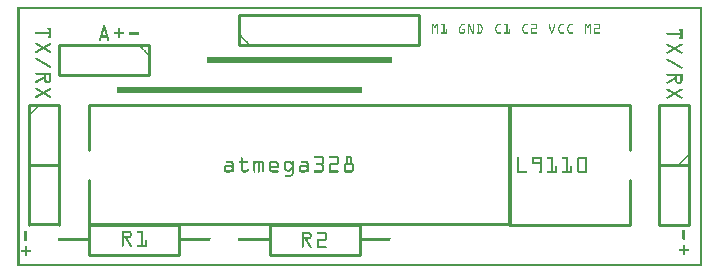
<source format=gto>
G04 MADE WITH FRITZING*
G04 WWW.FRITZING.ORG*
G04 DOUBLE SIDED*
G04 HOLES PLATED*
G04 CONTOUR ON CENTER OF CONTOUR VECTOR*
%ASAXBY*%
%FSLAX23Y23*%
%MOIN*%
%OFA0B0*%
%SFA1.0B1.0*%
%ADD10C,0.010000*%
%ADD11R,0.001000X0.001000*%
%LNSILK1*%
G90*
G70*
G54D10*
X440Y739D02*
X140Y739D01*
D02*
X140Y739D02*
X140Y639D01*
D02*
X140Y639D02*
X440Y639D01*
D02*
X440Y639D02*
X440Y739D01*
D02*
X40Y539D02*
X40Y339D01*
D02*
X40Y339D02*
X140Y339D01*
D02*
X140Y339D02*
X140Y539D01*
D02*
X140Y539D02*
X40Y539D01*
D02*
X2240Y339D02*
X2240Y539D01*
D02*
X2240Y539D02*
X2140Y539D01*
D02*
X2140Y539D02*
X2140Y339D01*
D02*
X2140Y339D02*
X2240Y339D01*
D02*
X740Y739D02*
X1340Y739D01*
D02*
X1340Y739D02*
X1340Y839D01*
D02*
X1340Y839D02*
X740Y839D01*
D02*
X740Y839D02*
X740Y739D01*
D02*
X2041Y539D02*
X1641Y539D01*
D02*
X1641Y539D02*
X1641Y139D01*
D02*
X1641Y139D02*
X2041Y139D01*
D02*
X2041Y539D02*
X2041Y389D01*
D02*
X2041Y289D02*
X2041Y139D01*
D02*
X1640Y139D02*
X1640Y539D01*
D02*
X1640Y539D02*
X240Y539D01*
D02*
X240Y139D02*
X240Y289D01*
D02*
X240Y389D02*
X240Y539D01*
D02*
X40Y339D02*
X40Y139D01*
D02*
X140Y139D02*
X140Y339D01*
D02*
X140Y339D02*
X40Y339D01*
D02*
X2140Y339D02*
X2140Y139D01*
D02*
X2140Y139D02*
X2240Y139D01*
D02*
X2240Y139D02*
X2240Y339D01*
D02*
X2240Y339D02*
X2140Y339D01*
D02*
X1142Y39D02*
X842Y39D01*
D02*
X842Y39D02*
X842Y139D01*
D02*
X842Y139D02*
X1142Y139D01*
D02*
X1142Y139D02*
X1142Y39D01*
D02*
X238Y139D02*
X538Y139D01*
D02*
X538Y139D02*
X538Y39D01*
D02*
X538Y39D02*
X238Y39D01*
D02*
X238Y39D02*
X238Y139D01*
G54D11*
X0Y866D02*
X2282Y866D01*
X0Y865D02*
X2282Y865D01*
X0Y864D02*
X2282Y864D01*
X0Y863D02*
X2282Y863D01*
X0Y862D02*
X2282Y862D01*
X0Y861D02*
X2282Y861D01*
X0Y860D02*
X2282Y860D01*
X0Y859D02*
X2282Y859D01*
X0Y858D02*
X7Y858D01*
X2275Y858D02*
X2282Y858D01*
X0Y857D02*
X7Y857D01*
X2275Y857D02*
X2282Y857D01*
X0Y856D02*
X7Y856D01*
X2275Y856D02*
X2282Y856D01*
X0Y855D02*
X7Y855D01*
X2275Y855D02*
X2282Y855D01*
X0Y854D02*
X7Y854D01*
X2275Y854D02*
X2282Y854D01*
X0Y853D02*
X7Y853D01*
X2275Y853D02*
X2282Y853D01*
X0Y852D02*
X7Y852D01*
X2275Y852D02*
X2282Y852D01*
X0Y851D02*
X7Y851D01*
X2275Y851D02*
X2282Y851D01*
X0Y850D02*
X7Y850D01*
X2275Y850D02*
X2282Y850D01*
X0Y849D02*
X7Y849D01*
X2275Y849D02*
X2282Y849D01*
X0Y848D02*
X7Y848D01*
X2275Y848D02*
X2282Y848D01*
X0Y847D02*
X7Y847D01*
X2275Y847D02*
X2282Y847D01*
X0Y846D02*
X7Y846D01*
X2275Y846D02*
X2282Y846D01*
X0Y845D02*
X7Y845D01*
X2275Y845D02*
X2282Y845D01*
X0Y844D02*
X7Y844D01*
X2275Y844D02*
X2282Y844D01*
X0Y843D02*
X7Y843D01*
X2275Y843D02*
X2282Y843D01*
X0Y842D02*
X7Y842D01*
X2275Y842D02*
X2282Y842D01*
X0Y841D02*
X7Y841D01*
X2275Y841D02*
X2282Y841D01*
X0Y840D02*
X7Y840D01*
X2275Y840D02*
X2282Y840D01*
X0Y839D02*
X7Y839D01*
X2275Y839D02*
X2282Y839D01*
X0Y838D02*
X7Y838D01*
X2275Y838D02*
X2282Y838D01*
X0Y837D02*
X7Y837D01*
X2275Y837D02*
X2282Y837D01*
X0Y836D02*
X7Y836D01*
X2275Y836D02*
X2282Y836D01*
X0Y835D02*
X7Y835D01*
X2275Y835D02*
X2282Y835D01*
X0Y834D02*
X7Y834D01*
X2275Y834D02*
X2282Y834D01*
X0Y833D02*
X7Y833D01*
X2275Y833D02*
X2282Y833D01*
X0Y832D02*
X7Y832D01*
X2275Y832D02*
X2282Y832D01*
X0Y831D02*
X7Y831D01*
X2275Y831D02*
X2282Y831D01*
X0Y830D02*
X7Y830D01*
X2275Y830D02*
X2282Y830D01*
X0Y829D02*
X7Y829D01*
X2275Y829D02*
X2282Y829D01*
X0Y828D02*
X7Y828D01*
X2275Y828D02*
X2282Y828D01*
X0Y827D02*
X7Y827D01*
X2275Y827D02*
X2282Y827D01*
X0Y826D02*
X7Y826D01*
X2275Y826D02*
X2282Y826D01*
X0Y825D02*
X7Y825D01*
X2275Y825D02*
X2282Y825D01*
X0Y824D02*
X7Y824D01*
X2275Y824D02*
X2282Y824D01*
X0Y823D02*
X7Y823D01*
X2275Y823D02*
X2282Y823D01*
X0Y822D02*
X7Y822D01*
X2275Y822D02*
X2282Y822D01*
X0Y821D02*
X7Y821D01*
X2275Y821D02*
X2282Y821D01*
X0Y820D02*
X7Y820D01*
X2275Y820D02*
X2282Y820D01*
X0Y819D02*
X7Y819D01*
X2275Y819D02*
X2282Y819D01*
X0Y818D02*
X7Y818D01*
X2275Y818D02*
X2282Y818D01*
X0Y817D02*
X7Y817D01*
X2275Y817D02*
X2282Y817D01*
X0Y816D02*
X7Y816D01*
X2275Y816D02*
X2282Y816D01*
X0Y815D02*
X7Y815D01*
X2275Y815D02*
X2282Y815D01*
X0Y814D02*
X7Y814D01*
X2275Y814D02*
X2282Y814D01*
X0Y813D02*
X7Y813D01*
X2275Y813D02*
X2282Y813D01*
X0Y812D02*
X7Y812D01*
X2275Y812D02*
X2282Y812D01*
X0Y811D02*
X7Y811D01*
X2275Y811D02*
X2282Y811D01*
X0Y810D02*
X7Y810D01*
X2275Y810D02*
X2282Y810D01*
X0Y809D02*
X7Y809D01*
X2275Y809D02*
X2282Y809D01*
X0Y808D02*
X7Y808D01*
X1382Y808D02*
X1387Y808D01*
X1397Y808D02*
X1402Y808D01*
X1413Y808D02*
X1424Y808D01*
X1481Y808D02*
X1491Y808D01*
X1502Y808D02*
X1507Y808D01*
X1519Y808D02*
X1521Y808D01*
X1533Y808D02*
X1544Y808D01*
X1600Y808D02*
X1611Y808D01*
X1623Y808D02*
X1634Y808D01*
X1690Y808D02*
X1701Y808D01*
X1713Y808D02*
X1730Y808D01*
X1773Y808D02*
X1775Y808D01*
X1789Y808D02*
X1791Y808D01*
X1810Y808D02*
X1821Y808D01*
X1840Y808D02*
X1851Y808D01*
X1892Y808D02*
X1897Y808D01*
X1907Y808D02*
X1912Y808D01*
X1923Y808D02*
X1940Y808D01*
X2275Y808D02*
X2282Y808D01*
X0Y807D02*
X7Y807D01*
X1382Y807D02*
X1388Y807D01*
X1396Y807D02*
X1402Y807D01*
X1412Y807D02*
X1424Y807D01*
X1480Y807D02*
X1492Y807D01*
X1502Y807D02*
X1508Y807D01*
X1519Y807D02*
X1522Y807D01*
X1532Y807D02*
X1545Y807D01*
X1599Y807D02*
X1612Y807D01*
X1622Y807D02*
X1634Y807D01*
X1688Y807D02*
X1702Y807D01*
X1712Y807D02*
X1731Y807D01*
X1772Y807D02*
X1775Y807D01*
X1789Y807D02*
X1792Y807D01*
X1808Y807D02*
X1822Y807D01*
X1838Y807D02*
X1852Y807D01*
X1892Y807D02*
X1898Y807D01*
X1906Y807D02*
X1912Y807D01*
X1922Y807D02*
X1941Y807D01*
X2275Y807D02*
X2282Y807D01*
X0Y806D02*
X7Y806D01*
X289Y806D02*
X290Y806D01*
X1382Y806D02*
X1388Y806D01*
X1396Y806D02*
X1402Y806D01*
X1412Y806D02*
X1424Y806D01*
X1479Y806D02*
X1492Y806D01*
X1502Y806D02*
X1508Y806D01*
X1519Y806D02*
X1522Y806D01*
X1532Y806D02*
X1546Y806D01*
X1598Y806D02*
X1612Y806D01*
X1622Y806D02*
X1634Y806D01*
X1688Y806D02*
X1702Y806D01*
X1712Y806D02*
X1732Y806D01*
X1772Y806D02*
X1775Y806D01*
X1789Y806D02*
X1792Y806D01*
X1808Y806D02*
X1822Y806D01*
X1838Y806D02*
X1852Y806D01*
X1892Y806D02*
X1898Y806D01*
X1906Y806D02*
X1912Y806D01*
X1922Y806D02*
X1942Y806D01*
X2275Y806D02*
X2282Y806D01*
X0Y805D02*
X7Y805D01*
X287Y805D02*
X292Y805D01*
X1382Y805D02*
X1389Y805D01*
X1395Y805D02*
X1402Y805D01*
X1413Y805D02*
X1424Y805D01*
X1478Y805D02*
X1491Y805D01*
X1502Y805D02*
X1508Y805D01*
X1519Y805D02*
X1522Y805D01*
X1533Y805D02*
X1547Y805D01*
X1597Y805D02*
X1611Y805D01*
X1623Y805D02*
X1634Y805D01*
X1687Y805D02*
X1701Y805D01*
X1713Y805D02*
X1732Y805D01*
X1772Y805D02*
X1775Y805D01*
X1789Y805D02*
X1792Y805D01*
X1807Y805D02*
X1821Y805D01*
X1837Y805D02*
X1851Y805D01*
X1892Y805D02*
X1899Y805D01*
X1905Y805D02*
X1912Y805D01*
X1923Y805D02*
X1942Y805D01*
X2275Y805D02*
X2282Y805D01*
X0Y804D02*
X7Y804D01*
X287Y804D02*
X292Y804D01*
X1382Y804D02*
X1390Y804D01*
X1394Y804D02*
X1402Y804D01*
X1420Y804D02*
X1424Y804D01*
X1478Y804D02*
X1482Y804D01*
X1502Y804D02*
X1509Y804D01*
X1519Y804D02*
X1522Y804D01*
X1536Y804D02*
X1540Y804D01*
X1543Y804D02*
X1547Y804D01*
X1597Y804D02*
X1601Y804D01*
X1630Y804D02*
X1634Y804D01*
X1687Y804D02*
X1691Y804D01*
X1729Y804D02*
X1732Y804D01*
X1772Y804D02*
X1775Y804D01*
X1789Y804D02*
X1792Y804D01*
X1807Y804D02*
X1811Y804D01*
X1837Y804D02*
X1841Y804D01*
X1892Y804D02*
X1900Y804D01*
X1904Y804D02*
X1912Y804D01*
X1939Y804D02*
X1942Y804D01*
X2275Y804D02*
X2282Y804D01*
X0Y803D02*
X7Y803D01*
X286Y803D02*
X293Y803D01*
X1382Y803D02*
X1391Y803D01*
X1394Y803D02*
X1402Y803D01*
X1420Y803D02*
X1424Y803D01*
X1477Y803D02*
X1481Y803D01*
X1502Y803D02*
X1509Y803D01*
X1519Y803D02*
X1522Y803D01*
X1536Y803D02*
X1540Y803D01*
X1544Y803D02*
X1548Y803D01*
X1596Y803D02*
X1600Y803D01*
X1630Y803D02*
X1634Y803D01*
X1686Y803D02*
X1690Y803D01*
X1729Y803D02*
X1732Y803D01*
X1772Y803D02*
X1775Y803D01*
X1789Y803D02*
X1792Y803D01*
X1806Y803D02*
X1810Y803D01*
X1836Y803D02*
X1840Y803D01*
X1892Y803D02*
X1901Y803D01*
X1903Y803D02*
X1912Y803D01*
X1939Y803D02*
X1942Y803D01*
X2275Y803D02*
X2282Y803D01*
X0Y802D02*
X7Y802D01*
X286Y802D02*
X293Y802D01*
X1382Y802D02*
X1385Y802D01*
X1387Y802D02*
X1391Y802D01*
X1393Y802D02*
X1397Y802D01*
X1399Y802D02*
X1402Y802D01*
X1420Y802D02*
X1424Y802D01*
X1476Y802D02*
X1480Y802D01*
X1502Y802D02*
X1510Y802D01*
X1519Y802D02*
X1522Y802D01*
X1536Y802D02*
X1540Y802D01*
X1545Y802D02*
X1548Y802D01*
X1596Y802D02*
X1599Y802D01*
X1630Y802D02*
X1634Y802D01*
X1686Y802D02*
X1689Y802D01*
X1729Y802D02*
X1732Y802D01*
X1772Y802D02*
X1775Y802D01*
X1789Y802D02*
X1792Y802D01*
X1806Y802D02*
X1809Y802D01*
X1836Y802D02*
X1839Y802D01*
X1892Y802D02*
X1895Y802D01*
X1897Y802D02*
X1901Y802D01*
X1903Y802D02*
X1907Y802D01*
X1909Y802D02*
X1912Y802D01*
X1939Y802D02*
X1942Y802D01*
X2275Y802D02*
X2282Y802D01*
X0Y801D02*
X7Y801D01*
X286Y801D02*
X293Y801D01*
X1382Y801D02*
X1385Y801D01*
X1388Y801D02*
X1396Y801D01*
X1399Y801D02*
X1402Y801D01*
X1420Y801D02*
X1424Y801D01*
X1475Y801D02*
X1480Y801D01*
X1502Y801D02*
X1510Y801D01*
X1519Y801D02*
X1522Y801D01*
X1536Y801D02*
X1540Y801D01*
X1545Y801D02*
X1549Y801D01*
X1595Y801D02*
X1599Y801D01*
X1630Y801D02*
X1634Y801D01*
X1685Y801D02*
X1689Y801D01*
X1729Y801D02*
X1732Y801D01*
X1772Y801D02*
X1775Y801D01*
X1789Y801D02*
X1792Y801D01*
X1805Y801D02*
X1809Y801D01*
X1835Y801D02*
X1839Y801D01*
X1892Y801D02*
X1895Y801D01*
X1898Y801D02*
X1906Y801D01*
X1909Y801D02*
X1912Y801D01*
X1939Y801D02*
X1942Y801D01*
X2275Y801D02*
X2282Y801D01*
X0Y800D02*
X7Y800D01*
X286Y800D02*
X293Y800D01*
X1382Y800D02*
X1385Y800D01*
X1389Y800D02*
X1396Y800D01*
X1399Y800D02*
X1402Y800D01*
X1420Y800D02*
X1424Y800D01*
X1475Y800D02*
X1479Y800D01*
X1502Y800D02*
X1505Y800D01*
X1507Y800D02*
X1511Y800D01*
X1519Y800D02*
X1522Y800D01*
X1536Y800D02*
X1540Y800D01*
X1546Y800D02*
X1549Y800D01*
X1595Y800D02*
X1598Y800D01*
X1630Y800D02*
X1634Y800D01*
X1685Y800D02*
X1688Y800D01*
X1729Y800D02*
X1732Y800D01*
X1772Y800D02*
X1775Y800D01*
X1789Y800D02*
X1792Y800D01*
X1805Y800D02*
X1808Y800D01*
X1835Y800D02*
X1838Y800D01*
X1892Y800D02*
X1895Y800D01*
X1898Y800D02*
X1905Y800D01*
X1909Y800D02*
X1912Y800D01*
X1939Y800D02*
X1942Y800D01*
X2275Y800D02*
X2282Y800D01*
X0Y799D02*
X7Y799D01*
X285Y799D02*
X294Y799D01*
X1382Y799D02*
X1385Y799D01*
X1389Y799D02*
X1395Y799D01*
X1399Y799D02*
X1402Y799D01*
X1420Y799D02*
X1424Y799D01*
X1474Y799D02*
X1478Y799D01*
X1502Y799D02*
X1505Y799D01*
X1507Y799D02*
X1511Y799D01*
X1519Y799D02*
X1522Y799D01*
X1536Y799D02*
X1540Y799D01*
X1546Y799D02*
X1550Y799D01*
X1594Y799D02*
X1598Y799D01*
X1630Y799D02*
X1634Y799D01*
X1684Y799D02*
X1688Y799D01*
X1729Y799D02*
X1732Y799D01*
X1772Y799D02*
X1776Y799D01*
X1788Y799D02*
X1792Y799D01*
X1804Y799D02*
X1808Y799D01*
X1834Y799D02*
X1838Y799D01*
X1892Y799D02*
X1895Y799D01*
X1899Y799D02*
X1905Y799D01*
X1909Y799D02*
X1912Y799D01*
X1939Y799D02*
X1942Y799D01*
X2275Y799D02*
X2282Y799D01*
X0Y798D02*
X7Y798D01*
X285Y798D02*
X294Y798D01*
X1382Y798D02*
X1385Y798D01*
X1390Y798D02*
X1394Y798D01*
X1399Y798D02*
X1402Y798D01*
X1420Y798D02*
X1424Y798D01*
X1473Y798D02*
X1477Y798D01*
X1502Y798D02*
X1505Y798D01*
X1508Y798D02*
X1511Y798D01*
X1519Y798D02*
X1522Y798D01*
X1536Y798D02*
X1540Y798D01*
X1547Y798D02*
X1550Y798D01*
X1594Y798D02*
X1597Y798D01*
X1630Y798D02*
X1634Y798D01*
X1684Y798D02*
X1687Y798D01*
X1729Y798D02*
X1732Y798D01*
X1773Y798D02*
X1776Y798D01*
X1788Y798D02*
X1791Y798D01*
X1804Y798D02*
X1807Y798D01*
X1834Y798D02*
X1837Y798D01*
X1892Y798D02*
X1895Y798D01*
X1900Y798D02*
X1904Y798D01*
X1909Y798D02*
X1912Y798D01*
X1939Y798D02*
X1942Y798D01*
X2275Y798D02*
X2282Y798D01*
X0Y797D02*
X7Y797D01*
X285Y797D02*
X294Y797D01*
X1382Y797D02*
X1385Y797D01*
X1390Y797D02*
X1394Y797D01*
X1399Y797D02*
X1402Y797D01*
X1420Y797D02*
X1424Y797D01*
X1473Y797D02*
X1477Y797D01*
X1502Y797D02*
X1505Y797D01*
X1508Y797D02*
X1512Y797D01*
X1519Y797D02*
X1522Y797D01*
X1536Y797D02*
X1540Y797D01*
X1547Y797D02*
X1551Y797D01*
X1593Y797D02*
X1597Y797D01*
X1630Y797D02*
X1634Y797D01*
X1683Y797D02*
X1687Y797D01*
X1729Y797D02*
X1732Y797D01*
X1773Y797D02*
X1777Y797D01*
X1787Y797D02*
X1791Y797D01*
X1803Y797D02*
X1807Y797D01*
X1833Y797D02*
X1837Y797D01*
X1892Y797D02*
X1895Y797D01*
X1900Y797D02*
X1904Y797D01*
X1909Y797D02*
X1912Y797D01*
X1939Y797D02*
X1942Y797D01*
X2275Y797D02*
X2282Y797D01*
X0Y796D02*
X7Y796D01*
X103Y796D02*
X113Y796D01*
X284Y796D02*
X295Y796D01*
X338Y796D02*
X341Y796D01*
X1382Y796D02*
X1385Y796D01*
X1390Y796D02*
X1394Y796D01*
X1399Y796D02*
X1402Y796D01*
X1420Y796D02*
X1424Y796D01*
X1472Y796D02*
X1476Y796D01*
X1502Y796D02*
X1505Y796D01*
X1509Y796D02*
X1512Y796D01*
X1519Y796D02*
X1522Y796D01*
X1536Y796D02*
X1540Y796D01*
X1548Y796D02*
X1551Y796D01*
X1593Y796D02*
X1596Y796D01*
X1630Y796D02*
X1634Y796D01*
X1683Y796D02*
X1686Y796D01*
X1729Y796D02*
X1732Y796D01*
X1773Y796D02*
X1777Y796D01*
X1787Y796D02*
X1791Y796D01*
X1803Y796D02*
X1806Y796D01*
X1833Y796D02*
X1836Y796D01*
X1892Y796D02*
X1895Y796D01*
X1900Y796D02*
X1904Y796D01*
X1909Y796D02*
X1912Y796D01*
X1939Y796D02*
X1942Y796D01*
X2275Y796D02*
X2282Y796D01*
X0Y795D02*
X7Y795D01*
X102Y795D02*
X113Y795D01*
X284Y795D02*
X295Y795D01*
X337Y795D02*
X342Y795D01*
X1382Y795D02*
X1385Y795D01*
X1391Y795D02*
X1393Y795D01*
X1399Y795D02*
X1402Y795D01*
X1420Y795D02*
X1424Y795D01*
X1472Y795D02*
X1476Y795D01*
X1502Y795D02*
X1505Y795D01*
X1509Y795D02*
X1513Y795D01*
X1519Y795D02*
X1522Y795D01*
X1536Y795D02*
X1540Y795D01*
X1548Y795D02*
X1552Y795D01*
X1592Y795D02*
X1596Y795D01*
X1630Y795D02*
X1634Y795D01*
X1682Y795D02*
X1686Y795D01*
X1729Y795D02*
X1732Y795D01*
X1774Y795D02*
X1777Y795D01*
X1787Y795D02*
X1790Y795D01*
X1802Y795D02*
X1806Y795D01*
X1832Y795D02*
X1836Y795D01*
X1892Y795D02*
X1895Y795D01*
X1901Y795D02*
X1903Y795D01*
X1909Y795D02*
X1912Y795D01*
X1938Y795D02*
X1942Y795D01*
X2275Y795D02*
X2282Y795D01*
X0Y794D02*
X7Y794D01*
X101Y794D02*
X113Y794D01*
X284Y794D02*
X295Y794D01*
X337Y794D02*
X342Y794D01*
X1382Y794D02*
X1385Y794D01*
X1399Y794D02*
X1402Y794D01*
X1420Y794D02*
X1424Y794D01*
X1472Y794D02*
X1475Y794D01*
X1502Y794D02*
X1505Y794D01*
X1510Y794D02*
X1513Y794D01*
X1519Y794D02*
X1522Y794D01*
X1536Y794D02*
X1540Y794D01*
X1549Y794D02*
X1552Y794D01*
X1592Y794D02*
X1596Y794D01*
X1630Y794D02*
X1634Y794D01*
X1682Y794D02*
X1686Y794D01*
X1714Y794D02*
X1732Y794D01*
X1774Y794D02*
X1778Y794D01*
X1786Y794D02*
X1790Y794D01*
X1802Y794D02*
X1806Y794D01*
X1832Y794D02*
X1836Y794D01*
X1892Y794D02*
X1895Y794D01*
X1909Y794D02*
X1912Y794D01*
X1924Y794D02*
X1942Y794D01*
X2275Y794D02*
X2282Y794D01*
X0Y793D02*
X7Y793D01*
X101Y793D02*
X113Y793D01*
X283Y793D02*
X295Y793D01*
X336Y793D02*
X342Y793D01*
X1382Y793D02*
X1385Y793D01*
X1399Y793D02*
X1402Y793D01*
X1420Y793D02*
X1424Y793D01*
X1472Y793D02*
X1475Y793D01*
X1502Y793D02*
X1505Y793D01*
X1510Y793D02*
X1514Y793D01*
X1519Y793D02*
X1522Y793D01*
X1536Y793D02*
X1540Y793D01*
X1549Y793D02*
X1552Y793D01*
X1592Y793D02*
X1595Y793D01*
X1630Y793D02*
X1634Y793D01*
X1682Y793D02*
X1685Y793D01*
X1713Y793D02*
X1731Y793D01*
X1775Y793D02*
X1778Y793D01*
X1786Y793D02*
X1789Y793D01*
X1802Y793D02*
X1805Y793D01*
X1832Y793D02*
X1835Y793D01*
X1892Y793D02*
X1895Y793D01*
X1909Y793D02*
X1912Y793D01*
X1923Y793D02*
X1941Y793D01*
X2207Y793D02*
X2217Y793D01*
X2275Y793D02*
X2282Y793D01*
X0Y792D02*
X7Y792D01*
X101Y792D02*
X113Y792D01*
X283Y792D02*
X296Y792D01*
X336Y792D02*
X342Y792D01*
X1382Y792D02*
X1385Y792D01*
X1399Y792D02*
X1402Y792D01*
X1420Y792D02*
X1424Y792D01*
X1472Y792D02*
X1475Y792D01*
X1502Y792D02*
X1505Y792D01*
X1511Y792D02*
X1514Y792D01*
X1519Y792D02*
X1522Y792D01*
X1536Y792D02*
X1540Y792D01*
X1549Y792D02*
X1552Y792D01*
X1592Y792D02*
X1595Y792D01*
X1630Y792D02*
X1634Y792D01*
X1682Y792D02*
X1685Y792D01*
X1712Y792D02*
X1731Y792D01*
X1775Y792D02*
X1779Y792D01*
X1785Y792D02*
X1789Y792D01*
X1802Y792D02*
X1805Y792D01*
X1832Y792D02*
X1835Y792D01*
X1892Y792D02*
X1895Y792D01*
X1909Y792D02*
X1912Y792D01*
X1922Y792D02*
X1941Y792D01*
X2206Y792D02*
X2217Y792D01*
X2275Y792D02*
X2282Y792D01*
X0Y791D02*
X7Y791D01*
X102Y791D02*
X113Y791D01*
X283Y791D02*
X296Y791D01*
X336Y791D02*
X342Y791D01*
X1382Y791D02*
X1385Y791D01*
X1399Y791D02*
X1402Y791D01*
X1420Y791D02*
X1424Y791D01*
X1430Y791D02*
X1431Y791D01*
X1472Y791D02*
X1475Y791D01*
X1484Y791D02*
X1492Y791D01*
X1502Y791D02*
X1505Y791D01*
X1511Y791D02*
X1515Y791D01*
X1519Y791D02*
X1522Y791D01*
X1536Y791D02*
X1540Y791D01*
X1548Y791D02*
X1552Y791D01*
X1592Y791D02*
X1596Y791D01*
X1630Y791D02*
X1634Y791D01*
X1640Y791D02*
X1641Y791D01*
X1682Y791D02*
X1686Y791D01*
X1712Y791D02*
X1729Y791D01*
X1775Y791D02*
X1779Y791D01*
X1785Y791D02*
X1789Y791D01*
X1802Y791D02*
X1806Y791D01*
X1832Y791D02*
X1836Y791D01*
X1892Y791D02*
X1895Y791D01*
X1909Y791D02*
X1912Y791D01*
X1922Y791D02*
X1939Y791D01*
X2205Y791D02*
X2217Y791D01*
X2275Y791D02*
X2282Y791D01*
X0Y790D02*
X7Y790D01*
X103Y790D02*
X113Y790D01*
X283Y790D02*
X296Y790D01*
X336Y790D02*
X342Y790D01*
X1382Y790D02*
X1385Y790D01*
X1399Y790D02*
X1402Y790D01*
X1420Y790D02*
X1424Y790D01*
X1429Y790D02*
X1432Y790D01*
X1472Y790D02*
X1475Y790D01*
X1483Y790D02*
X1492Y790D01*
X1502Y790D02*
X1505Y790D01*
X1511Y790D02*
X1515Y790D01*
X1519Y790D02*
X1522Y790D01*
X1536Y790D02*
X1540Y790D01*
X1548Y790D02*
X1551Y790D01*
X1593Y790D02*
X1596Y790D01*
X1630Y790D02*
X1634Y790D01*
X1639Y790D02*
X1642Y790D01*
X1683Y790D02*
X1686Y790D01*
X1712Y790D02*
X1715Y790D01*
X1776Y790D02*
X1779Y790D01*
X1785Y790D02*
X1788Y790D01*
X1803Y790D02*
X1806Y790D01*
X1833Y790D02*
X1836Y790D01*
X1892Y790D02*
X1895Y790D01*
X1909Y790D02*
X1912Y790D01*
X1922Y790D02*
X1925Y790D01*
X2205Y790D02*
X2217Y790D01*
X2275Y790D02*
X2282Y790D01*
X0Y789D02*
X7Y789D01*
X107Y789D02*
X113Y789D01*
X282Y789D02*
X297Y789D01*
X336Y789D02*
X342Y789D01*
X1382Y789D02*
X1385Y789D01*
X1399Y789D02*
X1402Y789D01*
X1420Y789D02*
X1424Y789D01*
X1429Y789D02*
X1432Y789D01*
X1472Y789D02*
X1475Y789D01*
X1483Y789D02*
X1492Y789D01*
X1502Y789D02*
X1505Y789D01*
X1512Y789D02*
X1515Y789D01*
X1519Y789D02*
X1522Y789D01*
X1536Y789D02*
X1540Y789D01*
X1548Y789D02*
X1551Y789D01*
X1593Y789D02*
X1597Y789D01*
X1630Y789D02*
X1634Y789D01*
X1639Y789D02*
X1642Y789D01*
X1683Y789D02*
X1687Y789D01*
X1712Y789D02*
X1715Y789D01*
X1776Y789D02*
X1780Y789D01*
X1784Y789D02*
X1788Y789D01*
X1803Y789D02*
X1807Y789D01*
X1833Y789D02*
X1837Y789D01*
X1892Y789D02*
X1895Y789D01*
X1909Y789D02*
X1912Y789D01*
X1922Y789D02*
X1925Y789D01*
X2205Y789D02*
X2217Y789D01*
X2275Y789D02*
X2282Y789D01*
X0Y788D02*
X7Y788D01*
X107Y788D02*
X113Y788D01*
X282Y788D02*
X288Y788D01*
X291Y788D02*
X297Y788D01*
X336Y788D02*
X342Y788D01*
X1382Y788D02*
X1385Y788D01*
X1399Y788D02*
X1402Y788D01*
X1420Y788D02*
X1424Y788D01*
X1429Y788D02*
X1432Y788D01*
X1472Y788D02*
X1475Y788D01*
X1483Y788D02*
X1492Y788D01*
X1502Y788D02*
X1505Y788D01*
X1512Y788D02*
X1516Y788D01*
X1519Y788D02*
X1522Y788D01*
X1536Y788D02*
X1540Y788D01*
X1547Y788D02*
X1551Y788D01*
X1593Y788D02*
X1597Y788D01*
X1630Y788D02*
X1634Y788D01*
X1639Y788D02*
X1642Y788D01*
X1683Y788D02*
X1687Y788D01*
X1712Y788D02*
X1715Y788D01*
X1777Y788D02*
X1780Y788D01*
X1784Y788D02*
X1787Y788D01*
X1803Y788D02*
X1807Y788D01*
X1833Y788D02*
X1837Y788D01*
X1892Y788D02*
X1895Y788D01*
X1909Y788D02*
X1912Y788D01*
X1922Y788D02*
X1925Y788D01*
X2206Y788D02*
X2217Y788D01*
X2275Y788D02*
X2282Y788D01*
X0Y787D02*
X7Y787D01*
X107Y787D02*
X113Y787D01*
X282Y787D02*
X288Y787D01*
X291Y787D02*
X297Y787D01*
X336Y787D02*
X342Y787D01*
X1382Y787D02*
X1385Y787D01*
X1399Y787D02*
X1402Y787D01*
X1420Y787D02*
X1424Y787D01*
X1429Y787D02*
X1432Y787D01*
X1472Y787D02*
X1475Y787D01*
X1488Y787D02*
X1492Y787D01*
X1502Y787D02*
X1505Y787D01*
X1513Y787D02*
X1516Y787D01*
X1519Y787D02*
X1522Y787D01*
X1536Y787D02*
X1540Y787D01*
X1546Y787D02*
X1550Y787D01*
X1594Y787D02*
X1598Y787D01*
X1630Y787D02*
X1634Y787D01*
X1639Y787D02*
X1642Y787D01*
X1684Y787D02*
X1688Y787D01*
X1712Y787D02*
X1715Y787D01*
X1777Y787D02*
X1780Y787D01*
X1784Y787D02*
X1787Y787D01*
X1804Y787D02*
X1808Y787D01*
X1834Y787D02*
X1838Y787D01*
X1892Y787D02*
X1895Y787D01*
X1909Y787D02*
X1912Y787D01*
X1922Y787D02*
X1925Y787D01*
X2207Y787D02*
X2217Y787D01*
X2275Y787D02*
X2282Y787D01*
X0Y786D02*
X7Y786D01*
X107Y786D02*
X113Y786D01*
X281Y786D02*
X288Y786D01*
X291Y786D02*
X298Y786D01*
X336Y786D02*
X342Y786D01*
X1382Y786D02*
X1385Y786D01*
X1399Y786D02*
X1402Y786D01*
X1420Y786D02*
X1424Y786D01*
X1429Y786D02*
X1432Y786D01*
X1472Y786D02*
X1475Y786D01*
X1489Y786D02*
X1492Y786D01*
X1502Y786D02*
X1505Y786D01*
X1513Y786D02*
X1517Y786D01*
X1519Y786D02*
X1522Y786D01*
X1536Y786D02*
X1540Y786D01*
X1546Y786D02*
X1550Y786D01*
X1594Y786D02*
X1598Y786D01*
X1630Y786D02*
X1634Y786D01*
X1639Y786D02*
X1642Y786D01*
X1684Y786D02*
X1688Y786D01*
X1712Y786D02*
X1715Y786D01*
X1777Y786D02*
X1781Y786D01*
X1783Y786D02*
X1787Y786D01*
X1804Y786D02*
X1808Y786D01*
X1834Y786D02*
X1838Y786D01*
X1892Y786D02*
X1895Y786D01*
X1909Y786D02*
X1912Y786D01*
X1922Y786D02*
X1925Y786D01*
X2211Y786D02*
X2217Y786D01*
X2275Y786D02*
X2282Y786D01*
X0Y785D02*
X7Y785D01*
X107Y785D02*
X113Y785D01*
X281Y785D02*
X287Y785D01*
X291Y785D02*
X298Y785D01*
X336Y785D02*
X342Y785D01*
X1382Y785D02*
X1385Y785D01*
X1399Y785D02*
X1402Y785D01*
X1420Y785D02*
X1424Y785D01*
X1429Y785D02*
X1432Y785D01*
X1472Y785D02*
X1475Y785D01*
X1489Y785D02*
X1492Y785D01*
X1502Y785D02*
X1505Y785D01*
X1514Y785D02*
X1517Y785D01*
X1519Y785D02*
X1522Y785D01*
X1536Y785D02*
X1540Y785D01*
X1545Y785D02*
X1549Y785D01*
X1595Y785D02*
X1599Y785D01*
X1630Y785D02*
X1634Y785D01*
X1639Y785D02*
X1642Y785D01*
X1685Y785D02*
X1689Y785D01*
X1712Y785D02*
X1715Y785D01*
X1778Y785D02*
X1781Y785D01*
X1783Y785D02*
X1786Y785D01*
X1805Y785D02*
X1809Y785D01*
X1835Y785D02*
X1839Y785D01*
X1892Y785D02*
X1895Y785D01*
X1909Y785D02*
X1912Y785D01*
X1922Y785D02*
X1925Y785D01*
X2211Y785D02*
X2217Y785D01*
X2275Y785D02*
X2282Y785D01*
X0Y784D02*
X7Y784D01*
X107Y784D02*
X113Y784D01*
X281Y784D02*
X287Y784D01*
X292Y784D02*
X298Y784D01*
X336Y784D02*
X342Y784D01*
X1382Y784D02*
X1385Y784D01*
X1399Y784D02*
X1402Y784D01*
X1420Y784D02*
X1424Y784D01*
X1429Y784D02*
X1432Y784D01*
X1472Y784D02*
X1475Y784D01*
X1489Y784D02*
X1492Y784D01*
X1502Y784D02*
X1505Y784D01*
X1514Y784D02*
X1522Y784D01*
X1536Y784D02*
X1540Y784D01*
X1545Y784D02*
X1549Y784D01*
X1595Y784D02*
X1599Y784D01*
X1630Y784D02*
X1634Y784D01*
X1639Y784D02*
X1642Y784D01*
X1685Y784D02*
X1689Y784D01*
X1712Y784D02*
X1715Y784D01*
X1778Y784D02*
X1786Y784D01*
X1805Y784D02*
X1809Y784D01*
X1835Y784D02*
X1839Y784D01*
X1892Y784D02*
X1895Y784D01*
X1909Y784D02*
X1912Y784D01*
X1922Y784D02*
X1925Y784D01*
X2211Y784D02*
X2217Y784D01*
X2275Y784D02*
X2282Y784D01*
X0Y783D02*
X7Y783D01*
X107Y783D02*
X113Y783D01*
X281Y783D02*
X287Y783D01*
X292Y783D02*
X298Y783D01*
X336Y783D02*
X343Y783D01*
X1382Y783D02*
X1385Y783D01*
X1399Y783D02*
X1402Y783D01*
X1420Y783D02*
X1424Y783D01*
X1429Y783D02*
X1432Y783D01*
X1472Y783D02*
X1475Y783D01*
X1489Y783D02*
X1492Y783D01*
X1502Y783D02*
X1505Y783D01*
X1514Y783D02*
X1522Y783D01*
X1536Y783D02*
X1540Y783D01*
X1544Y783D02*
X1548Y783D01*
X1596Y783D02*
X1600Y783D01*
X1630Y783D02*
X1634Y783D01*
X1639Y783D02*
X1642Y783D01*
X1686Y783D02*
X1690Y783D01*
X1712Y783D02*
X1715Y783D01*
X1778Y783D02*
X1786Y783D01*
X1806Y783D02*
X1810Y783D01*
X1836Y783D02*
X1840Y783D01*
X1892Y783D02*
X1895Y783D01*
X1909Y783D02*
X1912Y783D01*
X1922Y783D02*
X1925Y783D01*
X2211Y783D02*
X2217Y783D01*
X2275Y783D02*
X2282Y783D01*
X0Y782D02*
X7Y782D01*
X62Y782D02*
X113Y782D01*
X280Y782D02*
X287Y782D01*
X292Y782D02*
X299Y782D01*
X324Y782D02*
X355Y782D01*
X374Y782D02*
X405Y782D01*
X1382Y782D02*
X1385Y782D01*
X1399Y782D02*
X1402Y782D01*
X1420Y782D02*
X1424Y782D01*
X1429Y782D02*
X1432Y782D01*
X1472Y782D02*
X1476Y782D01*
X1489Y782D02*
X1492Y782D01*
X1502Y782D02*
X1505Y782D01*
X1515Y782D02*
X1522Y782D01*
X1536Y782D02*
X1540Y782D01*
X1544Y782D02*
X1548Y782D01*
X1596Y782D02*
X1600Y782D01*
X1630Y782D02*
X1634Y782D01*
X1639Y782D02*
X1642Y782D01*
X1686Y782D02*
X1690Y782D01*
X1712Y782D02*
X1715Y782D01*
X1779Y782D02*
X1785Y782D01*
X1806Y782D02*
X1810Y782D01*
X1836Y782D02*
X1840Y782D01*
X1892Y782D02*
X1895Y782D01*
X1909Y782D02*
X1912Y782D01*
X1922Y782D02*
X1925Y782D01*
X2211Y782D02*
X2217Y782D01*
X2275Y782D02*
X2282Y782D01*
X0Y781D02*
X7Y781D01*
X61Y781D02*
X113Y781D01*
X280Y781D02*
X286Y781D01*
X293Y781D02*
X299Y781D01*
X323Y781D02*
X356Y781D01*
X373Y781D02*
X406Y781D01*
X1382Y781D02*
X1385Y781D01*
X1399Y781D02*
X1402Y781D01*
X1420Y781D02*
X1424Y781D01*
X1429Y781D02*
X1432Y781D01*
X1472Y781D02*
X1476Y781D01*
X1488Y781D02*
X1492Y781D01*
X1502Y781D02*
X1505Y781D01*
X1515Y781D02*
X1522Y781D01*
X1536Y781D02*
X1540Y781D01*
X1543Y781D02*
X1547Y781D01*
X1597Y781D02*
X1601Y781D01*
X1630Y781D02*
X1634Y781D01*
X1639Y781D02*
X1642Y781D01*
X1687Y781D02*
X1691Y781D01*
X1712Y781D02*
X1715Y781D01*
X1779Y781D02*
X1785Y781D01*
X1807Y781D02*
X1811Y781D01*
X1837Y781D02*
X1841Y781D01*
X1892Y781D02*
X1895Y781D01*
X1909Y781D02*
X1912Y781D01*
X1922Y781D02*
X1925Y781D01*
X2211Y781D02*
X2217Y781D01*
X2275Y781D02*
X2282Y781D01*
X0Y780D02*
X7Y780D01*
X60Y780D02*
X113Y780D01*
X280Y780D02*
X286Y780D01*
X293Y780D02*
X299Y780D01*
X323Y780D02*
X356Y780D01*
X373Y780D02*
X406Y780D01*
X1382Y780D02*
X1385Y780D01*
X1399Y780D02*
X1402Y780D01*
X1413Y780D02*
X1432Y780D01*
X1473Y780D02*
X1491Y780D01*
X1502Y780D02*
X1505Y780D01*
X1516Y780D02*
X1522Y780D01*
X1533Y780D02*
X1547Y780D01*
X1597Y780D02*
X1611Y780D01*
X1623Y780D02*
X1642Y780D01*
X1687Y780D02*
X1701Y780D01*
X1712Y780D02*
X1731Y780D01*
X1780Y780D02*
X1784Y780D01*
X1807Y780D02*
X1821Y780D01*
X1837Y780D02*
X1851Y780D01*
X1892Y780D02*
X1895Y780D01*
X1909Y780D02*
X1912Y780D01*
X1922Y780D02*
X1941Y780D01*
X2211Y780D02*
X2217Y780D01*
X2275Y780D02*
X2282Y780D01*
X0Y779D02*
X7Y779D01*
X60Y779D02*
X113Y779D01*
X279Y779D02*
X286Y779D01*
X293Y779D02*
X300Y779D01*
X323Y779D02*
X356Y779D01*
X373Y779D02*
X406Y779D01*
X1382Y779D02*
X1385Y779D01*
X1399Y779D02*
X1402Y779D01*
X1412Y779D02*
X1432Y779D01*
X1474Y779D02*
X1491Y779D01*
X1502Y779D02*
X1505Y779D01*
X1516Y779D02*
X1522Y779D01*
X1532Y779D02*
X1546Y779D01*
X1598Y779D02*
X1612Y779D01*
X1622Y779D02*
X1642Y779D01*
X1688Y779D02*
X1702Y779D01*
X1712Y779D02*
X1732Y779D01*
X1780Y779D02*
X1784Y779D01*
X1808Y779D02*
X1822Y779D01*
X1838Y779D02*
X1852Y779D01*
X1892Y779D02*
X1895Y779D01*
X1909Y779D02*
X1912Y779D01*
X1922Y779D02*
X1942Y779D01*
X2165Y779D02*
X2217Y779D01*
X2275Y779D02*
X2282Y779D01*
X0Y778D02*
X7Y778D01*
X60Y778D02*
X113Y778D01*
X279Y778D02*
X285Y778D01*
X294Y778D02*
X300Y778D01*
X323Y778D02*
X356Y778D01*
X373Y778D02*
X406Y778D01*
X1382Y778D02*
X1385Y778D01*
X1399Y778D02*
X1402Y778D01*
X1412Y778D02*
X1432Y778D01*
X1474Y778D02*
X1490Y778D01*
X1502Y778D02*
X1505Y778D01*
X1517Y778D02*
X1522Y778D01*
X1532Y778D02*
X1545Y778D01*
X1599Y778D02*
X1612Y778D01*
X1622Y778D02*
X1642Y778D01*
X1689Y778D02*
X1702Y778D01*
X1712Y778D02*
X1732Y778D01*
X1780Y778D02*
X1784Y778D01*
X1809Y778D02*
X1822Y778D01*
X1839Y778D02*
X1852Y778D01*
X1892Y778D02*
X1895Y778D01*
X1909Y778D02*
X1912Y778D01*
X1922Y778D02*
X1942Y778D01*
X2164Y778D02*
X2217Y778D01*
X2275Y778D02*
X2282Y778D01*
X0Y777D02*
X7Y777D01*
X61Y777D02*
X113Y777D01*
X279Y777D02*
X285Y777D01*
X294Y777D02*
X300Y777D01*
X324Y777D02*
X355Y777D01*
X373Y777D02*
X406Y777D01*
X1383Y777D02*
X1385Y777D01*
X1399Y777D02*
X1401Y777D01*
X1413Y777D02*
X1431Y777D01*
X1476Y777D02*
X1488Y777D01*
X1503Y777D02*
X1505Y777D01*
X1517Y777D02*
X1522Y777D01*
X1533Y777D02*
X1544Y777D01*
X1601Y777D02*
X1611Y777D01*
X1623Y777D02*
X1641Y777D01*
X1691Y777D02*
X1701Y777D01*
X1712Y777D02*
X1731Y777D01*
X1781Y777D02*
X1783Y777D01*
X1811Y777D02*
X1821Y777D01*
X1841Y777D02*
X1851Y777D01*
X1893Y777D02*
X1895Y777D01*
X1909Y777D02*
X1911Y777D01*
X1922Y777D02*
X1941Y777D01*
X2164Y777D02*
X2217Y777D01*
X2275Y777D02*
X2282Y777D01*
X0Y776D02*
X7Y776D01*
X62Y776D02*
X113Y776D01*
X278Y776D02*
X285Y776D01*
X294Y776D02*
X300Y776D01*
X325Y776D02*
X354Y776D01*
X373Y776D02*
X406Y776D01*
X2164Y776D02*
X2217Y776D01*
X2275Y776D02*
X2282Y776D01*
X0Y775D02*
X7Y775D01*
X107Y775D02*
X113Y775D01*
X278Y775D02*
X285Y775D01*
X294Y775D02*
X301Y775D01*
X336Y775D02*
X342Y775D01*
X373Y775D02*
X406Y775D01*
X741Y775D02*
X742Y775D01*
X2164Y775D02*
X2217Y775D01*
X2275Y775D02*
X2282Y775D01*
X0Y774D02*
X7Y774D01*
X107Y774D02*
X113Y774D01*
X278Y774D02*
X284Y774D01*
X295Y774D02*
X301Y774D01*
X336Y774D02*
X342Y774D01*
X374Y774D02*
X405Y774D01*
X740Y774D02*
X743Y774D01*
X2165Y774D02*
X2217Y774D01*
X2275Y774D02*
X2282Y774D01*
X0Y773D02*
X7Y773D01*
X107Y773D02*
X113Y773D01*
X278Y773D02*
X284Y773D01*
X295Y773D02*
X301Y773D01*
X336Y773D02*
X342Y773D01*
X375Y773D02*
X404Y773D01*
X739Y773D02*
X744Y773D01*
X2167Y773D02*
X2217Y773D01*
X2275Y773D02*
X2282Y773D01*
X0Y772D02*
X7Y772D01*
X107Y772D02*
X113Y772D01*
X277Y772D02*
X284Y772D01*
X295Y772D02*
X302Y772D01*
X336Y772D02*
X342Y772D01*
X739Y772D02*
X745Y772D01*
X2211Y772D02*
X2217Y772D01*
X2275Y772D02*
X2282Y772D01*
X0Y771D02*
X7Y771D01*
X107Y771D02*
X113Y771D01*
X277Y771D02*
X284Y771D01*
X295Y771D02*
X302Y771D01*
X336Y771D02*
X342Y771D01*
X740Y771D02*
X746Y771D01*
X2211Y771D02*
X2217Y771D01*
X2275Y771D02*
X2282Y771D01*
X0Y770D02*
X7Y770D01*
X107Y770D02*
X113Y770D01*
X277Y770D02*
X302Y770D01*
X336Y770D02*
X342Y770D01*
X741Y770D02*
X747Y770D01*
X2211Y770D02*
X2217Y770D01*
X2275Y770D02*
X2282Y770D01*
X0Y769D02*
X7Y769D01*
X107Y769D02*
X113Y769D01*
X276Y769D02*
X302Y769D01*
X336Y769D02*
X342Y769D01*
X742Y769D02*
X748Y769D01*
X2211Y769D02*
X2217Y769D01*
X2275Y769D02*
X2282Y769D01*
X0Y768D02*
X7Y768D01*
X103Y768D02*
X113Y768D01*
X276Y768D02*
X303Y768D01*
X336Y768D02*
X342Y768D01*
X743Y768D02*
X749Y768D01*
X2211Y768D02*
X2217Y768D01*
X2275Y768D02*
X2282Y768D01*
X0Y767D02*
X7Y767D01*
X102Y767D02*
X113Y767D01*
X276Y767D02*
X303Y767D01*
X336Y767D02*
X342Y767D01*
X744Y767D02*
X750Y767D01*
X2211Y767D02*
X2217Y767D01*
X2275Y767D02*
X2282Y767D01*
X0Y766D02*
X7Y766D01*
X101Y766D02*
X113Y766D01*
X276Y766D02*
X303Y766D01*
X336Y766D02*
X342Y766D01*
X745Y766D02*
X751Y766D01*
X2208Y766D02*
X2217Y766D01*
X2275Y766D02*
X2282Y766D01*
X0Y765D02*
X7Y765D01*
X101Y765D02*
X113Y765D01*
X275Y765D02*
X304Y765D01*
X337Y765D02*
X342Y765D01*
X746Y765D02*
X752Y765D01*
X2206Y765D02*
X2217Y765D01*
X2275Y765D02*
X2282Y765D01*
X0Y764D02*
X7Y764D01*
X102Y764D02*
X113Y764D01*
X275Y764D02*
X304Y764D01*
X337Y764D02*
X342Y764D01*
X747Y764D02*
X753Y764D01*
X2205Y764D02*
X2217Y764D01*
X2275Y764D02*
X2282Y764D01*
X0Y763D02*
X7Y763D01*
X102Y763D02*
X113Y763D01*
X275Y763D02*
X281Y763D01*
X298Y763D02*
X304Y763D01*
X337Y763D02*
X341Y763D01*
X748Y763D02*
X754Y763D01*
X2205Y763D02*
X2217Y763D01*
X2275Y763D02*
X2282Y763D01*
X0Y762D02*
X7Y762D01*
X104Y762D02*
X113Y762D01*
X274Y762D02*
X281Y762D01*
X298Y762D02*
X305Y762D01*
X339Y762D02*
X340Y762D01*
X749Y762D02*
X755Y762D01*
X2205Y762D02*
X2217Y762D01*
X2275Y762D02*
X2282Y762D01*
X0Y761D02*
X7Y761D01*
X274Y761D02*
X280Y761D01*
X299Y761D02*
X305Y761D01*
X750Y761D02*
X755Y761D01*
X2205Y761D02*
X2217Y761D01*
X2275Y761D02*
X2282Y761D01*
X0Y760D02*
X7Y760D01*
X274Y760D02*
X280Y760D01*
X299Y760D02*
X305Y760D01*
X751Y760D02*
X756Y760D01*
X2206Y760D02*
X2217Y760D01*
X2275Y760D02*
X2282Y760D01*
X0Y759D02*
X7Y759D01*
X274Y759D02*
X280Y759D01*
X299Y759D02*
X305Y759D01*
X752Y759D02*
X757Y759D01*
X2275Y759D02*
X2282Y759D01*
X0Y758D02*
X7Y758D01*
X273Y758D02*
X280Y758D01*
X299Y758D02*
X306Y758D01*
X753Y758D02*
X758Y758D01*
X2275Y758D02*
X2282Y758D01*
X0Y757D02*
X7Y757D01*
X273Y757D02*
X279Y757D01*
X300Y757D02*
X306Y757D01*
X754Y757D02*
X759Y757D01*
X2275Y757D02*
X2282Y757D01*
X0Y756D02*
X7Y756D01*
X273Y756D02*
X279Y756D01*
X300Y756D02*
X306Y756D01*
X755Y756D02*
X760Y756D01*
X2275Y756D02*
X2282Y756D01*
X0Y755D02*
X7Y755D01*
X273Y755D02*
X279Y755D01*
X300Y755D02*
X306Y755D01*
X756Y755D02*
X761Y755D01*
X2275Y755D02*
X2282Y755D01*
X0Y754D02*
X7Y754D01*
X273Y754D02*
X278Y754D01*
X301Y754D02*
X306Y754D01*
X757Y754D02*
X763Y754D01*
X2275Y754D02*
X2282Y754D01*
X0Y753D02*
X7Y753D01*
X274Y753D02*
X277Y753D01*
X301Y753D02*
X305Y753D01*
X758Y753D02*
X764Y753D01*
X2275Y753D02*
X2282Y753D01*
X0Y752D02*
X7Y752D01*
X759Y752D02*
X765Y752D01*
X2275Y752D02*
X2282Y752D01*
X0Y751D02*
X7Y751D01*
X760Y751D02*
X766Y751D01*
X2275Y751D02*
X2282Y751D01*
X0Y750D02*
X7Y750D01*
X761Y750D02*
X767Y750D01*
X2275Y750D02*
X2282Y750D01*
X0Y749D02*
X7Y749D01*
X762Y749D02*
X768Y749D01*
X2275Y749D02*
X2282Y749D01*
X0Y748D02*
X7Y748D01*
X763Y748D02*
X769Y748D01*
X2275Y748D02*
X2282Y748D01*
X0Y747D02*
X7Y747D01*
X764Y747D02*
X770Y747D01*
X2275Y747D02*
X2282Y747D01*
X0Y746D02*
X7Y746D01*
X62Y746D02*
X64Y746D01*
X109Y746D02*
X111Y746D01*
X765Y746D02*
X771Y746D01*
X2275Y746D02*
X2282Y746D01*
X0Y745D02*
X7Y745D01*
X61Y745D02*
X66Y745D01*
X107Y745D02*
X112Y745D01*
X766Y745D02*
X772Y745D01*
X2275Y745D02*
X2282Y745D01*
X0Y744D02*
X7Y744D01*
X60Y744D02*
X68Y744D01*
X106Y744D02*
X113Y744D01*
X767Y744D02*
X773Y744D01*
X2275Y744D02*
X2282Y744D01*
X0Y743D02*
X7Y743D01*
X60Y743D02*
X69Y743D01*
X104Y743D02*
X113Y743D01*
X768Y743D02*
X774Y743D01*
X2165Y743D02*
X2168Y743D01*
X2212Y743D02*
X2215Y743D01*
X2275Y743D02*
X2282Y743D01*
X0Y742D02*
X7Y742D01*
X60Y742D02*
X71Y742D01*
X102Y742D02*
X113Y742D01*
X769Y742D02*
X775Y742D01*
X2164Y742D02*
X2170Y742D01*
X2210Y742D02*
X2216Y742D01*
X2275Y742D02*
X2282Y742D01*
X0Y741D02*
X7Y741D01*
X61Y741D02*
X73Y741D01*
X100Y741D02*
X113Y741D01*
X770Y741D02*
X776Y741D01*
X2164Y741D02*
X2172Y741D01*
X2209Y741D02*
X2217Y741D01*
X2275Y741D02*
X2282Y741D01*
X0Y740D02*
X7Y740D01*
X62Y740D02*
X74Y740D01*
X99Y740D02*
X112Y740D01*
X406Y740D02*
X407Y740D01*
X771Y740D02*
X775Y740D01*
X2164Y740D02*
X2173Y740D01*
X2207Y740D02*
X2217Y740D01*
X2275Y740D02*
X2282Y740D01*
X0Y739D02*
X7Y739D01*
X63Y739D02*
X76Y739D01*
X97Y739D02*
X110Y739D01*
X405Y739D02*
X408Y739D01*
X772Y739D02*
X774Y739D01*
X2164Y739D02*
X2175Y739D01*
X2205Y739D02*
X2217Y739D01*
X2275Y739D02*
X2282Y739D01*
X0Y738D02*
X7Y738D01*
X65Y738D02*
X78Y738D01*
X95Y738D02*
X108Y738D01*
X404Y738D02*
X409Y738D01*
X773Y738D02*
X773Y738D01*
X2165Y738D02*
X2177Y738D01*
X2204Y738D02*
X2216Y738D01*
X2275Y738D02*
X2282Y738D01*
X0Y737D02*
X7Y737D01*
X67Y737D02*
X80Y737D01*
X94Y737D02*
X107Y737D01*
X404Y737D02*
X410Y737D01*
X2166Y737D02*
X2179Y737D01*
X2202Y737D02*
X2215Y737D01*
X2275Y737D02*
X2282Y737D01*
X0Y736D02*
X7Y736D01*
X68Y736D02*
X81Y736D01*
X92Y736D02*
X105Y736D01*
X405Y736D02*
X411Y736D01*
X2167Y736D02*
X2180Y736D01*
X2200Y736D02*
X2213Y736D01*
X2275Y736D02*
X2282Y736D01*
X0Y735D02*
X7Y735D01*
X70Y735D02*
X83Y735D01*
X90Y735D02*
X103Y735D01*
X406Y735D02*
X412Y735D01*
X2169Y735D02*
X2182Y735D01*
X2199Y735D02*
X2212Y735D01*
X2275Y735D02*
X2282Y735D01*
X0Y734D02*
X7Y734D01*
X72Y734D02*
X85Y734D01*
X88Y734D02*
X101Y734D01*
X407Y734D02*
X413Y734D01*
X2171Y734D02*
X2184Y734D01*
X2197Y734D02*
X2210Y734D01*
X2275Y734D02*
X2282Y734D01*
X0Y733D02*
X7Y733D01*
X73Y733D02*
X100Y733D01*
X408Y733D02*
X414Y733D01*
X2172Y733D02*
X2185Y733D01*
X2195Y733D02*
X2208Y733D01*
X2275Y733D02*
X2282Y733D01*
X0Y732D02*
X7Y732D01*
X75Y732D02*
X98Y732D01*
X409Y732D02*
X415Y732D01*
X2174Y732D02*
X2187Y732D01*
X2193Y732D02*
X2206Y732D01*
X2275Y732D02*
X2282Y732D01*
X0Y731D02*
X7Y731D01*
X77Y731D02*
X96Y731D01*
X410Y731D02*
X416Y731D01*
X2176Y731D02*
X2189Y731D01*
X2192Y731D02*
X2205Y731D01*
X2275Y731D02*
X2282Y731D01*
X0Y730D02*
X7Y730D01*
X79Y730D02*
X95Y730D01*
X411Y730D02*
X417Y730D01*
X2178Y730D02*
X2203Y730D01*
X2275Y730D02*
X2282Y730D01*
X0Y729D02*
X7Y729D01*
X80Y729D02*
X94Y729D01*
X412Y729D02*
X418Y729D01*
X2179Y729D02*
X2201Y729D01*
X2275Y729D02*
X2282Y729D01*
X0Y728D02*
X7Y728D01*
X78Y728D02*
X95Y728D01*
X413Y728D02*
X419Y728D01*
X2181Y728D02*
X2200Y728D01*
X2275Y728D02*
X2282Y728D01*
X0Y727D02*
X7Y727D01*
X77Y727D02*
X97Y727D01*
X414Y727D02*
X420Y727D01*
X2183Y727D02*
X2198Y727D01*
X2275Y727D02*
X2282Y727D01*
X0Y726D02*
X7Y726D01*
X75Y726D02*
X98Y726D01*
X415Y726D02*
X421Y726D01*
X2183Y726D02*
X2197Y726D01*
X2275Y726D02*
X2282Y726D01*
X0Y725D02*
X7Y725D01*
X73Y725D02*
X100Y725D01*
X416Y725D02*
X422Y725D01*
X2181Y725D02*
X2199Y725D01*
X2275Y725D02*
X2282Y725D01*
X0Y724D02*
X7Y724D01*
X71Y724D02*
X84Y724D01*
X89Y724D02*
X102Y724D01*
X417Y724D02*
X423Y724D01*
X2180Y724D02*
X2201Y724D01*
X2275Y724D02*
X2282Y724D01*
X0Y723D02*
X7Y723D01*
X70Y723D02*
X83Y723D01*
X91Y723D02*
X104Y723D01*
X418Y723D02*
X424Y723D01*
X2178Y723D02*
X2203Y723D01*
X2275Y723D02*
X2282Y723D01*
X0Y722D02*
X7Y722D01*
X68Y722D02*
X81Y722D01*
X92Y722D02*
X105Y722D01*
X419Y722D02*
X425Y722D01*
X2176Y722D02*
X2189Y722D01*
X2191Y722D02*
X2204Y722D01*
X2275Y722D02*
X2282Y722D01*
X0Y721D02*
X7Y721D01*
X66Y721D02*
X79Y721D01*
X94Y721D02*
X107Y721D01*
X420Y721D02*
X426Y721D01*
X2175Y721D02*
X2188Y721D01*
X2193Y721D02*
X2206Y721D01*
X2275Y721D02*
X2282Y721D01*
X0Y720D02*
X7Y720D01*
X65Y720D02*
X77Y720D01*
X96Y720D02*
X109Y720D01*
X422Y720D02*
X427Y720D01*
X2173Y720D02*
X2186Y720D01*
X2195Y720D02*
X2208Y720D01*
X2275Y720D02*
X2282Y720D01*
X0Y719D02*
X7Y719D01*
X63Y719D02*
X76Y719D01*
X97Y719D02*
X110Y719D01*
X422Y719D02*
X428Y719D01*
X2171Y719D02*
X2184Y719D01*
X2196Y719D02*
X2209Y719D01*
X2275Y719D02*
X2282Y719D01*
X0Y718D02*
X7Y718D01*
X61Y718D02*
X74Y718D01*
X99Y718D02*
X112Y718D01*
X423Y718D02*
X429Y718D01*
X2169Y718D02*
X2182Y718D01*
X2198Y718D02*
X2211Y718D01*
X2275Y718D02*
X2282Y718D01*
X0Y717D02*
X7Y717D01*
X60Y717D02*
X72Y717D01*
X101Y717D02*
X113Y717D01*
X424Y717D02*
X430Y717D01*
X2168Y717D02*
X2181Y717D01*
X2200Y717D02*
X2213Y717D01*
X2275Y717D02*
X2282Y717D01*
X0Y716D02*
X7Y716D01*
X60Y716D02*
X71Y716D01*
X103Y716D02*
X113Y716D01*
X425Y716D02*
X431Y716D01*
X2166Y716D02*
X2179Y716D01*
X2202Y716D02*
X2215Y716D01*
X2275Y716D02*
X2282Y716D01*
X0Y715D02*
X7Y715D01*
X60Y715D02*
X69Y715D01*
X104Y715D02*
X113Y715D01*
X426Y715D02*
X432Y715D01*
X2165Y715D02*
X2177Y715D01*
X2203Y715D02*
X2216Y715D01*
X2275Y715D02*
X2282Y715D01*
X0Y714D02*
X7Y714D01*
X60Y714D02*
X67Y714D01*
X106Y714D02*
X113Y714D01*
X427Y714D02*
X433Y714D01*
X2164Y714D02*
X2176Y714D01*
X2205Y714D02*
X2217Y714D01*
X2275Y714D02*
X2282Y714D01*
X0Y713D02*
X7Y713D01*
X61Y713D02*
X66Y713D01*
X108Y713D02*
X112Y713D01*
X428Y713D02*
X434Y713D01*
X2164Y713D02*
X2174Y713D01*
X2207Y713D02*
X2217Y713D01*
X2275Y713D02*
X2282Y713D01*
X0Y712D02*
X7Y712D01*
X62Y712D02*
X63Y712D01*
X110Y712D02*
X111Y712D01*
X429Y712D02*
X435Y712D01*
X2164Y712D02*
X2172Y712D01*
X2208Y712D02*
X2217Y712D01*
X2275Y712D02*
X2282Y712D01*
X0Y711D02*
X7Y711D01*
X430Y711D02*
X436Y711D01*
X2164Y711D02*
X2170Y711D01*
X2210Y711D02*
X2216Y711D01*
X2275Y711D02*
X2282Y711D01*
X0Y710D02*
X7Y710D01*
X431Y710D02*
X437Y710D01*
X2165Y710D02*
X2169Y710D01*
X2212Y710D02*
X2216Y710D01*
X2275Y710D02*
X2282Y710D01*
X0Y709D02*
X7Y709D01*
X432Y709D02*
X438Y709D01*
X2275Y709D02*
X2282Y709D01*
X0Y708D02*
X7Y708D01*
X433Y708D02*
X439Y708D01*
X2275Y708D02*
X2282Y708D01*
X0Y707D02*
X7Y707D01*
X434Y707D02*
X440Y707D01*
X2275Y707D02*
X2282Y707D01*
X0Y706D02*
X7Y706D01*
X435Y706D02*
X441Y706D01*
X2275Y706D02*
X2282Y706D01*
X0Y705D02*
X7Y705D01*
X436Y705D02*
X440Y705D01*
X2275Y705D02*
X2282Y705D01*
X0Y704D02*
X7Y704D01*
X437Y704D02*
X439Y704D01*
X2275Y704D02*
X2282Y704D01*
X0Y703D02*
X7Y703D01*
X438Y703D02*
X438Y703D01*
X2275Y703D02*
X2282Y703D01*
X0Y702D02*
X7Y702D01*
X2275Y702D02*
X2282Y702D01*
X0Y701D02*
X7Y701D01*
X2275Y701D02*
X2282Y701D01*
X0Y700D02*
X7Y700D01*
X2275Y700D02*
X2282Y700D01*
X0Y699D02*
X7Y699D01*
X632Y699D02*
X1248Y699D01*
X2275Y699D02*
X2282Y699D01*
X0Y698D02*
X7Y698D01*
X632Y698D02*
X1248Y698D01*
X2275Y698D02*
X2282Y698D01*
X0Y697D02*
X7Y697D01*
X632Y697D02*
X1248Y697D01*
X2275Y697D02*
X2282Y697D01*
X0Y696D02*
X7Y696D01*
X62Y696D02*
X64Y696D01*
X632Y696D02*
X1247Y696D01*
X2275Y696D02*
X2282Y696D01*
X0Y695D02*
X7Y695D01*
X61Y695D02*
X66Y695D01*
X632Y695D02*
X1247Y695D01*
X2275Y695D02*
X2282Y695D01*
X0Y694D02*
X7Y694D01*
X60Y694D02*
X68Y694D01*
X632Y694D02*
X1247Y694D01*
X2275Y694D02*
X2282Y694D01*
X0Y693D02*
X7Y693D01*
X60Y693D02*
X69Y693D01*
X633Y693D02*
X1247Y693D01*
X2165Y693D02*
X2168Y693D01*
X2275Y693D02*
X2282Y693D01*
X0Y692D02*
X7Y692D01*
X60Y692D02*
X71Y692D01*
X633Y692D02*
X1247Y692D01*
X2164Y692D02*
X2170Y692D01*
X2275Y692D02*
X2282Y692D01*
X0Y691D02*
X7Y691D01*
X61Y691D02*
X73Y691D01*
X633Y691D02*
X1247Y691D01*
X2164Y691D02*
X2172Y691D01*
X2275Y691D02*
X2282Y691D01*
X0Y690D02*
X7Y690D01*
X62Y690D02*
X74Y690D01*
X633Y690D02*
X1247Y690D01*
X2164Y690D02*
X2173Y690D01*
X2275Y690D02*
X2282Y690D01*
X0Y689D02*
X7Y689D01*
X63Y689D02*
X76Y689D01*
X633Y689D02*
X1247Y689D01*
X2164Y689D02*
X2175Y689D01*
X2275Y689D02*
X2282Y689D01*
X0Y688D02*
X7Y688D01*
X65Y688D02*
X78Y688D01*
X633Y688D02*
X1247Y688D01*
X2165Y688D02*
X2177Y688D01*
X2275Y688D02*
X2282Y688D01*
X0Y687D02*
X7Y687D01*
X67Y687D02*
X80Y687D01*
X633Y687D02*
X1247Y687D01*
X2166Y687D02*
X2179Y687D01*
X2275Y687D02*
X2282Y687D01*
X0Y686D02*
X7Y686D01*
X68Y686D02*
X81Y686D01*
X633Y686D02*
X1247Y686D01*
X2167Y686D02*
X2180Y686D01*
X2275Y686D02*
X2282Y686D01*
X0Y685D02*
X7Y685D01*
X70Y685D02*
X83Y685D01*
X633Y685D02*
X1247Y685D01*
X2169Y685D02*
X2182Y685D01*
X2275Y685D02*
X2282Y685D01*
X0Y684D02*
X7Y684D01*
X72Y684D02*
X85Y684D01*
X632Y684D02*
X1247Y684D01*
X2171Y684D02*
X2184Y684D01*
X2275Y684D02*
X2282Y684D01*
X0Y683D02*
X7Y683D01*
X73Y683D02*
X86Y683D01*
X632Y683D02*
X1247Y683D01*
X2172Y683D02*
X2185Y683D01*
X2275Y683D02*
X2282Y683D01*
X0Y682D02*
X7Y682D01*
X75Y682D02*
X88Y682D01*
X632Y682D02*
X1247Y682D01*
X2174Y682D02*
X2187Y682D01*
X2275Y682D02*
X2282Y682D01*
X0Y681D02*
X7Y681D01*
X77Y681D02*
X90Y681D01*
X632Y681D02*
X1248Y681D01*
X2176Y681D02*
X2189Y681D01*
X2275Y681D02*
X2282Y681D01*
X0Y680D02*
X7Y680D01*
X79Y680D02*
X92Y680D01*
X632Y680D02*
X1248Y680D01*
X2178Y680D02*
X2191Y680D01*
X2275Y680D02*
X2282Y680D01*
X0Y679D02*
X7Y679D01*
X80Y679D02*
X93Y679D01*
X632Y679D02*
X1248Y679D01*
X2179Y679D02*
X2192Y679D01*
X2275Y679D02*
X2282Y679D01*
X0Y678D02*
X7Y678D01*
X82Y678D02*
X95Y678D01*
X2181Y678D02*
X2194Y678D01*
X2275Y678D02*
X2282Y678D01*
X0Y677D02*
X7Y677D01*
X84Y677D02*
X97Y677D01*
X2183Y677D02*
X2196Y677D01*
X2275Y677D02*
X2282Y677D01*
X0Y676D02*
X7Y676D01*
X85Y676D02*
X98Y676D01*
X2184Y676D02*
X2197Y676D01*
X2275Y676D02*
X2282Y676D01*
X0Y675D02*
X7Y675D01*
X87Y675D02*
X100Y675D01*
X2186Y675D02*
X2199Y675D01*
X2275Y675D02*
X2282Y675D01*
X0Y674D02*
X7Y674D01*
X89Y674D02*
X102Y674D01*
X2188Y674D02*
X2201Y674D01*
X2275Y674D02*
X2282Y674D01*
X0Y673D02*
X7Y673D01*
X91Y673D02*
X104Y673D01*
X2190Y673D02*
X2203Y673D01*
X2275Y673D02*
X2282Y673D01*
X0Y672D02*
X7Y672D01*
X92Y672D02*
X105Y672D01*
X2191Y672D02*
X2204Y672D01*
X2275Y672D02*
X2282Y672D01*
X0Y671D02*
X7Y671D01*
X94Y671D02*
X107Y671D01*
X2193Y671D02*
X2206Y671D01*
X2275Y671D02*
X2282Y671D01*
X0Y670D02*
X7Y670D01*
X96Y670D02*
X109Y670D01*
X2195Y670D02*
X2208Y670D01*
X2275Y670D02*
X2282Y670D01*
X0Y669D02*
X7Y669D01*
X97Y669D02*
X110Y669D01*
X2196Y669D02*
X2209Y669D01*
X2275Y669D02*
X2282Y669D01*
X0Y668D02*
X7Y668D01*
X99Y668D02*
X112Y668D01*
X2198Y668D02*
X2211Y668D01*
X2275Y668D02*
X2282Y668D01*
X0Y667D02*
X7Y667D01*
X101Y667D02*
X113Y667D01*
X2200Y667D02*
X2213Y667D01*
X2275Y667D02*
X2282Y667D01*
X0Y666D02*
X7Y666D01*
X103Y666D02*
X113Y666D01*
X2202Y666D02*
X2215Y666D01*
X2275Y666D02*
X2282Y666D01*
X0Y665D02*
X7Y665D01*
X104Y665D02*
X113Y665D01*
X2203Y665D02*
X2216Y665D01*
X2275Y665D02*
X2282Y665D01*
X0Y664D02*
X7Y664D01*
X106Y664D02*
X113Y664D01*
X2205Y664D02*
X2217Y664D01*
X2275Y664D02*
X2282Y664D01*
X0Y663D02*
X7Y663D01*
X108Y663D02*
X112Y663D01*
X2207Y663D02*
X2217Y663D01*
X2275Y663D02*
X2282Y663D01*
X0Y662D02*
X7Y662D01*
X110Y662D02*
X111Y662D01*
X2208Y662D02*
X2217Y662D01*
X2275Y662D02*
X2282Y662D01*
X0Y661D02*
X7Y661D01*
X2210Y661D02*
X2216Y661D01*
X2275Y661D02*
X2282Y661D01*
X0Y660D02*
X7Y660D01*
X2212Y660D02*
X2216Y660D01*
X2275Y660D02*
X2282Y660D01*
X0Y659D02*
X7Y659D01*
X2275Y659D02*
X2282Y659D01*
X0Y658D02*
X7Y658D01*
X2275Y658D02*
X2282Y658D01*
X0Y657D02*
X7Y657D01*
X2275Y657D02*
X2282Y657D01*
X0Y656D02*
X7Y656D01*
X2275Y656D02*
X2282Y656D01*
X0Y655D02*
X7Y655D01*
X2275Y655D02*
X2282Y655D01*
X0Y654D02*
X7Y654D01*
X2275Y654D02*
X2282Y654D01*
X0Y653D02*
X7Y653D01*
X2275Y653D02*
X2282Y653D01*
X0Y652D02*
X7Y652D01*
X2275Y652D02*
X2282Y652D01*
X0Y651D02*
X7Y651D01*
X2275Y651D02*
X2282Y651D01*
X0Y650D02*
X7Y650D01*
X2275Y650D02*
X2282Y650D01*
X0Y649D02*
X7Y649D01*
X2275Y649D02*
X2282Y649D01*
X0Y648D02*
X7Y648D01*
X2275Y648D02*
X2282Y648D01*
X0Y647D02*
X7Y647D01*
X2275Y647D02*
X2282Y647D01*
X0Y646D02*
X7Y646D01*
X62Y646D02*
X113Y646D01*
X2275Y646D02*
X2282Y646D01*
X0Y645D02*
X7Y645D01*
X61Y645D02*
X113Y645D01*
X2275Y645D02*
X2282Y645D01*
X0Y644D02*
X7Y644D01*
X60Y644D02*
X113Y644D01*
X2275Y644D02*
X2282Y644D01*
X0Y643D02*
X7Y643D01*
X60Y643D02*
X113Y643D01*
X2165Y643D02*
X2217Y643D01*
X2275Y643D02*
X2282Y643D01*
X0Y642D02*
X7Y642D01*
X60Y642D02*
X113Y642D01*
X2164Y642D02*
X2217Y642D01*
X2275Y642D02*
X2282Y642D01*
X0Y641D02*
X7Y641D01*
X61Y641D02*
X113Y641D01*
X2164Y641D02*
X2217Y641D01*
X2275Y641D02*
X2282Y641D01*
X0Y640D02*
X7Y640D01*
X62Y640D02*
X113Y640D01*
X2164Y640D02*
X2217Y640D01*
X2275Y640D02*
X2282Y640D01*
X0Y639D02*
X7Y639D01*
X89Y639D02*
X96Y639D01*
X107Y639D02*
X113Y639D01*
X2164Y639D02*
X2217Y639D01*
X2275Y639D02*
X2282Y639D01*
X0Y638D02*
X7Y638D01*
X89Y638D02*
X95Y638D01*
X107Y638D02*
X113Y638D01*
X2165Y638D02*
X2217Y638D01*
X2275Y638D02*
X2282Y638D01*
X0Y637D02*
X7Y637D01*
X89Y637D02*
X95Y637D01*
X107Y637D02*
X113Y637D01*
X2166Y637D02*
X2217Y637D01*
X2275Y637D02*
X2282Y637D01*
X0Y636D02*
X7Y636D01*
X89Y636D02*
X95Y636D01*
X107Y636D02*
X113Y636D01*
X2193Y636D02*
X2199Y636D01*
X2211Y636D02*
X2217Y636D01*
X2275Y636D02*
X2282Y636D01*
X0Y635D02*
X7Y635D01*
X89Y635D02*
X95Y635D01*
X107Y635D02*
X113Y635D01*
X2193Y635D02*
X2199Y635D01*
X2211Y635D02*
X2217Y635D01*
X2275Y635D02*
X2282Y635D01*
X0Y634D02*
X7Y634D01*
X88Y634D02*
X95Y634D01*
X107Y634D02*
X113Y634D01*
X2193Y634D02*
X2199Y634D01*
X2211Y634D02*
X2217Y634D01*
X2275Y634D02*
X2282Y634D01*
X0Y633D02*
X7Y633D01*
X87Y633D02*
X95Y633D01*
X107Y633D02*
X113Y633D01*
X2193Y633D02*
X2199Y633D01*
X2211Y633D02*
X2217Y633D01*
X2275Y633D02*
X2282Y633D01*
X0Y632D02*
X7Y632D01*
X85Y632D02*
X95Y632D01*
X107Y632D02*
X113Y632D01*
X2193Y632D02*
X2199Y632D01*
X2211Y632D02*
X2217Y632D01*
X2275Y632D02*
X2282Y632D01*
X0Y631D02*
X7Y631D01*
X83Y631D02*
X95Y631D01*
X107Y631D02*
X113Y631D01*
X2192Y631D02*
X2199Y631D01*
X2211Y631D02*
X2217Y631D01*
X2275Y631D02*
X2282Y631D01*
X0Y630D02*
X7Y630D01*
X82Y630D02*
X95Y630D01*
X107Y630D02*
X113Y630D01*
X2190Y630D02*
X2199Y630D01*
X2211Y630D02*
X2217Y630D01*
X2275Y630D02*
X2282Y630D01*
X0Y629D02*
X7Y629D01*
X80Y629D02*
X95Y629D01*
X107Y629D02*
X113Y629D01*
X2188Y629D02*
X2199Y629D01*
X2211Y629D02*
X2217Y629D01*
X2275Y629D02*
X2282Y629D01*
X0Y628D02*
X7Y628D01*
X78Y628D02*
X95Y628D01*
X107Y628D02*
X113Y628D01*
X2187Y628D02*
X2199Y628D01*
X2211Y628D02*
X2217Y628D01*
X2275Y628D02*
X2282Y628D01*
X0Y627D02*
X7Y627D01*
X76Y627D02*
X95Y627D01*
X107Y627D02*
X113Y627D01*
X2185Y627D02*
X2199Y627D01*
X2211Y627D02*
X2217Y627D01*
X2275Y627D02*
X2282Y627D01*
X0Y626D02*
X7Y626D01*
X75Y626D02*
X95Y626D01*
X107Y626D02*
X113Y626D01*
X2183Y626D02*
X2199Y626D01*
X2211Y626D02*
X2217Y626D01*
X2275Y626D02*
X2282Y626D01*
X0Y625D02*
X7Y625D01*
X73Y625D02*
X86Y625D01*
X89Y625D02*
X95Y625D01*
X107Y625D02*
X113Y625D01*
X2181Y625D02*
X2199Y625D01*
X2211Y625D02*
X2217Y625D01*
X2275Y625D02*
X2282Y625D01*
X0Y624D02*
X7Y624D01*
X71Y624D02*
X84Y624D01*
X89Y624D02*
X95Y624D01*
X107Y624D02*
X113Y624D01*
X2180Y624D02*
X2199Y624D01*
X2211Y624D02*
X2217Y624D01*
X2275Y624D02*
X2282Y624D01*
X0Y623D02*
X7Y623D01*
X70Y623D02*
X83Y623D01*
X89Y623D02*
X95Y623D01*
X107Y623D02*
X113Y623D01*
X2178Y623D02*
X2191Y623D01*
X2193Y623D02*
X2199Y623D01*
X2211Y623D02*
X2217Y623D01*
X2275Y623D02*
X2282Y623D01*
X0Y622D02*
X7Y622D01*
X68Y622D02*
X81Y622D01*
X89Y622D02*
X96Y622D01*
X107Y622D02*
X113Y622D01*
X2176Y622D02*
X2189Y622D01*
X2193Y622D02*
X2199Y622D01*
X2211Y622D02*
X2217Y622D01*
X2275Y622D02*
X2282Y622D01*
X0Y621D02*
X7Y621D01*
X66Y621D02*
X79Y621D01*
X90Y621D02*
X96Y621D01*
X107Y621D02*
X113Y621D01*
X2175Y621D02*
X2188Y621D01*
X2193Y621D02*
X2199Y621D01*
X2211Y621D02*
X2217Y621D01*
X2275Y621D02*
X2282Y621D01*
X0Y620D02*
X7Y620D01*
X64Y620D02*
X78Y620D01*
X90Y620D02*
X97Y620D01*
X106Y620D02*
X113Y620D01*
X2173Y620D02*
X2186Y620D01*
X2193Y620D02*
X2199Y620D01*
X2211Y620D02*
X2217Y620D01*
X2275Y620D02*
X2282Y620D01*
X0Y619D02*
X7Y619D01*
X63Y619D02*
X76Y619D01*
X90Y619D02*
X98Y619D01*
X104Y619D02*
X113Y619D01*
X2171Y619D02*
X2184Y619D01*
X2193Y619D02*
X2199Y619D01*
X2211Y619D02*
X2217Y619D01*
X2275Y619D02*
X2282Y619D01*
X0Y618D02*
X7Y618D01*
X61Y618D02*
X74Y618D01*
X90Y618D02*
X112Y618D01*
X2169Y618D02*
X2182Y618D01*
X2193Y618D02*
X2200Y618D01*
X2210Y618D02*
X2217Y618D01*
X2275Y618D02*
X2282Y618D01*
X0Y617D02*
X7Y617D01*
X60Y617D02*
X72Y617D01*
X91Y617D02*
X112Y617D01*
X2168Y617D02*
X2181Y617D01*
X2194Y617D02*
X2200Y617D01*
X2210Y617D02*
X2216Y617D01*
X2275Y617D02*
X2282Y617D01*
X0Y616D02*
X7Y616D01*
X60Y616D02*
X71Y616D01*
X92Y616D02*
X111Y616D01*
X2166Y616D02*
X2179Y616D01*
X2194Y616D02*
X2216Y616D01*
X2275Y616D02*
X2282Y616D01*
X0Y615D02*
X7Y615D01*
X60Y615D02*
X69Y615D01*
X93Y615D02*
X110Y615D01*
X2165Y615D02*
X2177Y615D01*
X2194Y615D02*
X2216Y615D01*
X2275Y615D02*
X2282Y615D01*
X0Y614D02*
X7Y614D01*
X60Y614D02*
X67Y614D01*
X94Y614D02*
X109Y614D01*
X2164Y614D02*
X2176Y614D01*
X2195Y614D02*
X2215Y614D01*
X2275Y614D02*
X2282Y614D01*
X0Y613D02*
X7Y613D01*
X61Y613D02*
X66Y613D01*
X95Y613D02*
X107Y613D01*
X2164Y613D02*
X2174Y613D01*
X2196Y613D02*
X2214Y613D01*
X2275Y613D02*
X2282Y613D01*
X0Y612D02*
X7Y612D01*
X63Y612D02*
X63Y612D01*
X98Y612D02*
X105Y612D01*
X2164Y612D02*
X2172Y612D01*
X2197Y612D02*
X2213Y612D01*
X2275Y612D02*
X2282Y612D01*
X0Y611D02*
X7Y611D01*
X2164Y611D02*
X2170Y611D01*
X2198Y611D02*
X2212Y611D01*
X2275Y611D02*
X2282Y611D01*
X0Y610D02*
X7Y610D01*
X2165Y610D02*
X2169Y610D01*
X2199Y610D02*
X2211Y610D01*
X2275Y610D02*
X2282Y610D01*
X0Y609D02*
X7Y609D01*
X2275Y609D02*
X2282Y609D01*
X0Y608D02*
X7Y608D01*
X2275Y608D02*
X2282Y608D01*
X0Y607D02*
X7Y607D01*
X2275Y607D02*
X2282Y607D01*
X0Y606D02*
X7Y606D01*
X2275Y606D02*
X2282Y606D01*
X0Y605D02*
X7Y605D01*
X2275Y605D02*
X2282Y605D01*
X0Y604D02*
X7Y604D01*
X2275Y604D02*
X2282Y604D01*
X0Y603D02*
X7Y603D01*
X2275Y603D02*
X2282Y603D01*
X0Y602D02*
X7Y602D01*
X2275Y602D02*
X2282Y602D01*
X0Y601D02*
X7Y601D01*
X2275Y601D02*
X2282Y601D01*
X0Y600D02*
X7Y600D01*
X2275Y600D02*
X2282Y600D01*
X0Y599D02*
X7Y599D01*
X332Y599D02*
X1148Y599D01*
X2275Y599D02*
X2282Y599D01*
X0Y598D02*
X7Y598D01*
X332Y598D02*
X1148Y598D01*
X2275Y598D02*
X2282Y598D01*
X0Y597D02*
X7Y597D01*
X332Y597D02*
X1148Y597D01*
X2275Y597D02*
X2282Y597D01*
X0Y596D02*
X7Y596D01*
X62Y596D02*
X64Y596D01*
X109Y596D02*
X111Y596D01*
X332Y596D02*
X1147Y596D01*
X2275Y596D02*
X2282Y596D01*
X0Y595D02*
X7Y595D01*
X61Y595D02*
X66Y595D01*
X107Y595D02*
X112Y595D01*
X332Y595D02*
X1147Y595D01*
X2275Y595D02*
X2282Y595D01*
X0Y594D02*
X7Y594D01*
X60Y594D02*
X68Y594D01*
X105Y594D02*
X113Y594D01*
X333Y594D02*
X1147Y594D01*
X2275Y594D02*
X2282Y594D01*
X0Y593D02*
X7Y593D01*
X60Y593D02*
X69Y593D01*
X104Y593D02*
X113Y593D01*
X333Y593D02*
X1147Y593D01*
X2165Y593D02*
X2168Y593D01*
X2212Y593D02*
X2215Y593D01*
X2275Y593D02*
X2282Y593D01*
X0Y592D02*
X7Y592D01*
X60Y592D02*
X71Y592D01*
X102Y592D02*
X113Y592D01*
X333Y592D02*
X1147Y592D01*
X2164Y592D02*
X2170Y592D01*
X2210Y592D02*
X2216Y592D01*
X2275Y592D02*
X2282Y592D01*
X0Y591D02*
X7Y591D01*
X61Y591D02*
X73Y591D01*
X100Y591D02*
X113Y591D01*
X333Y591D02*
X1147Y591D01*
X2164Y591D02*
X2172Y591D01*
X2209Y591D02*
X2217Y591D01*
X2275Y591D02*
X2282Y591D01*
X0Y590D02*
X7Y590D01*
X62Y590D02*
X75Y590D01*
X99Y590D02*
X112Y590D01*
X333Y590D02*
X1147Y590D01*
X2164Y590D02*
X2174Y590D01*
X2207Y590D02*
X2217Y590D01*
X2275Y590D02*
X2282Y590D01*
X0Y589D02*
X7Y589D01*
X63Y589D02*
X76Y589D01*
X97Y589D02*
X110Y589D01*
X333Y589D02*
X1147Y589D01*
X2164Y589D02*
X2175Y589D01*
X2205Y589D02*
X2217Y589D01*
X2275Y589D02*
X2282Y589D01*
X0Y588D02*
X7Y588D01*
X65Y588D02*
X78Y588D01*
X95Y588D02*
X108Y588D01*
X333Y588D02*
X1147Y588D01*
X2165Y588D02*
X2177Y588D01*
X2204Y588D02*
X2216Y588D01*
X2275Y588D02*
X2282Y588D01*
X0Y587D02*
X7Y587D01*
X67Y587D02*
X80Y587D01*
X94Y587D02*
X107Y587D01*
X333Y587D02*
X1147Y587D01*
X2166Y587D02*
X2179Y587D01*
X2202Y587D02*
X2215Y587D01*
X2275Y587D02*
X2282Y587D01*
X0Y586D02*
X7Y586D01*
X68Y586D02*
X81Y586D01*
X92Y586D02*
X105Y586D01*
X333Y586D02*
X1147Y586D01*
X2167Y586D02*
X2180Y586D01*
X2200Y586D02*
X2213Y586D01*
X2275Y586D02*
X2282Y586D01*
X0Y585D02*
X7Y585D01*
X70Y585D02*
X83Y585D01*
X90Y585D02*
X103Y585D01*
X333Y585D02*
X1147Y585D01*
X2169Y585D02*
X2182Y585D01*
X2199Y585D02*
X2212Y585D01*
X2275Y585D02*
X2282Y585D01*
X0Y584D02*
X7Y584D01*
X72Y584D02*
X85Y584D01*
X88Y584D02*
X101Y584D01*
X333Y584D02*
X1147Y584D01*
X2171Y584D02*
X2184Y584D01*
X2197Y584D02*
X2210Y584D01*
X2275Y584D02*
X2282Y584D01*
X0Y583D02*
X7Y583D01*
X73Y583D02*
X100Y583D01*
X332Y583D02*
X1147Y583D01*
X2172Y583D02*
X2185Y583D01*
X2195Y583D02*
X2208Y583D01*
X2275Y583D02*
X2282Y583D01*
X0Y582D02*
X7Y582D01*
X75Y582D02*
X98Y582D01*
X332Y582D02*
X1147Y582D01*
X2174Y582D02*
X2187Y582D01*
X2193Y582D02*
X2206Y582D01*
X2275Y582D02*
X2282Y582D01*
X0Y581D02*
X7Y581D01*
X77Y581D02*
X96Y581D01*
X332Y581D02*
X1148Y581D01*
X2176Y581D02*
X2189Y581D01*
X2192Y581D02*
X2205Y581D01*
X2275Y581D02*
X2282Y581D01*
X0Y580D02*
X7Y580D01*
X79Y580D02*
X95Y580D01*
X332Y580D02*
X1148Y580D01*
X2178Y580D02*
X2203Y580D01*
X2275Y580D02*
X2282Y580D01*
X0Y579D02*
X7Y579D01*
X80Y579D02*
X94Y579D01*
X332Y579D02*
X1148Y579D01*
X2179Y579D02*
X2201Y579D01*
X2275Y579D02*
X2282Y579D01*
X0Y578D02*
X7Y578D01*
X78Y578D02*
X95Y578D01*
X2181Y578D02*
X2200Y578D01*
X2275Y578D02*
X2282Y578D01*
X0Y577D02*
X7Y577D01*
X76Y577D02*
X97Y577D01*
X2183Y577D02*
X2198Y577D01*
X2275Y577D02*
X2282Y577D01*
X0Y576D02*
X7Y576D01*
X75Y576D02*
X98Y576D01*
X2183Y576D02*
X2197Y576D01*
X2275Y576D02*
X2282Y576D01*
X0Y575D02*
X7Y575D01*
X73Y575D02*
X100Y575D01*
X2181Y575D02*
X2199Y575D01*
X2275Y575D02*
X2282Y575D01*
X0Y574D02*
X7Y574D01*
X71Y574D02*
X84Y574D01*
X89Y574D02*
X102Y574D01*
X2180Y574D02*
X2201Y574D01*
X2275Y574D02*
X2282Y574D01*
X0Y573D02*
X7Y573D01*
X70Y573D02*
X83Y573D01*
X91Y573D02*
X104Y573D01*
X2178Y573D02*
X2203Y573D01*
X2275Y573D02*
X2282Y573D01*
X0Y572D02*
X7Y572D01*
X68Y572D02*
X81Y572D01*
X92Y572D02*
X105Y572D01*
X2176Y572D02*
X2189Y572D01*
X2191Y572D02*
X2204Y572D01*
X2275Y572D02*
X2282Y572D01*
X0Y571D02*
X7Y571D01*
X66Y571D02*
X79Y571D01*
X94Y571D02*
X107Y571D01*
X2175Y571D02*
X2187Y571D01*
X2193Y571D02*
X2206Y571D01*
X2275Y571D02*
X2282Y571D01*
X0Y570D02*
X7Y570D01*
X64Y570D02*
X77Y570D01*
X96Y570D02*
X109Y570D01*
X2173Y570D02*
X2186Y570D01*
X2195Y570D02*
X2208Y570D01*
X2275Y570D02*
X2282Y570D01*
X0Y569D02*
X7Y569D01*
X63Y569D02*
X76Y569D01*
X97Y569D02*
X110Y569D01*
X2171Y569D02*
X2184Y569D01*
X2196Y569D02*
X2209Y569D01*
X2275Y569D02*
X2282Y569D01*
X0Y568D02*
X7Y568D01*
X61Y568D02*
X74Y568D01*
X99Y568D02*
X112Y568D01*
X2169Y568D02*
X2182Y568D01*
X2198Y568D02*
X2211Y568D01*
X2275Y568D02*
X2282Y568D01*
X0Y567D02*
X7Y567D01*
X60Y567D02*
X72Y567D01*
X101Y567D02*
X113Y567D01*
X2168Y567D02*
X2181Y567D01*
X2200Y567D02*
X2213Y567D01*
X2275Y567D02*
X2282Y567D01*
X0Y566D02*
X7Y566D01*
X60Y566D02*
X71Y566D01*
X103Y566D02*
X113Y566D01*
X2166Y566D02*
X2179Y566D01*
X2202Y566D02*
X2215Y566D01*
X2275Y566D02*
X2282Y566D01*
X0Y565D02*
X7Y565D01*
X60Y565D02*
X69Y565D01*
X104Y565D02*
X113Y565D01*
X2165Y565D02*
X2177Y565D01*
X2203Y565D02*
X2216Y565D01*
X2275Y565D02*
X2282Y565D01*
X0Y564D02*
X7Y564D01*
X60Y564D02*
X67Y564D01*
X106Y564D02*
X113Y564D01*
X2164Y564D02*
X2176Y564D01*
X2205Y564D02*
X2217Y564D01*
X2275Y564D02*
X2282Y564D01*
X0Y563D02*
X7Y563D01*
X61Y563D02*
X65Y563D01*
X108Y563D02*
X112Y563D01*
X2164Y563D02*
X2174Y563D01*
X2207Y563D02*
X2217Y563D01*
X2275Y563D02*
X2282Y563D01*
X0Y562D02*
X7Y562D01*
X63Y562D02*
X63Y562D01*
X110Y562D02*
X111Y562D01*
X2164Y562D02*
X2172Y562D01*
X2208Y562D02*
X2217Y562D01*
X2275Y562D02*
X2282Y562D01*
X0Y561D02*
X7Y561D01*
X2164Y561D02*
X2170Y561D01*
X2210Y561D02*
X2216Y561D01*
X2275Y561D02*
X2282Y561D01*
X0Y560D02*
X7Y560D01*
X2165Y560D02*
X2169Y560D01*
X2212Y560D02*
X2216Y560D01*
X2275Y560D02*
X2282Y560D01*
X0Y559D02*
X7Y559D01*
X2275Y559D02*
X2282Y559D01*
X0Y558D02*
X7Y558D01*
X2275Y558D02*
X2282Y558D01*
X0Y557D02*
X7Y557D01*
X2275Y557D02*
X2282Y557D01*
X0Y556D02*
X7Y556D01*
X2275Y556D02*
X2282Y556D01*
X0Y555D02*
X7Y555D01*
X2275Y555D02*
X2282Y555D01*
X0Y554D02*
X7Y554D01*
X2275Y554D02*
X2282Y554D01*
X0Y553D02*
X7Y553D01*
X2275Y553D02*
X2282Y553D01*
X0Y552D02*
X7Y552D01*
X2275Y552D02*
X2282Y552D01*
X0Y551D02*
X7Y551D01*
X2275Y551D02*
X2282Y551D01*
X0Y550D02*
X7Y550D01*
X2275Y550D02*
X2282Y550D01*
X0Y549D02*
X7Y549D01*
X2275Y549D02*
X2282Y549D01*
X0Y548D02*
X7Y548D01*
X2275Y548D02*
X2282Y548D01*
X0Y547D02*
X7Y547D01*
X2275Y547D02*
X2282Y547D01*
X0Y546D02*
X7Y546D01*
X2275Y546D02*
X2282Y546D01*
X0Y545D02*
X7Y545D01*
X2275Y545D02*
X2282Y545D01*
X0Y544D02*
X7Y544D01*
X2275Y544D02*
X2282Y544D01*
X0Y543D02*
X7Y543D01*
X2275Y543D02*
X2282Y543D01*
X0Y542D02*
X7Y542D01*
X2275Y542D02*
X2282Y542D01*
X0Y541D02*
X7Y541D01*
X2275Y541D02*
X2282Y541D01*
X0Y540D02*
X7Y540D01*
X73Y540D02*
X73Y540D01*
X2275Y540D02*
X2282Y540D01*
X0Y539D02*
X7Y539D01*
X72Y539D02*
X74Y539D01*
X2275Y539D02*
X2282Y539D01*
X0Y538D02*
X7Y538D01*
X71Y538D02*
X75Y538D01*
X2275Y538D02*
X2282Y538D01*
X0Y537D02*
X7Y537D01*
X70Y537D02*
X76Y537D01*
X2275Y537D02*
X2282Y537D01*
X0Y536D02*
X7Y536D01*
X69Y536D02*
X75Y536D01*
X2275Y536D02*
X2282Y536D01*
X0Y535D02*
X7Y535D01*
X68Y535D02*
X74Y535D01*
X2275Y535D02*
X2282Y535D01*
X0Y534D02*
X7Y534D01*
X67Y534D02*
X73Y534D01*
X2275Y534D02*
X2282Y534D01*
X0Y533D02*
X7Y533D01*
X66Y533D02*
X72Y533D01*
X2275Y533D02*
X2282Y533D01*
X0Y532D02*
X7Y532D01*
X65Y532D02*
X71Y532D01*
X2275Y532D02*
X2282Y532D01*
X0Y531D02*
X7Y531D01*
X64Y531D02*
X70Y531D01*
X2275Y531D02*
X2282Y531D01*
X0Y530D02*
X7Y530D01*
X63Y530D02*
X69Y530D01*
X2275Y530D02*
X2282Y530D01*
X0Y529D02*
X7Y529D01*
X62Y529D02*
X68Y529D01*
X2275Y529D02*
X2282Y529D01*
X0Y528D02*
X7Y528D01*
X61Y528D02*
X67Y528D01*
X2275Y528D02*
X2282Y528D01*
X0Y527D02*
X7Y527D01*
X60Y527D02*
X66Y527D01*
X2275Y527D02*
X2282Y527D01*
X0Y526D02*
X7Y526D01*
X59Y526D02*
X65Y526D01*
X2275Y526D02*
X2282Y526D01*
X0Y525D02*
X7Y525D01*
X58Y525D02*
X64Y525D01*
X2275Y525D02*
X2282Y525D01*
X0Y524D02*
X7Y524D01*
X57Y524D02*
X63Y524D01*
X2275Y524D02*
X2282Y524D01*
X0Y523D02*
X7Y523D01*
X56Y523D02*
X62Y523D01*
X2275Y523D02*
X2282Y523D01*
X0Y522D02*
X7Y522D01*
X55Y522D02*
X60Y522D01*
X2275Y522D02*
X2282Y522D01*
X0Y521D02*
X7Y521D01*
X54Y521D02*
X59Y521D01*
X2275Y521D02*
X2282Y521D01*
X0Y520D02*
X7Y520D01*
X53Y520D02*
X58Y520D01*
X2275Y520D02*
X2282Y520D01*
X0Y519D02*
X7Y519D01*
X52Y519D02*
X57Y519D01*
X2275Y519D02*
X2282Y519D01*
X0Y518D02*
X7Y518D01*
X51Y518D02*
X56Y518D01*
X2275Y518D02*
X2282Y518D01*
X0Y517D02*
X7Y517D01*
X50Y517D02*
X56Y517D01*
X2275Y517D02*
X2282Y517D01*
X0Y516D02*
X7Y516D01*
X49Y516D02*
X55Y516D01*
X2275Y516D02*
X2282Y516D01*
X0Y515D02*
X7Y515D01*
X48Y515D02*
X54Y515D01*
X2275Y515D02*
X2282Y515D01*
X0Y514D02*
X7Y514D01*
X47Y514D02*
X53Y514D01*
X2275Y514D02*
X2282Y514D01*
X0Y513D02*
X7Y513D01*
X46Y513D02*
X52Y513D01*
X2275Y513D02*
X2282Y513D01*
X0Y512D02*
X7Y512D01*
X45Y512D02*
X51Y512D01*
X2275Y512D02*
X2282Y512D01*
X0Y511D02*
X7Y511D01*
X44Y511D02*
X50Y511D01*
X2275Y511D02*
X2282Y511D01*
X0Y510D02*
X7Y510D01*
X43Y510D02*
X49Y510D01*
X2275Y510D02*
X2282Y510D01*
X0Y509D02*
X7Y509D01*
X42Y509D02*
X48Y509D01*
X2275Y509D02*
X2282Y509D01*
X0Y508D02*
X7Y508D01*
X41Y508D02*
X47Y508D01*
X2275Y508D02*
X2282Y508D01*
X0Y507D02*
X7Y507D01*
X40Y507D02*
X46Y507D01*
X2275Y507D02*
X2282Y507D01*
X0Y506D02*
X7Y506D01*
X39Y506D02*
X45Y506D01*
X2275Y506D02*
X2282Y506D01*
X0Y505D02*
X7Y505D01*
X39Y505D02*
X44Y505D01*
X2275Y505D02*
X2282Y505D01*
X0Y504D02*
X7Y504D01*
X40Y504D02*
X43Y504D01*
X2275Y504D02*
X2282Y504D01*
X0Y503D02*
X7Y503D01*
X41Y503D02*
X42Y503D01*
X2275Y503D02*
X2282Y503D01*
X0Y502D02*
X7Y502D01*
X2275Y502D02*
X2282Y502D01*
X0Y501D02*
X7Y501D01*
X2275Y501D02*
X2282Y501D01*
X0Y500D02*
X7Y500D01*
X2275Y500D02*
X2282Y500D01*
X0Y499D02*
X7Y499D01*
X2275Y499D02*
X2282Y499D01*
X0Y498D02*
X7Y498D01*
X2275Y498D02*
X2282Y498D01*
X0Y497D02*
X7Y497D01*
X2275Y497D02*
X2282Y497D01*
X0Y496D02*
X7Y496D01*
X2275Y496D02*
X2282Y496D01*
X0Y495D02*
X7Y495D01*
X2275Y495D02*
X2282Y495D01*
X0Y494D02*
X7Y494D01*
X2275Y494D02*
X2282Y494D01*
X0Y493D02*
X7Y493D01*
X2275Y493D02*
X2282Y493D01*
X0Y492D02*
X7Y492D01*
X2275Y492D02*
X2282Y492D01*
X0Y491D02*
X7Y491D01*
X2275Y491D02*
X2282Y491D01*
X0Y490D02*
X7Y490D01*
X2275Y490D02*
X2282Y490D01*
X0Y489D02*
X7Y489D01*
X2275Y489D02*
X2282Y489D01*
X0Y488D02*
X7Y488D01*
X2275Y488D02*
X2282Y488D01*
X0Y487D02*
X7Y487D01*
X2275Y487D02*
X2282Y487D01*
X0Y486D02*
X7Y486D01*
X2275Y486D02*
X2282Y486D01*
X0Y485D02*
X7Y485D01*
X2275Y485D02*
X2282Y485D01*
X0Y484D02*
X7Y484D01*
X2275Y484D02*
X2282Y484D01*
X0Y483D02*
X7Y483D01*
X2275Y483D02*
X2282Y483D01*
X0Y482D02*
X7Y482D01*
X2275Y482D02*
X2282Y482D01*
X0Y481D02*
X7Y481D01*
X2275Y481D02*
X2282Y481D01*
X0Y480D02*
X7Y480D01*
X2275Y480D02*
X2282Y480D01*
X0Y479D02*
X7Y479D01*
X2275Y479D02*
X2282Y479D01*
X0Y478D02*
X7Y478D01*
X2275Y478D02*
X2282Y478D01*
X0Y477D02*
X7Y477D01*
X2275Y477D02*
X2282Y477D01*
X0Y476D02*
X7Y476D01*
X2275Y476D02*
X2282Y476D01*
X0Y475D02*
X7Y475D01*
X2275Y475D02*
X2282Y475D01*
X0Y474D02*
X7Y474D01*
X2275Y474D02*
X2282Y474D01*
X0Y473D02*
X7Y473D01*
X2275Y473D02*
X2282Y473D01*
X0Y472D02*
X7Y472D01*
X2275Y472D02*
X2282Y472D01*
X0Y471D02*
X7Y471D01*
X2275Y471D02*
X2282Y471D01*
X0Y470D02*
X7Y470D01*
X2275Y470D02*
X2282Y470D01*
X0Y469D02*
X7Y469D01*
X2275Y469D02*
X2282Y469D01*
X0Y468D02*
X7Y468D01*
X2275Y468D02*
X2282Y468D01*
X0Y467D02*
X7Y467D01*
X2275Y467D02*
X2282Y467D01*
X0Y466D02*
X7Y466D01*
X2275Y466D02*
X2282Y466D01*
X0Y465D02*
X7Y465D01*
X2275Y465D02*
X2282Y465D01*
X0Y464D02*
X7Y464D01*
X2275Y464D02*
X2282Y464D01*
X0Y463D02*
X7Y463D01*
X2275Y463D02*
X2282Y463D01*
X0Y462D02*
X7Y462D01*
X2275Y462D02*
X2282Y462D01*
X0Y461D02*
X7Y461D01*
X2275Y461D02*
X2282Y461D01*
X0Y460D02*
X7Y460D01*
X2275Y460D02*
X2282Y460D01*
X0Y459D02*
X7Y459D01*
X2275Y459D02*
X2282Y459D01*
X0Y458D02*
X7Y458D01*
X2275Y458D02*
X2282Y458D01*
X0Y457D02*
X7Y457D01*
X2275Y457D02*
X2282Y457D01*
X0Y456D02*
X7Y456D01*
X2275Y456D02*
X2282Y456D01*
X0Y455D02*
X7Y455D01*
X2275Y455D02*
X2282Y455D01*
X0Y454D02*
X7Y454D01*
X2275Y454D02*
X2282Y454D01*
X0Y453D02*
X7Y453D01*
X2275Y453D02*
X2282Y453D01*
X0Y452D02*
X7Y452D01*
X2275Y452D02*
X2282Y452D01*
X0Y451D02*
X7Y451D01*
X2275Y451D02*
X2282Y451D01*
X0Y450D02*
X7Y450D01*
X2275Y450D02*
X2282Y450D01*
X0Y449D02*
X7Y449D01*
X2275Y449D02*
X2282Y449D01*
X0Y448D02*
X7Y448D01*
X2275Y448D02*
X2282Y448D01*
X0Y447D02*
X7Y447D01*
X2275Y447D02*
X2282Y447D01*
X0Y446D02*
X7Y446D01*
X2275Y446D02*
X2282Y446D01*
X0Y445D02*
X7Y445D01*
X2275Y445D02*
X2282Y445D01*
X0Y444D02*
X7Y444D01*
X2275Y444D02*
X2282Y444D01*
X0Y443D02*
X7Y443D01*
X2275Y443D02*
X2282Y443D01*
X0Y442D02*
X7Y442D01*
X2275Y442D02*
X2282Y442D01*
X0Y441D02*
X7Y441D01*
X2275Y441D02*
X2282Y441D01*
X0Y440D02*
X7Y440D01*
X2275Y440D02*
X2282Y440D01*
X0Y439D02*
X7Y439D01*
X2275Y439D02*
X2282Y439D01*
X0Y438D02*
X7Y438D01*
X2275Y438D02*
X2282Y438D01*
X0Y437D02*
X7Y437D01*
X2275Y437D02*
X2282Y437D01*
X0Y436D02*
X7Y436D01*
X2275Y436D02*
X2282Y436D01*
X0Y435D02*
X7Y435D01*
X2275Y435D02*
X2282Y435D01*
X0Y434D02*
X7Y434D01*
X2275Y434D02*
X2282Y434D01*
X0Y433D02*
X7Y433D01*
X2275Y433D02*
X2282Y433D01*
X0Y432D02*
X7Y432D01*
X2275Y432D02*
X2282Y432D01*
X0Y431D02*
X7Y431D01*
X2275Y431D02*
X2282Y431D01*
X0Y430D02*
X7Y430D01*
X2275Y430D02*
X2282Y430D01*
X0Y429D02*
X7Y429D01*
X2275Y429D02*
X2282Y429D01*
X0Y428D02*
X7Y428D01*
X2275Y428D02*
X2282Y428D01*
X0Y427D02*
X7Y427D01*
X2275Y427D02*
X2282Y427D01*
X0Y426D02*
X7Y426D01*
X2275Y426D02*
X2282Y426D01*
X0Y425D02*
X7Y425D01*
X2275Y425D02*
X2282Y425D01*
X0Y424D02*
X7Y424D01*
X2275Y424D02*
X2282Y424D01*
X0Y423D02*
X7Y423D01*
X2275Y423D02*
X2282Y423D01*
X0Y422D02*
X7Y422D01*
X2275Y422D02*
X2282Y422D01*
X0Y421D02*
X7Y421D01*
X2275Y421D02*
X2282Y421D01*
X0Y420D02*
X7Y420D01*
X2275Y420D02*
X2282Y420D01*
X0Y419D02*
X7Y419D01*
X2275Y419D02*
X2282Y419D01*
X0Y418D02*
X7Y418D01*
X2275Y418D02*
X2282Y418D01*
X0Y417D02*
X7Y417D01*
X2275Y417D02*
X2282Y417D01*
X0Y416D02*
X7Y416D01*
X2275Y416D02*
X2282Y416D01*
X0Y415D02*
X7Y415D01*
X2275Y415D02*
X2282Y415D01*
X0Y414D02*
X7Y414D01*
X2275Y414D02*
X2282Y414D01*
X0Y413D02*
X7Y413D01*
X2275Y413D02*
X2282Y413D01*
X0Y412D02*
X7Y412D01*
X2275Y412D02*
X2282Y412D01*
X0Y411D02*
X7Y411D01*
X2275Y411D02*
X2282Y411D01*
X0Y410D02*
X7Y410D01*
X2275Y410D02*
X2282Y410D01*
X0Y409D02*
X7Y409D01*
X2275Y409D02*
X2282Y409D01*
X0Y408D02*
X7Y408D01*
X2275Y408D02*
X2282Y408D01*
X0Y407D02*
X7Y407D01*
X2275Y407D02*
X2282Y407D01*
X0Y406D02*
X7Y406D01*
X2275Y406D02*
X2282Y406D01*
X0Y405D02*
X7Y405D01*
X2275Y405D02*
X2282Y405D01*
X0Y404D02*
X7Y404D01*
X2275Y404D02*
X2282Y404D01*
X0Y403D02*
X7Y403D01*
X2275Y403D02*
X2282Y403D01*
X0Y402D02*
X7Y402D01*
X2275Y402D02*
X2282Y402D01*
X0Y401D02*
X7Y401D01*
X2275Y401D02*
X2282Y401D01*
X0Y400D02*
X7Y400D01*
X2275Y400D02*
X2282Y400D01*
X0Y399D02*
X7Y399D01*
X2275Y399D02*
X2282Y399D01*
X0Y398D02*
X7Y398D01*
X2275Y398D02*
X2282Y398D01*
X0Y397D02*
X7Y397D01*
X2275Y397D02*
X2282Y397D01*
X0Y396D02*
X7Y396D01*
X2275Y396D02*
X2282Y396D01*
X0Y395D02*
X7Y395D01*
X2275Y395D02*
X2282Y395D01*
X0Y394D02*
X7Y394D01*
X2275Y394D02*
X2282Y394D01*
X0Y393D02*
X7Y393D01*
X2275Y393D02*
X2282Y393D01*
X0Y392D02*
X7Y392D01*
X2275Y392D02*
X2282Y392D01*
X0Y391D02*
X7Y391D01*
X2275Y391D02*
X2282Y391D01*
X0Y390D02*
X7Y390D01*
X2275Y390D02*
X2282Y390D01*
X0Y389D02*
X7Y389D01*
X2275Y389D02*
X2282Y389D01*
X0Y388D02*
X7Y388D01*
X2275Y388D02*
X2282Y388D01*
X0Y387D02*
X7Y387D01*
X2275Y387D02*
X2282Y387D01*
X0Y386D02*
X7Y386D01*
X2275Y386D02*
X2282Y386D01*
X0Y385D02*
X7Y385D01*
X2275Y385D02*
X2282Y385D01*
X0Y384D02*
X7Y384D01*
X2275Y384D02*
X2282Y384D01*
X0Y383D02*
X7Y383D01*
X2275Y383D02*
X2282Y383D01*
X0Y382D02*
X7Y382D01*
X2275Y382D02*
X2282Y382D01*
X0Y381D02*
X7Y381D01*
X2275Y381D02*
X2282Y381D01*
X0Y380D02*
X7Y380D01*
X2275Y380D02*
X2282Y380D01*
X0Y379D02*
X7Y379D01*
X2275Y379D02*
X2282Y379D01*
X0Y378D02*
X7Y378D01*
X2275Y378D02*
X2282Y378D01*
X0Y377D02*
X7Y377D01*
X2275Y377D02*
X2282Y377D01*
X0Y376D02*
X7Y376D01*
X2275Y376D02*
X2282Y376D01*
X0Y375D02*
X7Y375D01*
X2237Y375D02*
X2238Y375D01*
X2275Y375D02*
X2282Y375D01*
X0Y374D02*
X7Y374D01*
X2236Y374D02*
X2239Y374D01*
X2275Y374D02*
X2282Y374D01*
X0Y373D02*
X7Y373D01*
X2235Y373D02*
X2240Y373D01*
X2275Y373D02*
X2282Y373D01*
X0Y372D02*
X7Y372D01*
X2234Y372D02*
X2240Y372D01*
X2275Y372D02*
X2282Y372D01*
X0Y371D02*
X7Y371D01*
X2233Y371D02*
X2240Y371D01*
X2275Y371D02*
X2282Y371D01*
X0Y370D02*
X7Y370D01*
X2232Y370D02*
X2239Y370D01*
X2275Y370D02*
X2282Y370D01*
X0Y369D02*
X7Y369D01*
X2231Y369D02*
X2238Y369D01*
X2275Y369D02*
X2282Y369D01*
X0Y368D02*
X7Y368D01*
X992Y368D02*
X1014Y368D01*
X1042Y368D02*
X1064Y368D01*
X1099Y368D02*
X1111Y368D01*
X2230Y368D02*
X2237Y368D01*
X2275Y368D02*
X2282Y368D01*
X0Y367D02*
X7Y367D01*
X989Y367D02*
X1018Y367D01*
X1039Y367D02*
X1068Y367D01*
X1096Y367D02*
X1113Y367D01*
X2229Y367D02*
X2236Y367D01*
X2275Y367D02*
X2282Y367D01*
X0Y366D02*
X7Y366D01*
X988Y366D02*
X1019Y366D01*
X1038Y366D02*
X1069Y366D01*
X1095Y366D02*
X1114Y366D01*
X2228Y366D02*
X2235Y366D01*
X2275Y366D02*
X2282Y366D01*
X0Y365D02*
X7Y365D01*
X748Y365D02*
X748Y365D01*
X988Y365D02*
X1020Y365D01*
X1038Y365D02*
X1070Y365D01*
X1095Y365D02*
X1114Y365D01*
X1668Y365D02*
X1671Y365D01*
X1718Y365D02*
X1748Y365D01*
X1768Y365D02*
X1786Y365D01*
X1818Y365D02*
X1836Y365D01*
X1870Y365D02*
X1896Y365D01*
X2227Y365D02*
X2234Y365D01*
X2275Y365D02*
X2282Y365D01*
X0Y364D02*
X7Y364D01*
X746Y364D02*
X750Y364D01*
X988Y364D02*
X1021Y364D01*
X1038Y364D02*
X1071Y364D01*
X1095Y364D02*
X1114Y364D01*
X1667Y364D02*
X1672Y364D01*
X1717Y364D02*
X1749Y364D01*
X1767Y364D02*
X1786Y364D01*
X1817Y364D02*
X1836Y364D01*
X1869Y364D02*
X1897Y364D01*
X2226Y364D02*
X2233Y364D01*
X2275Y364D02*
X2282Y364D01*
X0Y363D02*
X7Y363D01*
X745Y363D02*
X751Y363D01*
X988Y363D02*
X1021Y363D01*
X1038Y363D02*
X1071Y363D01*
X1095Y363D02*
X1114Y363D01*
X1666Y363D02*
X1672Y363D01*
X1716Y363D02*
X1750Y363D01*
X1766Y363D02*
X1786Y363D01*
X1816Y363D02*
X1836Y363D01*
X1868Y363D02*
X1898Y363D01*
X2225Y363D02*
X2232Y363D01*
X2275Y363D02*
X2282Y363D01*
X0Y362D02*
X7Y362D01*
X745Y362D02*
X751Y362D01*
X989Y362D02*
X1021Y362D01*
X1039Y362D02*
X1071Y362D01*
X1095Y362D02*
X1114Y362D01*
X1666Y362D02*
X1672Y362D01*
X1716Y362D02*
X1750Y362D01*
X1766Y362D02*
X1786Y362D01*
X1816Y362D02*
X1836Y362D01*
X1867Y362D02*
X1899Y362D01*
X2225Y362D02*
X2231Y362D01*
X2275Y362D02*
X2282Y362D01*
X0Y361D02*
X7Y361D01*
X745Y361D02*
X751Y361D01*
X991Y361D02*
X1022Y361D01*
X1041Y361D02*
X1072Y361D01*
X1095Y361D02*
X1114Y361D01*
X1666Y361D02*
X1672Y361D01*
X1716Y361D02*
X1750Y361D01*
X1767Y361D02*
X1786Y361D01*
X1817Y361D02*
X1836Y361D01*
X1867Y361D02*
X1899Y361D01*
X2224Y361D02*
X2230Y361D01*
X2275Y361D02*
X2282Y361D01*
X0Y360D02*
X7Y360D01*
X745Y360D02*
X751Y360D01*
X1016Y360D02*
X1022Y360D01*
X1065Y360D02*
X1072Y360D01*
X1095Y360D02*
X1101Y360D01*
X1109Y360D02*
X1114Y360D01*
X1666Y360D02*
X1672Y360D01*
X1716Y360D02*
X1750Y360D01*
X1767Y360D02*
X1786Y360D01*
X1817Y360D02*
X1836Y360D01*
X1866Y360D02*
X1900Y360D01*
X2223Y360D02*
X2229Y360D01*
X2275Y360D02*
X2282Y360D01*
X0Y359D02*
X7Y359D01*
X745Y359D02*
X751Y359D01*
X1016Y359D02*
X1022Y359D01*
X1065Y359D02*
X1072Y359D01*
X1095Y359D02*
X1101Y359D01*
X1109Y359D02*
X1114Y359D01*
X1666Y359D02*
X1672Y359D01*
X1716Y359D02*
X1750Y359D01*
X1769Y359D02*
X1786Y359D01*
X1819Y359D02*
X1836Y359D01*
X1866Y359D02*
X1900Y359D01*
X2222Y359D02*
X2228Y359D01*
X2275Y359D02*
X2282Y359D01*
X0Y358D02*
X7Y358D01*
X745Y358D02*
X751Y358D01*
X1016Y358D02*
X1022Y358D01*
X1065Y358D02*
X1072Y358D01*
X1095Y358D02*
X1101Y358D01*
X1109Y358D02*
X1114Y358D01*
X1666Y358D02*
X1672Y358D01*
X1716Y358D02*
X1722Y358D01*
X1744Y358D02*
X1750Y358D01*
X1780Y358D02*
X1786Y358D01*
X1830Y358D02*
X1836Y358D01*
X1866Y358D02*
X1872Y358D01*
X1894Y358D02*
X1900Y358D01*
X2221Y358D02*
X2227Y358D01*
X2275Y358D02*
X2282Y358D01*
X0Y357D02*
X7Y357D01*
X745Y357D02*
X751Y357D01*
X1016Y357D02*
X1022Y357D01*
X1065Y357D02*
X1072Y357D01*
X1095Y357D02*
X1101Y357D01*
X1109Y357D02*
X1114Y357D01*
X1666Y357D02*
X1672Y357D01*
X1716Y357D02*
X1722Y357D01*
X1744Y357D02*
X1750Y357D01*
X1780Y357D02*
X1786Y357D01*
X1830Y357D02*
X1836Y357D01*
X1866Y357D02*
X1872Y357D01*
X1894Y357D02*
X1900Y357D01*
X2220Y357D02*
X2226Y357D01*
X2275Y357D02*
X2282Y357D01*
X0Y356D02*
X7Y356D01*
X745Y356D02*
X751Y356D01*
X1016Y356D02*
X1022Y356D01*
X1065Y356D02*
X1072Y356D01*
X1095Y356D02*
X1101Y356D01*
X1109Y356D02*
X1114Y356D01*
X1666Y356D02*
X1672Y356D01*
X1716Y356D02*
X1722Y356D01*
X1744Y356D02*
X1750Y356D01*
X1780Y356D02*
X1786Y356D01*
X1830Y356D02*
X1836Y356D01*
X1866Y356D02*
X1872Y356D01*
X1894Y356D02*
X1900Y356D01*
X2219Y356D02*
X2225Y356D01*
X2275Y356D02*
X2282Y356D01*
X0Y355D02*
X7Y355D01*
X745Y355D02*
X751Y355D01*
X1016Y355D02*
X1022Y355D01*
X1065Y355D02*
X1072Y355D01*
X1095Y355D02*
X1101Y355D01*
X1109Y355D02*
X1114Y355D01*
X1666Y355D02*
X1672Y355D01*
X1716Y355D02*
X1722Y355D01*
X1744Y355D02*
X1750Y355D01*
X1780Y355D02*
X1786Y355D01*
X1830Y355D02*
X1836Y355D01*
X1866Y355D02*
X1872Y355D01*
X1894Y355D02*
X1900Y355D01*
X2218Y355D02*
X2224Y355D01*
X2275Y355D02*
X2282Y355D01*
X0Y354D02*
X7Y354D01*
X745Y354D02*
X751Y354D01*
X1016Y354D02*
X1022Y354D01*
X1065Y354D02*
X1072Y354D01*
X1095Y354D02*
X1101Y354D01*
X1109Y354D02*
X1114Y354D01*
X1666Y354D02*
X1672Y354D01*
X1716Y354D02*
X1722Y354D01*
X1744Y354D02*
X1750Y354D01*
X1780Y354D02*
X1786Y354D01*
X1830Y354D02*
X1836Y354D01*
X1866Y354D02*
X1872Y354D01*
X1894Y354D02*
X1900Y354D01*
X2217Y354D02*
X2223Y354D01*
X2275Y354D02*
X2282Y354D01*
X0Y353D02*
X7Y353D01*
X697Y353D02*
X713Y353D01*
X740Y353D02*
X766Y353D01*
X790Y353D02*
X791Y353D01*
X798Y353D02*
X801Y353D01*
X813Y353D02*
X813Y353D01*
X849Y353D02*
X861Y353D01*
X899Y353D02*
X907Y353D01*
X918Y353D02*
X919Y353D01*
X947Y353D02*
X963Y353D01*
X1016Y353D02*
X1022Y353D01*
X1065Y353D02*
X1072Y353D01*
X1095Y353D02*
X1101Y353D01*
X1109Y353D02*
X1114Y353D01*
X1666Y353D02*
X1672Y353D01*
X1716Y353D02*
X1722Y353D01*
X1744Y353D02*
X1750Y353D01*
X1780Y353D02*
X1786Y353D01*
X1830Y353D02*
X1836Y353D01*
X1866Y353D02*
X1872Y353D01*
X1894Y353D02*
X1900Y353D01*
X2215Y353D02*
X2222Y353D01*
X2275Y353D02*
X2282Y353D01*
X0Y352D02*
X7Y352D01*
X696Y352D02*
X715Y352D01*
X739Y352D02*
X767Y352D01*
X788Y352D02*
X793Y352D01*
X796Y352D02*
X804Y352D01*
X810Y352D02*
X817Y352D01*
X846Y352D02*
X864Y352D01*
X896Y352D02*
X910Y352D01*
X916Y352D02*
X921Y352D01*
X946Y352D02*
X965Y352D01*
X1016Y352D02*
X1022Y352D01*
X1065Y352D02*
X1072Y352D01*
X1095Y352D02*
X1101Y352D01*
X1109Y352D02*
X1114Y352D01*
X1666Y352D02*
X1672Y352D01*
X1716Y352D02*
X1722Y352D01*
X1744Y352D02*
X1750Y352D01*
X1780Y352D02*
X1786Y352D01*
X1830Y352D02*
X1836Y352D01*
X1866Y352D02*
X1872Y352D01*
X1894Y352D02*
X1900Y352D01*
X2214Y352D02*
X2221Y352D01*
X2275Y352D02*
X2282Y352D01*
X0Y351D02*
X7Y351D01*
X695Y351D02*
X717Y351D01*
X738Y351D02*
X768Y351D01*
X788Y351D02*
X805Y351D01*
X808Y351D02*
X818Y351D01*
X844Y351D02*
X865Y351D01*
X894Y351D02*
X912Y351D01*
X916Y351D02*
X921Y351D01*
X945Y351D02*
X967Y351D01*
X1016Y351D02*
X1022Y351D01*
X1065Y351D02*
X1072Y351D01*
X1095Y351D02*
X1101Y351D01*
X1109Y351D02*
X1114Y351D01*
X1666Y351D02*
X1672Y351D01*
X1716Y351D02*
X1722Y351D01*
X1744Y351D02*
X1750Y351D01*
X1780Y351D02*
X1786Y351D01*
X1830Y351D02*
X1836Y351D01*
X1866Y351D02*
X1872Y351D01*
X1894Y351D02*
X1900Y351D01*
X2213Y351D02*
X2220Y351D01*
X2275Y351D02*
X2282Y351D01*
X0Y350D02*
X7Y350D01*
X695Y350D02*
X718Y350D01*
X738Y350D02*
X768Y350D01*
X787Y350D02*
X819Y350D01*
X843Y350D02*
X866Y350D01*
X893Y350D02*
X913Y350D01*
X916Y350D02*
X921Y350D01*
X945Y350D02*
X968Y350D01*
X1016Y350D02*
X1022Y350D01*
X1065Y350D02*
X1072Y350D01*
X1095Y350D02*
X1101Y350D01*
X1109Y350D02*
X1114Y350D01*
X1666Y350D02*
X1672Y350D01*
X1716Y350D02*
X1722Y350D01*
X1744Y350D02*
X1750Y350D01*
X1780Y350D02*
X1786Y350D01*
X1830Y350D02*
X1836Y350D01*
X1866Y350D02*
X1872Y350D01*
X1894Y350D02*
X1900Y350D01*
X2212Y350D02*
X2219Y350D01*
X2275Y350D02*
X2282Y350D01*
X0Y349D02*
X7Y349D01*
X695Y349D02*
X719Y349D01*
X738Y349D02*
X768Y349D01*
X787Y349D02*
X820Y349D01*
X842Y349D02*
X867Y349D01*
X892Y349D02*
X922Y349D01*
X945Y349D02*
X969Y349D01*
X1016Y349D02*
X1022Y349D01*
X1065Y349D02*
X1072Y349D01*
X1095Y349D02*
X1101Y349D01*
X1109Y349D02*
X1114Y349D01*
X1666Y349D02*
X1672Y349D01*
X1716Y349D02*
X1722Y349D01*
X1744Y349D02*
X1750Y349D01*
X1780Y349D02*
X1786Y349D01*
X1830Y349D02*
X1836Y349D01*
X1866Y349D02*
X1872Y349D01*
X1894Y349D02*
X1900Y349D01*
X2211Y349D02*
X2218Y349D01*
X2275Y349D02*
X2282Y349D01*
X0Y348D02*
X7Y348D01*
X695Y348D02*
X719Y348D01*
X739Y348D02*
X768Y348D01*
X787Y348D02*
X820Y348D01*
X841Y348D02*
X868Y348D01*
X891Y348D02*
X922Y348D01*
X945Y348D02*
X969Y348D01*
X1015Y348D02*
X1022Y348D01*
X1065Y348D02*
X1072Y348D01*
X1095Y348D02*
X1101Y348D01*
X1109Y348D02*
X1114Y348D01*
X1666Y348D02*
X1672Y348D01*
X1716Y348D02*
X1750Y348D01*
X1780Y348D02*
X1786Y348D01*
X1830Y348D02*
X1836Y348D01*
X1866Y348D02*
X1872Y348D01*
X1894Y348D02*
X1900Y348D01*
X2210Y348D02*
X2217Y348D01*
X2275Y348D02*
X2282Y348D01*
X0Y347D02*
X7Y347D01*
X696Y347D02*
X720Y347D01*
X739Y347D02*
X767Y347D01*
X787Y347D02*
X821Y347D01*
X840Y347D02*
X869Y347D01*
X890Y347D02*
X922Y347D01*
X946Y347D02*
X970Y347D01*
X1015Y347D02*
X1021Y347D01*
X1065Y347D02*
X1072Y347D01*
X1095Y347D02*
X1101Y347D01*
X1109Y347D02*
X1114Y347D01*
X1666Y347D02*
X1672Y347D01*
X1716Y347D02*
X1750Y347D01*
X1780Y347D02*
X1786Y347D01*
X1830Y347D02*
X1836Y347D01*
X1866Y347D02*
X1872Y347D01*
X1894Y347D02*
X1900Y347D01*
X2209Y347D02*
X2216Y347D01*
X2275Y347D02*
X2282Y347D01*
X0Y346D02*
X7Y346D01*
X713Y346D02*
X720Y346D01*
X745Y346D02*
X751Y346D01*
X787Y346D02*
X798Y346D01*
X801Y346D02*
X812Y346D01*
X814Y346D02*
X821Y346D01*
X840Y346D02*
X849Y346D01*
X861Y346D02*
X870Y346D01*
X889Y346D02*
X899Y346D01*
X907Y346D02*
X922Y346D01*
X963Y346D02*
X970Y346D01*
X1015Y346D02*
X1021Y346D01*
X1065Y346D02*
X1072Y346D01*
X1095Y346D02*
X1101Y346D01*
X1109Y346D02*
X1114Y346D01*
X1666Y346D02*
X1672Y346D01*
X1716Y346D02*
X1750Y346D01*
X1780Y346D02*
X1786Y346D01*
X1830Y346D02*
X1836Y346D01*
X1866Y346D02*
X1872Y346D01*
X1894Y346D02*
X1900Y346D01*
X2208Y346D02*
X2215Y346D01*
X2275Y346D02*
X2282Y346D01*
X0Y345D02*
X7Y345D01*
X714Y345D02*
X720Y345D01*
X745Y345D02*
X751Y345D01*
X787Y345D02*
X797Y345D01*
X802Y345D02*
X811Y345D01*
X815Y345D02*
X821Y345D01*
X839Y345D02*
X847Y345D01*
X863Y345D02*
X871Y345D01*
X889Y345D02*
X897Y345D01*
X909Y345D02*
X922Y345D01*
X964Y345D02*
X970Y345D01*
X1014Y345D02*
X1021Y345D01*
X1065Y345D02*
X1072Y345D01*
X1095Y345D02*
X1101Y345D01*
X1109Y345D02*
X1114Y345D01*
X1666Y345D02*
X1672Y345D01*
X1716Y345D02*
X1750Y345D01*
X1780Y345D02*
X1786Y345D01*
X1830Y345D02*
X1836Y345D01*
X1866Y345D02*
X1872Y345D01*
X1894Y345D02*
X1900Y345D01*
X2207Y345D02*
X2214Y345D01*
X2275Y345D02*
X2282Y345D01*
X0Y344D02*
X7Y344D01*
X714Y344D02*
X721Y344D01*
X745Y344D02*
X751Y344D01*
X787Y344D02*
X796Y344D01*
X802Y344D02*
X810Y344D01*
X815Y344D02*
X821Y344D01*
X839Y344D02*
X846Y344D01*
X864Y344D02*
X871Y344D01*
X888Y344D02*
X896Y344D01*
X910Y344D02*
X922Y344D01*
X964Y344D02*
X971Y344D01*
X997Y344D02*
X1021Y344D01*
X1043Y344D02*
X1071Y344D01*
X1092Y344D02*
X1117Y344D01*
X1666Y344D02*
X1672Y344D01*
X1716Y344D02*
X1750Y344D01*
X1780Y344D02*
X1786Y344D01*
X1830Y344D02*
X1836Y344D01*
X1866Y344D02*
X1872Y344D01*
X1894Y344D02*
X1900Y344D01*
X2206Y344D02*
X2213Y344D01*
X2275Y344D02*
X2282Y344D01*
X0Y343D02*
X7Y343D01*
X715Y343D02*
X721Y343D01*
X745Y343D02*
X751Y343D01*
X787Y343D02*
X795Y343D01*
X802Y343D02*
X809Y343D01*
X815Y343D02*
X821Y343D01*
X838Y343D02*
X845Y343D01*
X865Y343D02*
X871Y343D01*
X888Y343D02*
X895Y343D01*
X911Y343D02*
X922Y343D01*
X964Y343D02*
X971Y343D01*
X996Y343D02*
X1020Y343D01*
X1041Y343D02*
X1071Y343D01*
X1091Y343D02*
X1119Y343D01*
X1666Y343D02*
X1672Y343D01*
X1717Y343D02*
X1750Y343D01*
X1780Y343D02*
X1786Y343D01*
X1830Y343D02*
X1836Y343D01*
X1866Y343D02*
X1872Y343D01*
X1894Y343D02*
X1900Y343D01*
X2205Y343D02*
X2212Y343D01*
X2275Y343D02*
X2282Y343D01*
X0Y342D02*
X7Y342D01*
X715Y342D02*
X721Y342D01*
X745Y342D02*
X751Y342D01*
X787Y342D02*
X794Y342D01*
X802Y342D02*
X808Y342D01*
X815Y342D02*
X821Y342D01*
X838Y342D02*
X844Y342D01*
X865Y342D02*
X871Y342D01*
X888Y342D02*
X894Y342D01*
X912Y342D02*
X922Y342D01*
X965Y342D02*
X971Y342D01*
X995Y342D02*
X1020Y342D01*
X1040Y342D02*
X1071Y342D01*
X1090Y342D02*
X1120Y342D01*
X1666Y342D02*
X1672Y342D01*
X1717Y342D02*
X1750Y342D01*
X1780Y342D02*
X1786Y342D01*
X1830Y342D02*
X1836Y342D01*
X1866Y342D02*
X1872Y342D01*
X1894Y342D02*
X1900Y342D01*
X2204Y342D02*
X2211Y342D01*
X2275Y342D02*
X2282Y342D01*
X0Y341D02*
X7Y341D01*
X715Y341D02*
X721Y341D01*
X745Y341D02*
X751Y341D01*
X787Y341D02*
X793Y341D01*
X802Y341D02*
X808Y341D01*
X815Y341D02*
X821Y341D01*
X838Y341D02*
X844Y341D01*
X865Y341D02*
X872Y341D01*
X888Y341D02*
X894Y341D01*
X913Y341D02*
X922Y341D01*
X965Y341D02*
X971Y341D01*
X995Y341D02*
X1019Y341D01*
X1039Y341D02*
X1071Y341D01*
X1089Y341D02*
X1120Y341D01*
X1666Y341D02*
X1672Y341D01*
X1743Y341D02*
X1750Y341D01*
X1780Y341D02*
X1786Y341D01*
X1830Y341D02*
X1836Y341D01*
X1866Y341D02*
X1872Y341D01*
X1894Y341D02*
X1900Y341D01*
X2204Y341D02*
X2210Y341D01*
X2275Y341D02*
X2282Y341D01*
X0Y340D02*
X7Y340D01*
X73Y340D02*
X73Y340D01*
X715Y340D02*
X721Y340D01*
X745Y340D02*
X751Y340D01*
X787Y340D02*
X793Y340D01*
X802Y340D02*
X808Y340D01*
X815Y340D02*
X821Y340D01*
X838Y340D02*
X844Y340D01*
X866Y340D02*
X872Y340D01*
X888Y340D02*
X894Y340D01*
X914Y340D02*
X922Y340D01*
X965Y340D02*
X971Y340D01*
X995Y340D02*
X1019Y340D01*
X1038Y340D02*
X1070Y340D01*
X1088Y340D02*
X1121Y340D01*
X1666Y340D02*
X1672Y340D01*
X1744Y340D02*
X1750Y340D01*
X1780Y340D02*
X1786Y340D01*
X1830Y340D02*
X1836Y340D01*
X1866Y340D02*
X1872Y340D01*
X1894Y340D02*
X1900Y340D01*
X2172Y340D02*
X2173Y340D01*
X2204Y340D02*
X2209Y340D01*
X2275Y340D02*
X2282Y340D01*
X0Y339D02*
X7Y339D01*
X72Y339D02*
X74Y339D01*
X715Y339D02*
X721Y339D01*
X745Y339D02*
X751Y339D01*
X787Y339D02*
X793Y339D01*
X802Y339D02*
X808Y339D01*
X815Y339D02*
X821Y339D01*
X838Y339D02*
X844Y339D01*
X866Y339D02*
X872Y339D01*
X888Y339D02*
X894Y339D01*
X915Y339D02*
X922Y339D01*
X965Y339D02*
X971Y339D01*
X995Y339D02*
X1020Y339D01*
X1038Y339D02*
X1069Y339D01*
X1088Y339D02*
X1121Y339D01*
X1666Y339D02*
X1672Y339D01*
X1744Y339D02*
X1750Y339D01*
X1780Y339D02*
X1786Y339D01*
X1830Y339D02*
X1836Y339D01*
X1866Y339D02*
X1872Y339D01*
X1894Y339D02*
X1900Y339D01*
X2171Y339D02*
X2174Y339D01*
X2205Y339D02*
X2208Y339D01*
X2275Y339D02*
X2282Y339D01*
X0Y338D02*
X7Y338D01*
X71Y338D02*
X75Y338D01*
X695Y338D02*
X721Y338D01*
X745Y338D02*
X751Y338D01*
X787Y338D02*
X793Y338D01*
X802Y338D02*
X808Y338D01*
X815Y338D02*
X821Y338D01*
X838Y338D02*
X844Y338D01*
X866Y338D02*
X872Y338D01*
X888Y338D02*
X894Y338D01*
X915Y338D02*
X922Y338D01*
X945Y338D02*
X971Y338D01*
X997Y338D02*
X1021Y338D01*
X1038Y338D02*
X1067Y338D01*
X1088Y338D02*
X1121Y338D01*
X1666Y338D02*
X1672Y338D01*
X1744Y338D02*
X1750Y338D01*
X1780Y338D02*
X1786Y338D01*
X1830Y338D02*
X1836Y338D01*
X1866Y338D02*
X1872Y338D01*
X1894Y338D02*
X1900Y338D01*
X2170Y338D02*
X2175Y338D01*
X2206Y338D02*
X2207Y338D01*
X2275Y338D02*
X2282Y338D01*
X0Y337D02*
X7Y337D01*
X70Y337D02*
X76Y337D01*
X693Y337D02*
X721Y337D01*
X745Y337D02*
X751Y337D01*
X787Y337D02*
X793Y337D01*
X802Y337D02*
X808Y337D01*
X815Y337D02*
X821Y337D01*
X838Y337D02*
X844Y337D01*
X866Y337D02*
X872Y337D01*
X888Y337D02*
X894Y337D01*
X916Y337D02*
X922Y337D01*
X943Y337D02*
X971Y337D01*
X1013Y337D02*
X1021Y337D01*
X1038Y337D02*
X1044Y337D01*
X1088Y337D02*
X1094Y337D01*
X1115Y337D02*
X1122Y337D01*
X1666Y337D02*
X1672Y337D01*
X1744Y337D02*
X1750Y337D01*
X1780Y337D02*
X1786Y337D01*
X1830Y337D02*
X1836Y337D01*
X1866Y337D02*
X1872Y337D01*
X1894Y337D02*
X1900Y337D01*
X2169Y337D02*
X2176Y337D01*
X2275Y337D02*
X2282Y337D01*
X0Y336D02*
X7Y336D01*
X69Y336D02*
X75Y336D01*
X692Y336D02*
X721Y336D01*
X745Y336D02*
X751Y336D01*
X787Y336D02*
X793Y336D01*
X802Y336D02*
X808Y336D01*
X815Y336D02*
X821Y336D01*
X838Y336D02*
X844Y336D01*
X866Y336D02*
X872Y336D01*
X888Y336D02*
X894Y336D01*
X916Y336D02*
X922Y336D01*
X942Y336D02*
X971Y336D01*
X1015Y336D02*
X1021Y336D01*
X1038Y336D02*
X1044Y336D01*
X1088Y336D02*
X1094Y336D01*
X1115Y336D02*
X1122Y336D01*
X1666Y336D02*
X1672Y336D01*
X1744Y336D02*
X1750Y336D01*
X1780Y336D02*
X1786Y336D01*
X1796Y336D02*
X1798Y336D01*
X1830Y336D02*
X1836Y336D01*
X1846Y336D02*
X1848Y336D01*
X1866Y336D02*
X1872Y336D01*
X1894Y336D02*
X1900Y336D01*
X2168Y336D02*
X2175Y336D01*
X2275Y336D02*
X2282Y336D01*
X0Y335D02*
X7Y335D01*
X68Y335D02*
X74Y335D01*
X691Y335D02*
X721Y335D01*
X745Y335D02*
X751Y335D01*
X787Y335D02*
X793Y335D01*
X802Y335D02*
X808Y335D01*
X815Y335D02*
X821Y335D01*
X838Y335D02*
X872Y335D01*
X888Y335D02*
X894Y335D01*
X916Y335D02*
X922Y335D01*
X941Y335D02*
X971Y335D01*
X1015Y335D02*
X1021Y335D01*
X1038Y335D02*
X1044Y335D01*
X1088Y335D02*
X1094Y335D01*
X1115Y335D02*
X1122Y335D01*
X1666Y335D02*
X1672Y335D01*
X1744Y335D02*
X1750Y335D01*
X1780Y335D02*
X1786Y335D01*
X1795Y335D02*
X1799Y335D01*
X1830Y335D02*
X1836Y335D01*
X1845Y335D02*
X1849Y335D01*
X1866Y335D02*
X1872Y335D01*
X1894Y335D02*
X1900Y335D01*
X2167Y335D02*
X2174Y335D01*
X2275Y335D02*
X2282Y335D01*
X0Y334D02*
X7Y334D01*
X67Y334D02*
X73Y334D01*
X690Y334D02*
X721Y334D01*
X745Y334D02*
X751Y334D01*
X787Y334D02*
X793Y334D01*
X802Y334D02*
X808Y334D01*
X815Y334D02*
X821Y334D01*
X838Y334D02*
X872Y334D01*
X888Y334D02*
X894Y334D01*
X916Y334D02*
X922Y334D01*
X940Y334D02*
X971Y334D01*
X1015Y334D02*
X1022Y334D01*
X1038Y334D02*
X1044Y334D01*
X1088Y334D02*
X1094Y334D01*
X1115Y334D02*
X1122Y334D01*
X1666Y334D02*
X1672Y334D01*
X1744Y334D02*
X1750Y334D01*
X1780Y334D02*
X1786Y334D01*
X1794Y334D02*
X1800Y334D01*
X1830Y334D02*
X1836Y334D01*
X1844Y334D02*
X1850Y334D01*
X1866Y334D02*
X1872Y334D01*
X1894Y334D02*
X1900Y334D01*
X2166Y334D02*
X2173Y334D01*
X2275Y334D02*
X2282Y334D01*
X0Y333D02*
X7Y333D01*
X689Y333D02*
X721Y333D01*
X745Y333D02*
X751Y333D01*
X787Y333D02*
X793Y333D01*
X802Y333D02*
X808Y333D01*
X815Y333D02*
X821Y333D01*
X838Y333D02*
X872Y333D01*
X888Y333D02*
X894Y333D01*
X916Y333D02*
X922Y333D01*
X939Y333D02*
X971Y333D01*
X1016Y333D02*
X1022Y333D01*
X1038Y333D02*
X1044Y333D01*
X1088Y333D02*
X1094Y333D01*
X1115Y333D02*
X1122Y333D01*
X1666Y333D02*
X1672Y333D01*
X1744Y333D02*
X1750Y333D01*
X1780Y333D02*
X1786Y333D01*
X1794Y333D02*
X1800Y333D01*
X1830Y333D02*
X1836Y333D01*
X1844Y333D02*
X1850Y333D01*
X1866Y333D02*
X1872Y333D01*
X1894Y333D02*
X1900Y333D01*
X2275Y333D02*
X2282Y333D01*
X0Y332D02*
X7Y332D01*
X689Y332D02*
X721Y332D01*
X745Y332D02*
X751Y332D01*
X787Y332D02*
X793Y332D01*
X802Y332D02*
X808Y332D01*
X816Y332D02*
X822Y332D01*
X838Y332D02*
X872Y332D01*
X888Y332D02*
X894Y332D01*
X915Y332D02*
X922Y332D01*
X939Y332D02*
X971Y332D01*
X1016Y332D02*
X1022Y332D01*
X1038Y332D02*
X1044Y332D01*
X1088Y332D02*
X1094Y332D01*
X1115Y332D02*
X1122Y332D01*
X1666Y332D02*
X1672Y332D01*
X1744Y332D02*
X1750Y332D01*
X1780Y332D02*
X1786Y332D01*
X1794Y332D02*
X1800Y332D01*
X1830Y332D02*
X1836Y332D01*
X1844Y332D02*
X1850Y332D01*
X1866Y332D02*
X1872Y332D01*
X1894Y332D02*
X1900Y332D01*
X2275Y332D02*
X2282Y332D01*
X0Y331D02*
X7Y331D01*
X688Y331D02*
X696Y331D01*
X713Y331D02*
X721Y331D01*
X745Y331D02*
X751Y331D01*
X787Y331D02*
X793Y331D01*
X802Y331D02*
X808Y331D01*
X816Y331D02*
X822Y331D01*
X838Y331D02*
X871Y331D01*
X888Y331D02*
X894Y331D01*
X915Y331D02*
X922Y331D01*
X938Y331D02*
X946Y331D01*
X963Y331D02*
X971Y331D01*
X1016Y331D02*
X1022Y331D01*
X1038Y331D02*
X1044Y331D01*
X1088Y331D02*
X1094Y331D01*
X1115Y331D02*
X1122Y331D01*
X1666Y331D02*
X1672Y331D01*
X1744Y331D02*
X1750Y331D01*
X1780Y331D02*
X1786Y331D01*
X1794Y331D02*
X1800Y331D01*
X1830Y331D02*
X1836Y331D01*
X1844Y331D02*
X1850Y331D01*
X1866Y331D02*
X1872Y331D01*
X1894Y331D02*
X1900Y331D01*
X2275Y331D02*
X2282Y331D01*
X0Y330D02*
X7Y330D01*
X688Y330D02*
X695Y330D01*
X714Y330D02*
X721Y330D01*
X745Y330D02*
X751Y330D01*
X787Y330D02*
X793Y330D01*
X802Y330D02*
X808Y330D01*
X816Y330D02*
X822Y330D01*
X838Y330D02*
X871Y330D01*
X888Y330D02*
X894Y330D01*
X914Y330D02*
X922Y330D01*
X938Y330D02*
X945Y330D01*
X964Y330D02*
X971Y330D01*
X1016Y330D02*
X1022Y330D01*
X1038Y330D02*
X1044Y330D01*
X1088Y330D02*
X1094Y330D01*
X1115Y330D02*
X1122Y330D01*
X1666Y330D02*
X1672Y330D01*
X1744Y330D02*
X1750Y330D01*
X1780Y330D02*
X1786Y330D01*
X1794Y330D02*
X1800Y330D01*
X1830Y330D02*
X1836Y330D01*
X1844Y330D02*
X1850Y330D01*
X1866Y330D02*
X1872Y330D01*
X1894Y330D02*
X1900Y330D01*
X2275Y330D02*
X2282Y330D01*
X0Y329D02*
X7Y329D01*
X688Y329D02*
X694Y329D01*
X715Y329D02*
X721Y329D01*
X745Y329D02*
X751Y329D01*
X787Y329D02*
X793Y329D01*
X802Y329D02*
X808Y329D01*
X816Y329D02*
X822Y329D01*
X838Y329D02*
X870Y329D01*
X888Y329D02*
X894Y329D01*
X913Y329D02*
X922Y329D01*
X938Y329D02*
X944Y329D01*
X965Y329D02*
X971Y329D01*
X1016Y329D02*
X1022Y329D01*
X1038Y329D02*
X1044Y329D01*
X1088Y329D02*
X1094Y329D01*
X1115Y329D02*
X1122Y329D01*
X1666Y329D02*
X1672Y329D01*
X1744Y329D02*
X1750Y329D01*
X1780Y329D02*
X1786Y329D01*
X1794Y329D02*
X1800Y329D01*
X1830Y329D02*
X1836Y329D01*
X1844Y329D02*
X1850Y329D01*
X1866Y329D02*
X1872Y329D01*
X1894Y329D02*
X1900Y329D01*
X2275Y329D02*
X2282Y329D01*
X0Y328D02*
X7Y328D01*
X688Y328D02*
X694Y328D01*
X715Y328D02*
X721Y328D01*
X745Y328D02*
X751Y328D01*
X787Y328D02*
X793Y328D01*
X802Y328D02*
X808Y328D01*
X816Y328D02*
X822Y328D01*
X838Y328D02*
X844Y328D01*
X888Y328D02*
X894Y328D01*
X912Y328D02*
X922Y328D01*
X938Y328D02*
X944Y328D01*
X965Y328D02*
X971Y328D01*
X1016Y328D02*
X1022Y328D01*
X1038Y328D02*
X1044Y328D01*
X1088Y328D02*
X1094Y328D01*
X1115Y328D02*
X1122Y328D01*
X1666Y328D02*
X1672Y328D01*
X1744Y328D02*
X1750Y328D01*
X1780Y328D02*
X1786Y328D01*
X1794Y328D02*
X1800Y328D01*
X1830Y328D02*
X1836Y328D01*
X1844Y328D02*
X1850Y328D01*
X1866Y328D02*
X1872Y328D01*
X1894Y328D02*
X1900Y328D01*
X2275Y328D02*
X2282Y328D01*
X0Y327D02*
X7Y327D01*
X688Y327D02*
X694Y327D01*
X715Y327D02*
X721Y327D01*
X745Y327D02*
X751Y327D01*
X787Y327D02*
X793Y327D01*
X802Y327D02*
X808Y327D01*
X816Y327D02*
X822Y327D01*
X838Y327D02*
X844Y327D01*
X888Y327D02*
X895Y327D01*
X911Y327D02*
X922Y327D01*
X938Y327D02*
X944Y327D01*
X965Y327D02*
X971Y327D01*
X1016Y327D02*
X1022Y327D01*
X1038Y327D02*
X1044Y327D01*
X1088Y327D02*
X1094Y327D01*
X1115Y327D02*
X1122Y327D01*
X1666Y327D02*
X1672Y327D01*
X1744Y327D02*
X1750Y327D01*
X1780Y327D02*
X1786Y327D01*
X1794Y327D02*
X1800Y327D01*
X1830Y327D02*
X1836Y327D01*
X1844Y327D02*
X1850Y327D01*
X1866Y327D02*
X1872Y327D01*
X1894Y327D02*
X1900Y327D01*
X2275Y327D02*
X2282Y327D01*
X0Y326D02*
X7Y326D01*
X688Y326D02*
X694Y326D01*
X715Y326D02*
X721Y326D01*
X745Y326D02*
X751Y326D01*
X767Y326D02*
X770Y326D01*
X787Y326D02*
X793Y326D01*
X802Y326D02*
X808Y326D01*
X816Y326D02*
X822Y326D01*
X838Y326D02*
X844Y326D01*
X889Y326D02*
X896Y326D01*
X910Y326D02*
X922Y326D01*
X938Y326D02*
X944Y326D01*
X965Y326D02*
X971Y326D01*
X1016Y326D02*
X1022Y326D01*
X1038Y326D02*
X1044Y326D01*
X1088Y326D02*
X1094Y326D01*
X1115Y326D02*
X1122Y326D01*
X1666Y326D02*
X1672Y326D01*
X1744Y326D02*
X1750Y326D01*
X1780Y326D02*
X1786Y326D01*
X1794Y326D02*
X1800Y326D01*
X1830Y326D02*
X1836Y326D01*
X1844Y326D02*
X1850Y326D01*
X1866Y326D02*
X1872Y326D01*
X1894Y326D02*
X1900Y326D01*
X2275Y326D02*
X2282Y326D01*
X0Y325D02*
X7Y325D01*
X688Y325D02*
X694Y325D01*
X715Y325D02*
X721Y325D01*
X745Y325D02*
X751Y325D01*
X766Y325D02*
X771Y325D01*
X787Y325D02*
X793Y325D01*
X802Y325D02*
X808Y325D01*
X816Y325D02*
X822Y325D01*
X838Y325D02*
X844Y325D01*
X889Y325D02*
X897Y325D01*
X909Y325D02*
X922Y325D01*
X938Y325D02*
X944Y325D01*
X965Y325D02*
X971Y325D01*
X1016Y325D02*
X1022Y325D01*
X1038Y325D02*
X1044Y325D01*
X1088Y325D02*
X1094Y325D01*
X1115Y325D02*
X1122Y325D01*
X1666Y325D02*
X1672Y325D01*
X1744Y325D02*
X1750Y325D01*
X1780Y325D02*
X1786Y325D01*
X1794Y325D02*
X1800Y325D01*
X1830Y325D02*
X1836Y325D01*
X1844Y325D02*
X1850Y325D01*
X1866Y325D02*
X1872Y325D01*
X1894Y325D02*
X1900Y325D01*
X2275Y325D02*
X2282Y325D01*
X0Y324D02*
X7Y324D01*
X688Y324D02*
X694Y324D01*
X713Y324D02*
X721Y324D01*
X745Y324D02*
X751Y324D01*
X766Y324D02*
X771Y324D01*
X787Y324D02*
X793Y324D01*
X802Y324D02*
X808Y324D01*
X816Y324D02*
X822Y324D01*
X838Y324D02*
X845Y324D01*
X889Y324D02*
X899Y324D01*
X907Y324D02*
X922Y324D01*
X938Y324D02*
X944Y324D01*
X963Y324D02*
X971Y324D01*
X1016Y324D02*
X1022Y324D01*
X1038Y324D02*
X1044Y324D01*
X1088Y324D02*
X1094Y324D01*
X1115Y324D02*
X1122Y324D01*
X1666Y324D02*
X1672Y324D01*
X1744Y324D02*
X1750Y324D01*
X1780Y324D02*
X1786Y324D01*
X1794Y324D02*
X1800Y324D01*
X1830Y324D02*
X1836Y324D01*
X1844Y324D02*
X1850Y324D01*
X1866Y324D02*
X1872Y324D01*
X1894Y324D02*
X1900Y324D01*
X2275Y324D02*
X2282Y324D01*
X0Y323D02*
X7Y323D01*
X688Y323D02*
X694Y323D01*
X711Y323D02*
X721Y323D01*
X745Y323D02*
X751Y323D01*
X765Y323D02*
X772Y323D01*
X787Y323D02*
X793Y323D01*
X802Y323D02*
X808Y323D01*
X816Y323D02*
X822Y323D01*
X839Y323D02*
X846Y323D01*
X890Y323D02*
X922Y323D01*
X938Y323D02*
X944Y323D01*
X961Y323D02*
X971Y323D01*
X1016Y323D02*
X1022Y323D01*
X1038Y323D02*
X1044Y323D01*
X1088Y323D02*
X1094Y323D01*
X1115Y323D02*
X1122Y323D01*
X1666Y323D02*
X1672Y323D01*
X1744Y323D02*
X1750Y323D01*
X1780Y323D02*
X1786Y323D01*
X1794Y323D02*
X1800Y323D01*
X1830Y323D02*
X1836Y323D01*
X1844Y323D02*
X1850Y323D01*
X1866Y323D02*
X1872Y323D01*
X1894Y323D02*
X1900Y323D01*
X2275Y323D02*
X2282Y323D01*
X0Y322D02*
X7Y322D01*
X688Y322D02*
X695Y322D01*
X710Y322D02*
X721Y322D01*
X745Y322D02*
X752Y322D01*
X765Y322D02*
X771Y322D01*
X787Y322D02*
X793Y322D01*
X802Y322D02*
X808Y322D01*
X816Y322D02*
X822Y322D01*
X839Y322D02*
X847Y322D01*
X891Y322D02*
X922Y322D01*
X938Y322D02*
X945Y322D01*
X960Y322D02*
X971Y322D01*
X1016Y322D02*
X1022Y322D01*
X1038Y322D02*
X1044Y322D01*
X1088Y322D02*
X1094Y322D01*
X1115Y322D02*
X1122Y322D01*
X1666Y322D02*
X1672Y322D01*
X1744Y322D02*
X1750Y322D01*
X1780Y322D02*
X1786Y322D01*
X1794Y322D02*
X1800Y322D01*
X1830Y322D02*
X1836Y322D01*
X1844Y322D02*
X1850Y322D01*
X1866Y322D02*
X1872Y322D01*
X1894Y322D02*
X1900Y322D01*
X2275Y322D02*
X2282Y322D01*
X0Y321D02*
X7Y321D01*
X689Y321D02*
X697Y321D01*
X708Y321D02*
X721Y321D01*
X745Y321D02*
X753Y321D01*
X763Y321D02*
X771Y321D01*
X787Y321D02*
X793Y321D01*
X802Y321D02*
X808Y321D01*
X816Y321D02*
X822Y321D01*
X839Y321D02*
X849Y321D01*
X892Y321D02*
X922Y321D01*
X938Y321D02*
X947Y321D01*
X958Y321D02*
X971Y321D01*
X1015Y321D02*
X1022Y321D01*
X1038Y321D02*
X1044Y321D01*
X1088Y321D02*
X1094Y321D01*
X1115Y321D02*
X1121Y321D01*
X1666Y321D02*
X1672Y321D01*
X1744Y321D02*
X1750Y321D01*
X1780Y321D02*
X1786Y321D01*
X1794Y321D02*
X1800Y321D01*
X1830Y321D02*
X1836Y321D01*
X1844Y321D02*
X1850Y321D01*
X1866Y321D02*
X1872Y321D01*
X1894Y321D02*
X1900Y321D01*
X2275Y321D02*
X2282Y321D01*
X0Y320D02*
X7Y320D01*
X689Y320D02*
X721Y320D01*
X746Y320D02*
X771Y320D01*
X787Y320D02*
X793Y320D01*
X802Y320D02*
X808Y320D01*
X816Y320D02*
X822Y320D01*
X840Y320D02*
X870Y320D01*
X893Y320D02*
X913Y320D01*
X916Y320D02*
X922Y320D01*
X939Y320D02*
X971Y320D01*
X989Y320D02*
X1021Y320D01*
X1038Y320D02*
X1070Y320D01*
X1088Y320D02*
X1121Y320D01*
X1666Y320D02*
X1672Y320D01*
X1744Y320D02*
X1750Y320D01*
X1780Y320D02*
X1786Y320D01*
X1794Y320D02*
X1800Y320D01*
X1830Y320D02*
X1836Y320D01*
X1844Y320D02*
X1850Y320D01*
X1866Y320D02*
X1872Y320D01*
X1894Y320D02*
X1900Y320D01*
X2275Y320D02*
X2282Y320D01*
X0Y319D02*
X7Y319D01*
X689Y319D02*
X722Y319D01*
X746Y319D02*
X770Y319D01*
X787Y319D02*
X793Y319D01*
X802Y319D02*
X808Y319D01*
X816Y319D02*
X822Y319D01*
X841Y319D02*
X871Y319D01*
X895Y319D02*
X912Y319D01*
X916Y319D02*
X922Y319D01*
X939Y319D02*
X971Y319D01*
X988Y319D02*
X1021Y319D01*
X1038Y319D02*
X1071Y319D01*
X1088Y319D02*
X1121Y319D01*
X1666Y319D02*
X1672Y319D01*
X1744Y319D02*
X1750Y319D01*
X1780Y319D02*
X1786Y319D01*
X1794Y319D02*
X1800Y319D01*
X1830Y319D02*
X1836Y319D01*
X1844Y319D02*
X1850Y319D01*
X1866Y319D02*
X1872Y319D01*
X1894Y319D02*
X1900Y319D01*
X2275Y319D02*
X2282Y319D01*
X0Y318D02*
X7Y318D01*
X690Y318D02*
X722Y318D01*
X747Y318D02*
X769Y318D01*
X787Y318D02*
X793Y318D01*
X802Y318D02*
X808Y318D01*
X816Y318D02*
X822Y318D01*
X842Y318D02*
X871Y318D01*
X896Y318D02*
X910Y318D01*
X916Y318D02*
X922Y318D01*
X940Y318D02*
X972Y318D01*
X988Y318D02*
X1021Y318D01*
X1038Y318D02*
X1071Y318D01*
X1089Y318D02*
X1121Y318D01*
X1666Y318D02*
X1698Y318D01*
X1742Y318D02*
X1750Y318D01*
X1768Y318D02*
X1800Y318D01*
X1818Y318D02*
X1850Y318D01*
X1866Y318D02*
X1900Y318D01*
X2275Y318D02*
X2282Y318D01*
X0Y317D02*
X7Y317D01*
X691Y317D02*
X722Y317D01*
X748Y317D02*
X768Y317D01*
X788Y317D02*
X793Y317D01*
X802Y317D02*
X808Y317D01*
X816Y317D02*
X822Y317D01*
X843Y317D02*
X871Y317D01*
X899Y317D02*
X907Y317D01*
X916Y317D02*
X922Y317D01*
X941Y317D02*
X971Y317D01*
X988Y317D02*
X1020Y317D01*
X1038Y317D02*
X1071Y317D01*
X1089Y317D02*
X1120Y317D01*
X1666Y317D02*
X1699Y317D01*
X1741Y317D02*
X1750Y317D01*
X1767Y317D02*
X1800Y317D01*
X1817Y317D02*
X1850Y317D01*
X1867Y317D02*
X1900Y317D01*
X2275Y317D02*
X2282Y317D01*
X0Y316D02*
X7Y316D01*
X692Y316D02*
X712Y316D01*
X716Y316D02*
X721Y316D01*
X749Y316D02*
X767Y316D01*
X788Y316D02*
X793Y316D01*
X802Y316D02*
X807Y316D01*
X816Y316D02*
X822Y316D01*
X845Y316D02*
X871Y316D01*
X916Y316D02*
X922Y316D01*
X942Y316D02*
X962Y316D01*
X966Y316D02*
X971Y316D01*
X988Y316D02*
X1019Y316D01*
X1038Y316D02*
X1071Y316D01*
X1090Y316D02*
X1119Y316D01*
X1666Y316D02*
X1700Y316D01*
X1741Y316D02*
X1750Y316D01*
X1766Y316D02*
X1800Y316D01*
X1816Y316D02*
X1850Y316D01*
X1867Y316D02*
X1899Y316D01*
X2275Y316D02*
X2282Y316D01*
X0Y315D02*
X7Y315D01*
X694Y315D02*
X711Y315D01*
X717Y315D02*
X721Y315D01*
X751Y315D02*
X766Y315D01*
X788Y315D02*
X792Y315D01*
X803Y315D02*
X807Y315D01*
X817Y315D02*
X821Y315D01*
X846Y315D02*
X871Y315D01*
X916Y315D02*
X922Y315D01*
X944Y315D02*
X961Y315D01*
X966Y315D02*
X971Y315D01*
X989Y315D02*
X1018Y315D01*
X1038Y315D02*
X1071Y315D01*
X1091Y315D02*
X1118Y315D01*
X1666Y315D02*
X1700Y315D01*
X1740Y315D02*
X1750Y315D01*
X1766Y315D02*
X1800Y315D01*
X1816Y315D02*
X1850Y315D01*
X1867Y315D02*
X1899Y315D01*
X2275Y315D02*
X2282Y315D01*
X0Y314D02*
X7Y314D01*
X697Y314D02*
X709Y314D01*
X718Y314D02*
X719Y314D01*
X754Y314D02*
X763Y314D01*
X790Y314D02*
X791Y314D01*
X804Y314D02*
X805Y314D01*
X819Y314D02*
X819Y314D01*
X849Y314D02*
X869Y314D01*
X916Y314D02*
X922Y314D01*
X947Y314D02*
X959Y314D01*
X968Y314D02*
X969Y314D01*
X991Y314D02*
X1016Y314D01*
X1038Y314D02*
X1069Y314D01*
X1093Y314D02*
X1116Y314D01*
X1666Y314D02*
X1700Y314D01*
X1741Y314D02*
X1750Y314D01*
X1767Y314D02*
X1800Y314D01*
X1817Y314D02*
X1850Y314D01*
X1868Y314D02*
X1898Y314D01*
X2275Y314D02*
X2282Y314D01*
X0Y313D02*
X7Y313D01*
X916Y313D02*
X922Y313D01*
X1666Y313D02*
X1699Y313D01*
X1741Y313D02*
X1749Y313D01*
X1767Y313D02*
X1799Y313D01*
X1817Y313D02*
X1849Y313D01*
X1869Y313D02*
X1897Y313D01*
X2145Y313D02*
X2145Y313D01*
X2275Y313D02*
X2282Y313D01*
X0Y312D02*
X7Y312D01*
X45Y312D02*
X45Y312D01*
X916Y312D02*
X922Y312D01*
X1666Y312D02*
X1698Y312D01*
X1742Y312D02*
X1748Y312D01*
X1768Y312D02*
X1798Y312D01*
X1818Y312D02*
X1848Y312D01*
X1871Y312D02*
X1895Y312D01*
X2144Y312D02*
X2145Y312D01*
X2275Y312D02*
X2282Y312D01*
X0Y311D02*
X7Y311D01*
X44Y311D02*
X45Y311D01*
X915Y311D02*
X922Y311D01*
X2143Y311D02*
X2145Y311D01*
X2275Y311D02*
X2282Y311D01*
X0Y310D02*
X7Y310D01*
X43Y310D02*
X45Y310D01*
X915Y310D02*
X921Y310D01*
X2142Y310D02*
X2145Y310D01*
X2275Y310D02*
X2282Y310D01*
X0Y309D02*
X7Y309D01*
X42Y309D02*
X45Y309D01*
X914Y309D02*
X921Y309D01*
X2141Y309D02*
X2145Y309D01*
X2275Y309D02*
X2282Y309D01*
X0Y308D02*
X7Y308D01*
X41Y308D02*
X45Y308D01*
X913Y308D02*
X921Y308D01*
X2140Y308D02*
X2145Y308D01*
X2275Y308D02*
X2282Y308D01*
X0Y307D02*
X7Y307D01*
X40Y307D02*
X45Y307D01*
X912Y307D02*
X920Y307D01*
X2139Y307D02*
X2145Y307D01*
X2275Y307D02*
X2282Y307D01*
X0Y306D02*
X7Y306D01*
X39Y306D02*
X45Y306D01*
X894Y306D02*
X920Y306D01*
X2139Y306D02*
X2145Y306D01*
X2275Y306D02*
X2282Y306D01*
X0Y305D02*
X7Y305D01*
X39Y305D02*
X44Y305D01*
X892Y305D02*
X919Y305D01*
X2139Y305D02*
X2144Y305D01*
X2275Y305D02*
X2282Y305D01*
X0Y304D02*
X7Y304D01*
X40Y304D02*
X43Y304D01*
X892Y304D02*
X918Y304D01*
X2140Y304D02*
X2143Y304D01*
X2275Y304D02*
X2282Y304D01*
X0Y303D02*
X7Y303D01*
X41Y303D02*
X42Y303D01*
X891Y303D02*
X917Y303D01*
X2141Y303D02*
X2142Y303D01*
X2275Y303D02*
X2282Y303D01*
X0Y302D02*
X7Y302D01*
X891Y302D02*
X916Y302D01*
X2275Y302D02*
X2282Y302D01*
X0Y301D02*
X7Y301D01*
X892Y301D02*
X914Y301D01*
X2275Y301D02*
X2282Y301D01*
X0Y300D02*
X7Y300D01*
X893Y300D02*
X913Y300D01*
X2275Y300D02*
X2282Y300D01*
X0Y299D02*
X7Y299D01*
X2275Y299D02*
X2282Y299D01*
X0Y298D02*
X7Y298D01*
X2275Y298D02*
X2282Y298D01*
X0Y297D02*
X7Y297D01*
X2275Y297D02*
X2282Y297D01*
X0Y296D02*
X7Y296D01*
X2275Y296D02*
X2282Y296D01*
X0Y295D02*
X7Y295D01*
X2275Y295D02*
X2282Y295D01*
X0Y294D02*
X7Y294D01*
X2275Y294D02*
X2282Y294D01*
X0Y293D02*
X7Y293D01*
X2275Y293D02*
X2282Y293D01*
X0Y292D02*
X7Y292D01*
X2275Y292D02*
X2282Y292D01*
X0Y291D02*
X7Y291D01*
X2275Y291D02*
X2282Y291D01*
X0Y290D02*
X7Y290D01*
X2275Y290D02*
X2282Y290D01*
X0Y289D02*
X7Y289D01*
X2275Y289D02*
X2282Y289D01*
X0Y288D02*
X7Y288D01*
X2275Y288D02*
X2282Y288D01*
X0Y287D02*
X7Y287D01*
X2275Y287D02*
X2282Y287D01*
X0Y286D02*
X7Y286D01*
X2275Y286D02*
X2282Y286D01*
X0Y285D02*
X7Y285D01*
X2275Y285D02*
X2282Y285D01*
X0Y284D02*
X7Y284D01*
X2275Y284D02*
X2282Y284D01*
X0Y283D02*
X7Y283D01*
X2275Y283D02*
X2282Y283D01*
X0Y282D02*
X7Y282D01*
X2275Y282D02*
X2282Y282D01*
X0Y281D02*
X7Y281D01*
X2275Y281D02*
X2282Y281D01*
X0Y280D02*
X7Y280D01*
X2275Y280D02*
X2282Y280D01*
X0Y279D02*
X7Y279D01*
X2275Y279D02*
X2282Y279D01*
X0Y278D02*
X7Y278D01*
X2275Y278D02*
X2282Y278D01*
X0Y277D02*
X7Y277D01*
X2275Y277D02*
X2282Y277D01*
X0Y276D02*
X7Y276D01*
X2275Y276D02*
X2282Y276D01*
X0Y275D02*
X7Y275D01*
X2275Y275D02*
X2282Y275D01*
X0Y274D02*
X7Y274D01*
X2275Y274D02*
X2282Y274D01*
X0Y273D02*
X7Y273D01*
X2275Y273D02*
X2282Y273D01*
X0Y272D02*
X7Y272D01*
X2275Y272D02*
X2282Y272D01*
X0Y271D02*
X7Y271D01*
X2275Y271D02*
X2282Y271D01*
X0Y270D02*
X7Y270D01*
X2275Y270D02*
X2282Y270D01*
X0Y269D02*
X7Y269D01*
X2275Y269D02*
X2282Y269D01*
X0Y268D02*
X7Y268D01*
X2275Y268D02*
X2282Y268D01*
X0Y267D02*
X7Y267D01*
X2275Y267D02*
X2282Y267D01*
X0Y266D02*
X7Y266D01*
X2275Y266D02*
X2282Y266D01*
X0Y265D02*
X7Y265D01*
X2275Y265D02*
X2282Y265D01*
X0Y264D02*
X7Y264D01*
X2275Y264D02*
X2282Y264D01*
X0Y263D02*
X7Y263D01*
X2275Y263D02*
X2282Y263D01*
X0Y262D02*
X7Y262D01*
X2275Y262D02*
X2282Y262D01*
X0Y261D02*
X7Y261D01*
X2275Y261D02*
X2282Y261D01*
X0Y260D02*
X7Y260D01*
X2275Y260D02*
X2282Y260D01*
X0Y259D02*
X7Y259D01*
X2275Y259D02*
X2282Y259D01*
X0Y258D02*
X7Y258D01*
X2275Y258D02*
X2282Y258D01*
X0Y257D02*
X7Y257D01*
X2275Y257D02*
X2282Y257D01*
X0Y256D02*
X7Y256D01*
X2275Y256D02*
X2282Y256D01*
X0Y255D02*
X7Y255D01*
X2275Y255D02*
X2282Y255D01*
X0Y254D02*
X7Y254D01*
X2275Y254D02*
X2282Y254D01*
X0Y253D02*
X7Y253D01*
X2275Y253D02*
X2282Y253D01*
X0Y252D02*
X7Y252D01*
X2275Y252D02*
X2282Y252D01*
X0Y251D02*
X7Y251D01*
X2275Y251D02*
X2282Y251D01*
X0Y250D02*
X7Y250D01*
X2275Y250D02*
X2282Y250D01*
X0Y249D02*
X7Y249D01*
X2275Y249D02*
X2282Y249D01*
X0Y248D02*
X7Y248D01*
X2275Y248D02*
X2282Y248D01*
X0Y247D02*
X7Y247D01*
X2275Y247D02*
X2282Y247D01*
X0Y246D02*
X7Y246D01*
X2275Y246D02*
X2282Y246D01*
X0Y245D02*
X7Y245D01*
X2275Y245D02*
X2282Y245D01*
X0Y244D02*
X7Y244D01*
X2275Y244D02*
X2282Y244D01*
X0Y243D02*
X7Y243D01*
X2275Y243D02*
X2282Y243D01*
X0Y242D02*
X7Y242D01*
X2275Y242D02*
X2282Y242D01*
X0Y241D02*
X7Y241D01*
X2275Y241D02*
X2282Y241D01*
X0Y240D02*
X7Y240D01*
X2275Y240D02*
X2282Y240D01*
X0Y239D02*
X7Y239D01*
X2275Y239D02*
X2282Y239D01*
X0Y238D02*
X7Y238D01*
X2275Y238D02*
X2282Y238D01*
X0Y237D02*
X7Y237D01*
X2275Y237D02*
X2282Y237D01*
X0Y236D02*
X7Y236D01*
X2275Y236D02*
X2282Y236D01*
X0Y235D02*
X7Y235D01*
X2275Y235D02*
X2282Y235D01*
X0Y234D02*
X7Y234D01*
X2275Y234D02*
X2282Y234D01*
X0Y233D02*
X7Y233D01*
X2275Y233D02*
X2282Y233D01*
X0Y232D02*
X7Y232D01*
X2275Y232D02*
X2282Y232D01*
X0Y231D02*
X7Y231D01*
X2275Y231D02*
X2282Y231D01*
X0Y230D02*
X7Y230D01*
X2275Y230D02*
X2282Y230D01*
X0Y229D02*
X7Y229D01*
X2275Y229D02*
X2282Y229D01*
X0Y228D02*
X7Y228D01*
X2275Y228D02*
X2282Y228D01*
X0Y227D02*
X7Y227D01*
X2275Y227D02*
X2282Y227D01*
X0Y226D02*
X7Y226D01*
X2275Y226D02*
X2282Y226D01*
X0Y225D02*
X7Y225D01*
X2275Y225D02*
X2282Y225D01*
X0Y224D02*
X7Y224D01*
X2275Y224D02*
X2282Y224D01*
X0Y223D02*
X7Y223D01*
X2275Y223D02*
X2282Y223D01*
X0Y222D02*
X7Y222D01*
X2275Y222D02*
X2282Y222D01*
X0Y221D02*
X7Y221D01*
X2275Y221D02*
X2282Y221D01*
X0Y220D02*
X7Y220D01*
X2275Y220D02*
X2282Y220D01*
X0Y219D02*
X7Y219D01*
X2275Y219D02*
X2282Y219D01*
X0Y218D02*
X7Y218D01*
X2275Y218D02*
X2282Y218D01*
X0Y217D02*
X7Y217D01*
X2275Y217D02*
X2282Y217D01*
X0Y216D02*
X7Y216D01*
X2275Y216D02*
X2282Y216D01*
X0Y215D02*
X7Y215D01*
X2275Y215D02*
X2282Y215D01*
X0Y214D02*
X7Y214D01*
X2275Y214D02*
X2282Y214D01*
X0Y213D02*
X7Y213D01*
X2275Y213D02*
X2282Y213D01*
X0Y212D02*
X7Y212D01*
X2275Y212D02*
X2282Y212D01*
X0Y211D02*
X7Y211D01*
X2275Y211D02*
X2282Y211D01*
X0Y210D02*
X7Y210D01*
X2275Y210D02*
X2282Y210D01*
X0Y209D02*
X7Y209D01*
X2275Y209D02*
X2282Y209D01*
X0Y208D02*
X7Y208D01*
X2275Y208D02*
X2282Y208D01*
X0Y207D02*
X7Y207D01*
X2275Y207D02*
X2282Y207D01*
X0Y206D02*
X7Y206D01*
X2275Y206D02*
X2282Y206D01*
X0Y205D02*
X7Y205D01*
X2275Y205D02*
X2282Y205D01*
X0Y204D02*
X7Y204D01*
X2275Y204D02*
X2282Y204D01*
X0Y203D02*
X7Y203D01*
X2275Y203D02*
X2282Y203D01*
X0Y202D02*
X7Y202D01*
X2275Y202D02*
X2282Y202D01*
X0Y201D02*
X7Y201D01*
X2275Y201D02*
X2282Y201D01*
X0Y200D02*
X7Y200D01*
X2275Y200D02*
X2282Y200D01*
X0Y199D02*
X7Y199D01*
X2275Y199D02*
X2282Y199D01*
X0Y198D02*
X7Y198D01*
X2275Y198D02*
X2282Y198D01*
X0Y197D02*
X7Y197D01*
X2275Y197D02*
X2282Y197D01*
X0Y196D02*
X7Y196D01*
X2275Y196D02*
X2282Y196D01*
X0Y195D02*
X7Y195D01*
X2275Y195D02*
X2282Y195D01*
X0Y194D02*
X7Y194D01*
X2275Y194D02*
X2282Y194D01*
X0Y193D02*
X7Y193D01*
X2275Y193D02*
X2282Y193D01*
X0Y192D02*
X7Y192D01*
X2275Y192D02*
X2282Y192D01*
X0Y191D02*
X7Y191D01*
X2275Y191D02*
X2282Y191D01*
X0Y190D02*
X7Y190D01*
X2275Y190D02*
X2282Y190D01*
X0Y189D02*
X7Y189D01*
X2275Y189D02*
X2282Y189D01*
X0Y188D02*
X7Y188D01*
X2275Y188D02*
X2282Y188D01*
X0Y187D02*
X7Y187D01*
X2275Y187D02*
X2282Y187D01*
X0Y186D02*
X7Y186D01*
X2275Y186D02*
X2282Y186D01*
X0Y185D02*
X7Y185D01*
X2275Y185D02*
X2282Y185D01*
X0Y184D02*
X7Y184D01*
X2275Y184D02*
X2282Y184D01*
X0Y183D02*
X7Y183D01*
X2275Y183D02*
X2282Y183D01*
X0Y182D02*
X7Y182D01*
X2275Y182D02*
X2282Y182D01*
X0Y181D02*
X7Y181D01*
X2275Y181D02*
X2282Y181D01*
X0Y180D02*
X7Y180D01*
X2275Y180D02*
X2282Y180D01*
X0Y179D02*
X7Y179D01*
X2275Y179D02*
X2282Y179D01*
X0Y178D02*
X7Y178D01*
X2275Y178D02*
X2282Y178D01*
X0Y177D02*
X7Y177D01*
X2275Y177D02*
X2282Y177D01*
X0Y176D02*
X7Y176D01*
X2275Y176D02*
X2282Y176D01*
X0Y175D02*
X7Y175D01*
X2275Y175D02*
X2282Y175D01*
X0Y174D02*
X7Y174D01*
X2275Y174D02*
X2282Y174D01*
X0Y173D02*
X7Y173D01*
X2275Y173D02*
X2282Y173D01*
X0Y172D02*
X7Y172D01*
X2275Y172D02*
X2282Y172D01*
X0Y171D02*
X7Y171D01*
X2275Y171D02*
X2282Y171D01*
X0Y170D02*
X7Y170D01*
X2275Y170D02*
X2282Y170D01*
X0Y169D02*
X7Y169D01*
X2275Y169D02*
X2282Y169D01*
X0Y168D02*
X7Y168D01*
X2275Y168D02*
X2282Y168D01*
X0Y167D02*
X7Y167D01*
X2275Y167D02*
X2282Y167D01*
X0Y166D02*
X7Y166D01*
X2275Y166D02*
X2282Y166D01*
X0Y165D02*
X7Y165D01*
X2275Y165D02*
X2282Y165D01*
X0Y164D02*
X7Y164D01*
X2275Y164D02*
X2282Y164D01*
X0Y163D02*
X7Y163D01*
X2275Y163D02*
X2282Y163D01*
X0Y162D02*
X7Y162D01*
X2275Y162D02*
X2282Y162D01*
X0Y161D02*
X7Y161D01*
X2275Y161D02*
X2282Y161D01*
X0Y160D02*
X7Y160D01*
X2275Y160D02*
X2282Y160D01*
X0Y159D02*
X7Y159D01*
X2275Y159D02*
X2282Y159D01*
X0Y158D02*
X7Y158D01*
X2275Y158D02*
X2282Y158D01*
X0Y157D02*
X7Y157D01*
X2275Y157D02*
X2282Y157D01*
X0Y156D02*
X7Y156D01*
X2275Y156D02*
X2282Y156D01*
X0Y155D02*
X7Y155D01*
X2275Y155D02*
X2282Y155D01*
X0Y154D02*
X7Y154D01*
X2275Y154D02*
X2282Y154D01*
X0Y153D02*
X7Y153D01*
X2275Y153D02*
X2282Y153D01*
X0Y152D02*
X7Y152D01*
X2275Y152D02*
X2282Y152D01*
X0Y151D02*
X7Y151D01*
X2275Y151D02*
X2282Y151D01*
X0Y150D02*
X7Y150D01*
X2275Y150D02*
X2282Y150D01*
X0Y149D02*
X7Y149D01*
X2275Y149D02*
X2282Y149D01*
X0Y148D02*
X7Y148D01*
X2275Y148D02*
X2282Y148D01*
X0Y147D02*
X7Y147D01*
X2275Y147D02*
X2282Y147D01*
X0Y146D02*
X7Y146D01*
X2275Y146D02*
X2282Y146D01*
X0Y145D02*
X7Y145D01*
X2275Y145D02*
X2282Y145D01*
X0Y144D02*
X7Y144D01*
X41Y144D02*
X139Y144D01*
X241Y144D02*
X1639Y144D01*
X2275Y144D02*
X2282Y144D01*
X0Y143D02*
X7Y143D01*
X40Y143D02*
X139Y143D01*
X240Y143D02*
X1639Y143D01*
X2275Y143D02*
X2282Y143D01*
X0Y142D02*
X7Y142D01*
X40Y142D02*
X139Y142D01*
X240Y142D02*
X1639Y142D01*
X2275Y142D02*
X2282Y142D01*
X0Y141D02*
X7Y141D01*
X40Y141D02*
X139Y141D01*
X240Y141D02*
X1639Y141D01*
X2275Y141D02*
X2282Y141D01*
X0Y140D02*
X7Y140D01*
X40Y140D02*
X139Y140D01*
X240Y140D02*
X1639Y140D01*
X2275Y140D02*
X2282Y140D01*
X0Y139D02*
X7Y139D01*
X40Y139D02*
X139Y139D01*
X240Y139D02*
X1639Y139D01*
X2275Y139D02*
X2282Y139D01*
X0Y138D02*
X7Y138D01*
X40Y138D02*
X139Y138D01*
X240Y138D02*
X1639Y138D01*
X2275Y138D02*
X2282Y138D01*
X0Y137D02*
X7Y137D01*
X40Y137D02*
X139Y137D01*
X240Y137D02*
X1639Y137D01*
X2275Y137D02*
X2282Y137D01*
X0Y136D02*
X7Y136D01*
X40Y136D02*
X139Y136D01*
X240Y136D02*
X1639Y136D01*
X2275Y136D02*
X2282Y136D01*
X0Y135D02*
X7Y135D01*
X40Y135D02*
X89Y135D01*
X91Y135D02*
X139Y135D01*
X240Y135D02*
X689Y135D01*
X691Y135D02*
X1289Y135D01*
X1291Y135D02*
X1639Y135D01*
X2275Y135D02*
X2282Y135D01*
X0Y134D02*
X7Y134D01*
X2275Y134D02*
X2282Y134D01*
X0Y133D02*
X7Y133D01*
X2275Y133D02*
X2282Y133D01*
X0Y132D02*
X7Y132D01*
X2275Y132D02*
X2282Y132D01*
X0Y131D02*
X7Y131D01*
X2275Y131D02*
X2282Y131D01*
X0Y130D02*
X7Y130D01*
X2275Y130D02*
X2282Y130D01*
X0Y129D02*
X7Y129D01*
X2275Y129D02*
X2282Y129D01*
X0Y128D02*
X7Y128D01*
X2275Y128D02*
X2282Y128D01*
X0Y127D02*
X7Y127D01*
X2275Y127D02*
X2282Y127D01*
X0Y126D02*
X7Y126D01*
X2275Y126D02*
X2282Y126D01*
X0Y125D02*
X7Y125D01*
X2275Y125D02*
X2282Y125D01*
X0Y124D02*
X7Y124D01*
X2275Y124D02*
X2282Y124D01*
X0Y123D02*
X7Y123D01*
X2218Y123D02*
X2224Y123D01*
X2275Y123D02*
X2282Y123D01*
X0Y122D02*
X7Y122D01*
X2217Y122D02*
X2225Y122D01*
X2275Y122D02*
X2282Y122D01*
X0Y121D02*
X7Y121D01*
X2217Y121D02*
X2225Y121D01*
X2275Y121D02*
X2282Y121D01*
X0Y120D02*
X7Y120D01*
X2216Y120D02*
X2225Y120D01*
X2275Y120D02*
X2282Y120D01*
X0Y119D02*
X7Y119D01*
X23Y119D02*
X30Y119D01*
X348Y119D02*
X374Y119D01*
X400Y119D02*
X418Y119D01*
X2216Y119D02*
X2225Y119D01*
X2275Y119D02*
X2282Y119D01*
X0Y118D02*
X7Y118D01*
X23Y118D02*
X31Y118D01*
X348Y118D02*
X376Y118D01*
X399Y118D02*
X418Y118D01*
X2216Y118D02*
X2225Y118D01*
X2275Y118D02*
X2282Y118D01*
X0Y117D02*
X7Y117D01*
X22Y117D02*
X31Y117D01*
X348Y117D02*
X377Y117D01*
X398Y117D02*
X418Y117D01*
X2216Y117D02*
X2225Y117D01*
X2275Y117D02*
X2282Y117D01*
X0Y116D02*
X7Y116D01*
X22Y116D02*
X31Y116D01*
X348Y116D02*
X379Y116D01*
X398Y116D02*
X418Y116D01*
X2216Y116D02*
X2225Y116D01*
X2275Y116D02*
X2282Y116D01*
X0Y115D02*
X7Y115D01*
X22Y115D02*
X31Y115D01*
X348Y115D02*
X379Y115D01*
X398Y115D02*
X418Y115D01*
X948Y115D02*
X971Y115D01*
X1001Y115D02*
X1025Y115D01*
X2216Y115D02*
X2225Y115D01*
X2275Y115D02*
X2282Y115D01*
X0Y114D02*
X7Y114D01*
X22Y114D02*
X31Y114D01*
X348Y114D02*
X380Y114D01*
X398Y114D02*
X418Y114D01*
X948Y114D02*
X975Y114D01*
X999Y114D02*
X1028Y114D01*
X2216Y114D02*
X2225Y114D01*
X2275Y114D02*
X2282Y114D01*
X0Y113D02*
X7Y113D01*
X22Y113D02*
X31Y113D01*
X348Y113D02*
X381Y113D01*
X399Y113D02*
X418Y113D01*
X948Y113D02*
X977Y113D01*
X998Y113D02*
X1029Y113D01*
X2216Y113D02*
X2225Y113D01*
X2275Y113D02*
X2282Y113D01*
X0Y112D02*
X7Y112D01*
X22Y112D02*
X31Y112D01*
X348Y112D02*
X354Y112D01*
X373Y112D02*
X381Y112D01*
X412Y112D02*
X418Y112D01*
X948Y112D02*
X978Y112D01*
X998Y112D02*
X1030Y112D01*
X2216Y112D02*
X2225Y112D01*
X2275Y112D02*
X2282Y112D01*
X0Y111D02*
X7Y111D01*
X22Y111D02*
X31Y111D01*
X348Y111D02*
X354Y111D01*
X375Y111D02*
X381Y111D01*
X412Y111D02*
X418Y111D01*
X948Y111D02*
X979Y111D01*
X998Y111D02*
X1030Y111D01*
X2216Y111D02*
X2225Y111D01*
X2275Y111D02*
X2282Y111D01*
X0Y110D02*
X7Y110D01*
X22Y110D02*
X31Y110D01*
X348Y110D02*
X354Y110D01*
X375Y110D02*
X381Y110D01*
X412Y110D02*
X418Y110D01*
X948Y110D02*
X980Y110D01*
X998Y110D02*
X1031Y110D01*
X2216Y110D02*
X2225Y110D01*
X2275Y110D02*
X2282Y110D01*
X0Y109D02*
X7Y109D01*
X22Y109D02*
X31Y109D01*
X348Y109D02*
X354Y109D01*
X375Y109D02*
X381Y109D01*
X412Y109D02*
X418Y109D01*
X948Y109D02*
X980Y109D01*
X999Y109D02*
X1031Y109D01*
X2216Y109D02*
X2225Y109D01*
X2275Y109D02*
X2282Y109D01*
X0Y108D02*
X7Y108D01*
X22Y108D02*
X31Y108D01*
X348Y108D02*
X354Y108D01*
X375Y108D02*
X381Y108D01*
X412Y108D02*
X418Y108D01*
X948Y108D02*
X954Y108D01*
X972Y108D02*
X981Y108D01*
X1025Y108D02*
X1031Y108D01*
X2216Y108D02*
X2225Y108D01*
X2275Y108D02*
X2282Y108D01*
X0Y107D02*
X7Y107D01*
X22Y107D02*
X31Y107D01*
X348Y107D02*
X354Y107D01*
X375Y107D02*
X381Y107D01*
X412Y107D02*
X418Y107D01*
X948Y107D02*
X954Y107D01*
X974Y107D02*
X981Y107D01*
X1025Y107D02*
X1031Y107D01*
X2216Y107D02*
X2225Y107D01*
X2275Y107D02*
X2282Y107D01*
X0Y106D02*
X7Y106D01*
X22Y106D02*
X31Y106D01*
X348Y106D02*
X354Y106D01*
X375Y106D02*
X381Y106D01*
X412Y106D02*
X418Y106D01*
X948Y106D02*
X954Y106D01*
X975Y106D02*
X981Y106D01*
X1025Y106D02*
X1031Y106D01*
X2216Y106D02*
X2225Y106D01*
X2275Y106D02*
X2282Y106D01*
X0Y105D02*
X7Y105D01*
X22Y105D02*
X31Y105D01*
X348Y105D02*
X354Y105D01*
X375Y105D02*
X381Y105D01*
X412Y105D02*
X418Y105D01*
X948Y105D02*
X954Y105D01*
X975Y105D02*
X981Y105D01*
X1025Y105D02*
X1031Y105D01*
X2216Y105D02*
X2225Y105D01*
X2275Y105D02*
X2282Y105D01*
X0Y104D02*
X7Y104D01*
X22Y104D02*
X31Y104D01*
X348Y104D02*
X354Y104D01*
X375Y104D02*
X381Y104D01*
X412Y104D02*
X418Y104D01*
X948Y104D02*
X954Y104D01*
X975Y104D02*
X981Y104D01*
X1025Y104D02*
X1031Y104D01*
X2216Y104D02*
X2225Y104D01*
X2275Y104D02*
X2282Y104D01*
X0Y103D02*
X7Y103D01*
X22Y103D02*
X31Y103D01*
X348Y103D02*
X354Y103D01*
X374Y103D02*
X381Y103D01*
X412Y103D02*
X418Y103D01*
X948Y103D02*
X954Y103D01*
X975Y103D02*
X981Y103D01*
X1025Y103D02*
X1031Y103D01*
X2216Y103D02*
X2225Y103D01*
X2275Y103D02*
X2282Y103D01*
X0Y102D02*
X7Y102D01*
X22Y102D02*
X31Y102D01*
X348Y102D02*
X354Y102D01*
X373Y102D02*
X381Y102D01*
X412Y102D02*
X418Y102D01*
X948Y102D02*
X954Y102D01*
X975Y102D02*
X981Y102D01*
X1025Y102D02*
X1031Y102D01*
X2216Y102D02*
X2225Y102D01*
X2275Y102D02*
X2282Y102D01*
X0Y101D02*
X7Y101D01*
X22Y101D02*
X31Y101D01*
X348Y101D02*
X380Y101D01*
X412Y101D02*
X418Y101D01*
X948Y101D02*
X954Y101D01*
X975Y101D02*
X981Y101D01*
X1025Y101D02*
X1031Y101D01*
X2216Y101D02*
X2225Y101D01*
X2275Y101D02*
X2282Y101D01*
X0Y100D02*
X7Y100D01*
X22Y100D02*
X31Y100D01*
X348Y100D02*
X380Y100D01*
X412Y100D02*
X418Y100D01*
X948Y100D02*
X954Y100D01*
X975Y100D02*
X981Y100D01*
X1025Y100D02*
X1031Y100D01*
X2216Y100D02*
X2225Y100D01*
X2275Y100D02*
X2282Y100D01*
X0Y99D02*
X7Y99D01*
X22Y99D02*
X31Y99D01*
X348Y99D02*
X379Y99D01*
X412Y99D02*
X418Y99D01*
X948Y99D02*
X954Y99D01*
X974Y99D02*
X981Y99D01*
X1025Y99D02*
X1031Y99D01*
X2216Y99D02*
X2225Y99D01*
X2275Y99D02*
X2282Y99D01*
X0Y98D02*
X7Y98D01*
X22Y98D02*
X31Y98D01*
X348Y98D02*
X378Y98D01*
X412Y98D02*
X418Y98D01*
X948Y98D02*
X954Y98D01*
X973Y98D02*
X981Y98D01*
X1025Y98D02*
X1031Y98D01*
X2216Y98D02*
X2225Y98D01*
X2275Y98D02*
X2282Y98D01*
X0Y97D02*
X7Y97D01*
X22Y97D02*
X31Y97D01*
X348Y97D02*
X377Y97D01*
X412Y97D02*
X418Y97D01*
X948Y97D02*
X980Y97D01*
X1025Y97D02*
X1031Y97D01*
X2216Y97D02*
X2225Y97D01*
X2275Y97D02*
X2282Y97D01*
X0Y96D02*
X7Y96D01*
X22Y96D02*
X31Y96D01*
X348Y96D02*
X376Y96D01*
X412Y96D02*
X418Y96D01*
X948Y96D02*
X980Y96D01*
X1025Y96D02*
X1031Y96D01*
X2216Y96D02*
X2225Y96D01*
X2275Y96D02*
X2282Y96D01*
X0Y95D02*
X7Y95D01*
X22Y95D02*
X31Y95D01*
X348Y95D02*
X373Y95D01*
X412Y95D02*
X418Y95D01*
X948Y95D02*
X979Y95D01*
X1025Y95D02*
X1031Y95D01*
X2216Y95D02*
X2225Y95D01*
X2275Y95D02*
X2282Y95D01*
X0Y94D02*
X7Y94D01*
X22Y94D02*
X31Y94D01*
X136Y94D02*
X237Y94D01*
X348Y94D02*
X354Y94D01*
X360Y94D02*
X367Y94D01*
X412Y94D02*
X418Y94D01*
X539Y94D02*
X644Y94D01*
X736Y94D02*
X841Y94D01*
X948Y94D02*
X978Y94D01*
X1025Y94D02*
X1031Y94D01*
X1143Y94D02*
X1244Y94D01*
X2216Y94D02*
X2225Y94D01*
X2275Y94D02*
X2282Y94D01*
X0Y93D02*
X7Y93D01*
X22Y93D02*
X31Y93D01*
X136Y93D02*
X237Y93D01*
X348Y93D02*
X354Y93D01*
X361Y93D02*
X368Y93D01*
X412Y93D02*
X418Y93D01*
X538Y93D02*
X644Y93D01*
X736Y93D02*
X841Y93D01*
X948Y93D02*
X977Y93D01*
X1025Y93D02*
X1031Y93D01*
X1142Y93D02*
X1243Y93D01*
X2216Y93D02*
X2225Y93D01*
X2275Y93D02*
X2282Y93D01*
X0Y92D02*
X7Y92D01*
X22Y92D02*
X31Y92D01*
X136Y92D02*
X237Y92D01*
X348Y92D02*
X354Y92D01*
X361Y92D02*
X368Y92D01*
X412Y92D02*
X418Y92D01*
X538Y92D02*
X643Y92D01*
X736Y92D02*
X841Y92D01*
X948Y92D02*
X976Y92D01*
X1025Y92D02*
X1031Y92D01*
X1142Y92D02*
X1243Y92D01*
X2217Y92D02*
X2225Y92D01*
X2275Y92D02*
X2282Y92D01*
X0Y91D02*
X7Y91D01*
X22Y91D02*
X31Y91D01*
X136Y91D02*
X237Y91D01*
X348Y91D02*
X354Y91D01*
X362Y91D02*
X369Y91D01*
X412Y91D02*
X418Y91D01*
X538Y91D02*
X643Y91D01*
X736Y91D02*
X841Y91D01*
X948Y91D02*
X974Y91D01*
X1002Y91D02*
X1031Y91D01*
X1142Y91D02*
X1243Y91D01*
X2217Y91D02*
X2225Y91D01*
X2275Y91D02*
X2282Y91D01*
X0Y90D02*
X7Y90D01*
X22Y90D02*
X31Y90D01*
X136Y90D02*
X237Y90D01*
X348Y90D02*
X354Y90D01*
X362Y90D02*
X370Y90D01*
X412Y90D02*
X418Y90D01*
X538Y90D02*
X643Y90D01*
X736Y90D02*
X841Y90D01*
X948Y90D02*
X954Y90D01*
X960Y90D02*
X967Y90D01*
X1000Y90D02*
X1031Y90D01*
X1142Y90D02*
X1243Y90D01*
X2218Y90D02*
X2224Y90D01*
X2275Y90D02*
X2282Y90D01*
X0Y89D02*
X7Y89D01*
X22Y89D02*
X31Y89D01*
X136Y89D02*
X237Y89D01*
X348Y89D02*
X354Y89D01*
X363Y89D02*
X370Y89D01*
X412Y89D02*
X418Y89D01*
X426Y89D02*
X430Y89D01*
X538Y89D02*
X643Y89D01*
X736Y89D02*
X841Y89D01*
X948Y89D02*
X954Y89D01*
X960Y89D02*
X967Y89D01*
X999Y89D02*
X1031Y89D01*
X1142Y89D02*
X1243Y89D01*
X2220Y89D02*
X2222Y89D01*
X2275Y89D02*
X2282Y89D01*
X0Y88D02*
X7Y88D01*
X22Y88D02*
X31Y88D01*
X136Y88D02*
X237Y88D01*
X348Y88D02*
X354Y88D01*
X364Y88D02*
X371Y88D01*
X412Y88D02*
X418Y88D01*
X426Y88D02*
X431Y88D01*
X538Y88D02*
X643Y88D01*
X736Y88D02*
X841Y88D01*
X948Y88D02*
X954Y88D01*
X961Y88D02*
X968Y88D01*
X999Y88D02*
X1030Y88D01*
X1142Y88D02*
X1243Y88D01*
X2275Y88D02*
X2282Y88D01*
X0Y87D02*
X7Y87D01*
X23Y87D02*
X31Y87D01*
X136Y87D02*
X237Y87D01*
X348Y87D02*
X354Y87D01*
X364Y87D02*
X371Y87D01*
X412Y87D02*
X418Y87D01*
X425Y87D02*
X431Y87D01*
X538Y87D02*
X643Y87D01*
X736Y87D02*
X841Y87D01*
X948Y87D02*
X954Y87D01*
X961Y87D02*
X969Y87D01*
X998Y87D02*
X1029Y87D01*
X1142Y87D02*
X1243Y87D01*
X2275Y87D02*
X2282Y87D01*
X0Y86D02*
X7Y86D01*
X24Y86D02*
X30Y86D01*
X136Y86D02*
X237Y86D01*
X348Y86D02*
X354Y86D01*
X365Y86D02*
X372Y86D01*
X412Y86D02*
X418Y86D01*
X425Y86D02*
X431Y86D01*
X538Y86D02*
X643Y86D01*
X736Y86D02*
X841Y86D01*
X948Y86D02*
X954Y86D01*
X962Y86D02*
X969Y86D01*
X998Y86D02*
X1028Y86D01*
X1142Y86D02*
X1243Y86D01*
X2275Y86D02*
X2282Y86D01*
X0Y85D02*
X7Y85D01*
X136Y85D02*
X237Y85D01*
X348Y85D02*
X354Y85D01*
X365Y85D02*
X372Y85D01*
X412Y85D02*
X418Y85D01*
X425Y85D02*
X431Y85D01*
X538Y85D02*
X644Y85D01*
X736Y85D02*
X841Y85D01*
X948Y85D02*
X954Y85D01*
X962Y85D02*
X970Y85D01*
X998Y85D02*
X1027Y85D01*
X1142Y85D02*
X1243Y85D01*
X2275Y85D02*
X2282Y85D01*
X0Y84D02*
X7Y84D01*
X348Y84D02*
X354Y84D01*
X366Y84D02*
X373Y84D01*
X412Y84D02*
X418Y84D01*
X425Y84D02*
X431Y84D01*
X948Y84D02*
X954Y84D01*
X963Y84D02*
X970Y84D01*
X998Y84D02*
X1004Y84D01*
X2275Y84D02*
X2282Y84D01*
X0Y83D02*
X7Y83D01*
X348Y83D02*
X354Y83D01*
X366Y83D02*
X374Y83D01*
X412Y83D02*
X418Y83D01*
X425Y83D02*
X431Y83D01*
X948Y83D02*
X954Y83D01*
X964Y83D02*
X971Y83D01*
X998Y83D02*
X1004Y83D01*
X2275Y83D02*
X2282Y83D01*
X0Y82D02*
X7Y82D01*
X348Y82D02*
X354Y82D01*
X367Y82D02*
X374Y82D01*
X412Y82D02*
X418Y82D01*
X425Y82D02*
X431Y82D01*
X948Y82D02*
X954Y82D01*
X964Y82D02*
X971Y82D01*
X998Y82D02*
X1004Y82D01*
X2275Y82D02*
X2282Y82D01*
X0Y81D02*
X7Y81D01*
X348Y81D02*
X354Y81D01*
X368Y81D02*
X375Y81D01*
X412Y81D02*
X418Y81D01*
X425Y81D02*
X431Y81D01*
X948Y81D02*
X954Y81D01*
X965Y81D02*
X972Y81D01*
X998Y81D02*
X1004Y81D01*
X2275Y81D02*
X2282Y81D01*
X0Y80D02*
X7Y80D01*
X348Y80D02*
X354Y80D01*
X368Y80D02*
X375Y80D01*
X412Y80D02*
X418Y80D01*
X425Y80D02*
X431Y80D01*
X948Y80D02*
X954Y80D01*
X965Y80D02*
X973Y80D01*
X998Y80D02*
X1004Y80D01*
X2275Y80D02*
X2282Y80D01*
X0Y79D02*
X7Y79D01*
X348Y79D02*
X354Y79D01*
X369Y79D02*
X376Y79D01*
X412Y79D02*
X418Y79D01*
X425Y79D02*
X431Y79D01*
X948Y79D02*
X954Y79D01*
X966Y79D02*
X973Y79D01*
X998Y79D02*
X1004Y79D01*
X2275Y79D02*
X2282Y79D01*
X0Y78D02*
X7Y78D01*
X348Y78D02*
X354Y78D01*
X369Y78D02*
X377Y78D01*
X412Y78D02*
X418Y78D01*
X425Y78D02*
X431Y78D01*
X948Y78D02*
X954Y78D01*
X967Y78D02*
X974Y78D01*
X998Y78D02*
X1004Y78D01*
X2275Y78D02*
X2282Y78D01*
X0Y77D02*
X7Y77D01*
X348Y77D02*
X354Y77D01*
X370Y77D02*
X377Y77D01*
X412Y77D02*
X418Y77D01*
X425Y77D02*
X431Y77D01*
X948Y77D02*
X954Y77D01*
X967Y77D02*
X974Y77D01*
X998Y77D02*
X1004Y77D01*
X2275Y77D02*
X2282Y77D01*
X0Y76D02*
X7Y76D01*
X348Y76D02*
X354Y76D01*
X371Y76D02*
X378Y76D01*
X412Y76D02*
X418Y76D01*
X425Y76D02*
X431Y76D01*
X948Y76D02*
X954Y76D01*
X968Y76D02*
X975Y76D01*
X998Y76D02*
X1004Y76D01*
X2275Y76D02*
X2282Y76D01*
X0Y75D02*
X7Y75D01*
X348Y75D02*
X354Y75D01*
X371Y75D02*
X378Y75D01*
X412Y75D02*
X418Y75D01*
X425Y75D02*
X431Y75D01*
X948Y75D02*
X954Y75D01*
X968Y75D02*
X976Y75D01*
X998Y75D02*
X1004Y75D01*
X2275Y75D02*
X2282Y75D01*
X0Y74D02*
X7Y74D01*
X348Y74D02*
X354Y74D01*
X372Y74D02*
X379Y74D01*
X412Y74D02*
X418Y74D01*
X425Y74D02*
X431Y74D01*
X948Y74D02*
X954Y74D01*
X969Y74D02*
X976Y74D01*
X998Y74D02*
X1004Y74D01*
X2275Y74D02*
X2282Y74D01*
X0Y73D02*
X7Y73D01*
X348Y73D02*
X354Y73D01*
X372Y73D02*
X379Y73D01*
X412Y73D02*
X418Y73D01*
X425Y73D02*
X431Y73D01*
X948Y73D02*
X954Y73D01*
X969Y73D02*
X977Y73D01*
X998Y73D02*
X1004Y73D01*
X2221Y73D02*
X2224Y73D01*
X2275Y73D02*
X2282Y73D01*
X0Y72D02*
X7Y72D01*
X348Y72D02*
X354Y72D01*
X373Y72D02*
X380Y72D01*
X400Y72D02*
X431Y72D01*
X948Y72D02*
X954Y72D01*
X970Y72D02*
X977Y72D01*
X998Y72D02*
X1004Y72D01*
X2220Y72D02*
X2225Y72D01*
X2275Y72D02*
X2282Y72D01*
X0Y71D02*
X7Y71D01*
X348Y71D02*
X354Y71D01*
X373Y71D02*
X381Y71D01*
X399Y71D02*
X431Y71D01*
X948Y71D02*
X954Y71D01*
X971Y71D02*
X978Y71D01*
X998Y71D02*
X1004Y71D01*
X2220Y71D02*
X2225Y71D01*
X2275Y71D02*
X2282Y71D01*
X0Y70D02*
X7Y70D01*
X348Y70D02*
X354Y70D01*
X374Y70D02*
X381Y70D01*
X398Y70D02*
X431Y70D01*
X948Y70D02*
X954Y70D01*
X971Y70D02*
X978Y70D01*
X998Y70D02*
X1004Y70D01*
X2219Y70D02*
X2225Y70D01*
X2275Y70D02*
X2282Y70D01*
X0Y69D02*
X7Y69D01*
X26Y69D02*
X30Y69D01*
X348Y69D02*
X354Y69D01*
X375Y69D02*
X381Y69D01*
X398Y69D02*
X431Y69D01*
X948Y69D02*
X954Y69D01*
X972Y69D02*
X979Y69D01*
X998Y69D02*
X1004Y69D01*
X2219Y69D02*
X2225Y69D01*
X2275Y69D02*
X2282Y69D01*
X0Y68D02*
X7Y68D01*
X26Y68D02*
X31Y68D01*
X348Y68D02*
X354Y68D01*
X375Y68D02*
X381Y68D01*
X398Y68D02*
X431Y68D01*
X948Y68D02*
X954Y68D01*
X972Y68D02*
X980Y68D01*
X998Y68D02*
X1004Y68D01*
X2219Y68D02*
X2225Y68D01*
X2275Y68D02*
X2282Y68D01*
X0Y67D02*
X7Y67D01*
X25Y67D02*
X31Y67D01*
X348Y67D02*
X353Y67D01*
X376Y67D02*
X381Y67D01*
X398Y67D02*
X431Y67D01*
X948Y67D02*
X954Y67D01*
X973Y67D02*
X980Y67D01*
X998Y67D02*
X1030Y67D01*
X2219Y67D02*
X2225Y67D01*
X2275Y67D02*
X2282Y67D01*
X0Y66D02*
X7Y66D01*
X25Y66D02*
X31Y66D01*
X349Y66D02*
X352Y66D01*
X377Y66D02*
X380Y66D01*
X399Y66D02*
X430Y66D01*
X948Y66D02*
X954Y66D01*
X974Y66D02*
X981Y66D01*
X998Y66D02*
X1031Y66D01*
X2219Y66D02*
X2225Y66D01*
X2275Y66D02*
X2282Y66D01*
X0Y65D02*
X7Y65D01*
X25Y65D02*
X31Y65D01*
X948Y65D02*
X954Y65D01*
X974Y65D02*
X981Y65D01*
X998Y65D02*
X1031Y65D01*
X2219Y65D02*
X2225Y65D01*
X2275Y65D02*
X2282Y65D01*
X0Y64D02*
X7Y64D01*
X25Y64D02*
X31Y64D01*
X948Y64D02*
X953Y64D01*
X975Y64D02*
X981Y64D01*
X998Y64D02*
X1031Y64D01*
X2219Y64D02*
X2225Y64D01*
X2275Y64D02*
X2282Y64D01*
X0Y63D02*
X7Y63D01*
X25Y63D02*
X31Y63D01*
X948Y63D02*
X953Y63D01*
X975Y63D02*
X981Y63D01*
X998Y63D02*
X1031Y63D01*
X2219Y63D02*
X2225Y63D01*
X2275Y63D02*
X2282Y63D01*
X0Y62D02*
X7Y62D01*
X25Y62D02*
X31Y62D01*
X949Y62D02*
X953Y62D01*
X976Y62D02*
X980Y62D01*
X998Y62D02*
X1030Y62D01*
X2219Y62D02*
X2225Y62D01*
X2275Y62D02*
X2282Y62D01*
X0Y61D02*
X7Y61D01*
X25Y61D02*
X31Y61D01*
X950Y61D02*
X951Y61D01*
X978Y61D02*
X978Y61D01*
X998Y61D02*
X1028Y61D01*
X2219Y61D02*
X2225Y61D01*
X2275Y61D02*
X2282Y61D01*
X0Y60D02*
X7Y60D01*
X25Y60D02*
X31Y60D01*
X2219Y60D02*
X2226Y60D01*
X2275Y60D02*
X2282Y60D01*
X0Y59D02*
X7Y59D01*
X25Y59D02*
X31Y59D01*
X2207Y59D02*
X2238Y59D01*
X2275Y59D02*
X2282Y59D01*
X0Y58D02*
X7Y58D01*
X25Y58D02*
X31Y58D01*
X2206Y58D02*
X2239Y58D01*
X2275Y58D02*
X2282Y58D01*
X0Y57D02*
X7Y57D01*
X25Y57D02*
X31Y57D01*
X2206Y57D02*
X2239Y57D01*
X2275Y57D02*
X2282Y57D01*
X0Y56D02*
X7Y56D01*
X14Y56D02*
X43Y56D01*
X2206Y56D02*
X2239Y56D01*
X2275Y56D02*
X2282Y56D01*
X0Y55D02*
X7Y55D01*
X12Y55D02*
X44Y55D01*
X2206Y55D02*
X2239Y55D01*
X2275Y55D02*
X2282Y55D01*
X0Y54D02*
X7Y54D01*
X12Y54D02*
X45Y54D01*
X2207Y54D02*
X2238Y54D01*
X2275Y54D02*
X2282Y54D01*
X0Y53D02*
X7Y53D01*
X11Y53D02*
X45Y53D01*
X2208Y53D02*
X2237Y53D01*
X2275Y53D02*
X2282Y53D01*
X0Y52D02*
X7Y52D01*
X12Y52D02*
X45Y52D01*
X2219Y52D02*
X2225Y52D01*
X2275Y52D02*
X2282Y52D01*
X0Y51D02*
X7Y51D01*
X12Y51D02*
X44Y51D01*
X2219Y51D02*
X2225Y51D01*
X2275Y51D02*
X2282Y51D01*
X0Y50D02*
X7Y50D01*
X13Y50D02*
X44Y50D01*
X2219Y50D02*
X2225Y50D01*
X2275Y50D02*
X2282Y50D01*
X0Y49D02*
X7Y49D01*
X25Y49D02*
X31Y49D01*
X2219Y49D02*
X2225Y49D01*
X2275Y49D02*
X2282Y49D01*
X0Y48D02*
X7Y48D01*
X25Y48D02*
X31Y48D01*
X2219Y48D02*
X2225Y48D01*
X2275Y48D02*
X2282Y48D01*
X0Y47D02*
X7Y47D01*
X25Y47D02*
X31Y47D01*
X2219Y47D02*
X2225Y47D01*
X2275Y47D02*
X2282Y47D01*
X0Y46D02*
X7Y46D01*
X25Y46D02*
X31Y46D01*
X2219Y46D02*
X2225Y46D01*
X2275Y46D02*
X2282Y46D01*
X0Y45D02*
X7Y45D01*
X25Y45D02*
X31Y45D01*
X2219Y45D02*
X2225Y45D01*
X2275Y45D02*
X2282Y45D01*
X0Y44D02*
X7Y44D01*
X25Y44D02*
X31Y44D01*
X2219Y44D02*
X2225Y44D01*
X2275Y44D02*
X2282Y44D01*
X0Y43D02*
X7Y43D01*
X25Y43D02*
X31Y43D01*
X2219Y43D02*
X2225Y43D01*
X2275Y43D02*
X2282Y43D01*
X0Y42D02*
X7Y42D01*
X25Y42D02*
X31Y42D01*
X2220Y42D02*
X2225Y42D01*
X2275Y42D02*
X2282Y42D01*
X0Y41D02*
X7Y41D01*
X25Y41D02*
X31Y41D01*
X2220Y41D02*
X2225Y41D01*
X2275Y41D02*
X2282Y41D01*
X0Y40D02*
X7Y40D01*
X25Y40D02*
X31Y40D01*
X2221Y40D02*
X2224Y40D01*
X2275Y40D02*
X2282Y40D01*
X0Y39D02*
X7Y39D01*
X25Y39D02*
X31Y39D01*
X2275Y39D02*
X2282Y39D01*
X0Y38D02*
X7Y38D01*
X25Y38D02*
X31Y38D01*
X2275Y38D02*
X2282Y38D01*
X0Y37D02*
X7Y37D01*
X26Y37D02*
X31Y37D01*
X2275Y37D02*
X2282Y37D01*
X0Y36D02*
X7Y36D01*
X27Y36D02*
X30Y36D01*
X2275Y36D02*
X2282Y36D01*
X0Y35D02*
X7Y35D01*
X2275Y35D02*
X2282Y35D01*
X0Y34D02*
X7Y34D01*
X2275Y34D02*
X2282Y34D01*
X0Y33D02*
X7Y33D01*
X2275Y33D02*
X2282Y33D01*
X0Y32D02*
X7Y32D01*
X2275Y32D02*
X2282Y32D01*
X0Y31D02*
X7Y31D01*
X2275Y31D02*
X2282Y31D01*
X0Y30D02*
X7Y30D01*
X2275Y30D02*
X2282Y30D01*
X0Y29D02*
X7Y29D01*
X2275Y29D02*
X2282Y29D01*
X0Y28D02*
X7Y28D01*
X2275Y28D02*
X2282Y28D01*
X0Y27D02*
X7Y27D01*
X2275Y27D02*
X2282Y27D01*
X0Y26D02*
X7Y26D01*
X2275Y26D02*
X2282Y26D01*
X0Y25D02*
X7Y25D01*
X2275Y25D02*
X2282Y25D01*
X0Y24D02*
X7Y24D01*
X2275Y24D02*
X2282Y24D01*
X0Y23D02*
X7Y23D01*
X2275Y23D02*
X2282Y23D01*
X0Y22D02*
X7Y22D01*
X2275Y22D02*
X2282Y22D01*
X0Y21D02*
X7Y21D01*
X2275Y21D02*
X2282Y21D01*
X0Y20D02*
X7Y20D01*
X2275Y20D02*
X2282Y20D01*
X0Y19D02*
X7Y19D01*
X2275Y19D02*
X2282Y19D01*
X0Y18D02*
X7Y18D01*
X2275Y18D02*
X2282Y18D01*
X0Y17D02*
X7Y17D01*
X2275Y17D02*
X2282Y17D01*
X0Y16D02*
X7Y16D01*
X2275Y16D02*
X2282Y16D01*
X0Y15D02*
X7Y15D01*
X2275Y15D02*
X2282Y15D01*
X0Y14D02*
X7Y14D01*
X2275Y14D02*
X2282Y14D01*
X0Y13D02*
X7Y13D01*
X2275Y13D02*
X2282Y13D01*
X0Y12D02*
X7Y12D01*
X2275Y12D02*
X2282Y12D01*
X0Y11D02*
X7Y11D01*
X2275Y11D02*
X2282Y11D01*
X0Y10D02*
X7Y10D01*
X2275Y10D02*
X2282Y10D01*
X0Y9D02*
X7Y9D01*
X2275Y9D02*
X2282Y9D01*
X0Y8D02*
X2282Y8D01*
X0Y7D02*
X2282Y7D01*
X0Y6D02*
X2282Y6D01*
X0Y5D02*
X2282Y5D01*
X0Y4D02*
X2282Y4D01*
X0Y3D02*
X2282Y3D01*
X0Y2D02*
X2282Y2D01*
X0Y1D02*
X2282Y1D01*
D02*
G04 End of Silk1*
M02*
</source>
